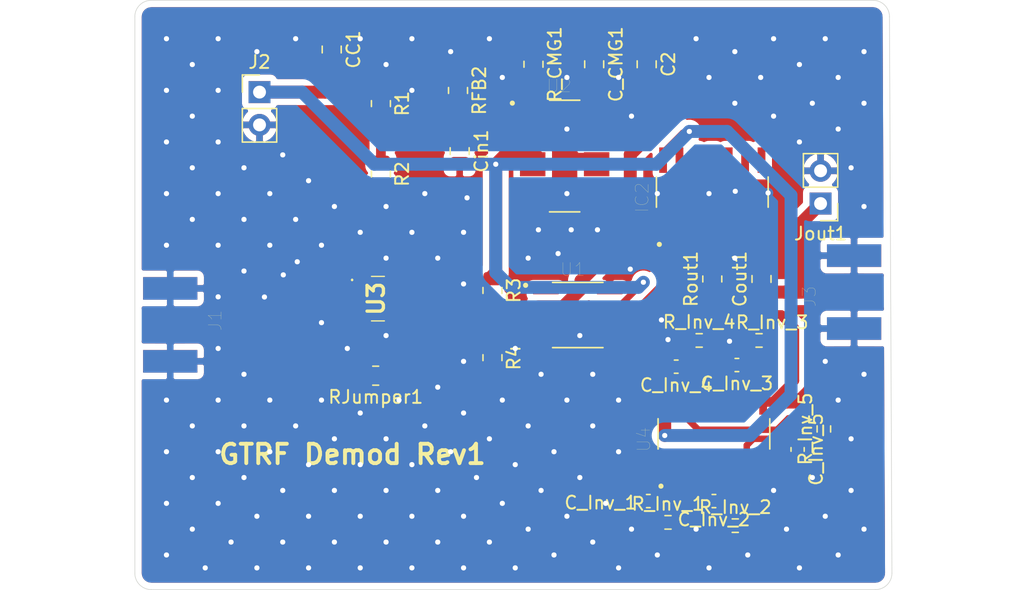
<source format=kicad_pcb>
(kicad_pcb (version 20171130) (host pcbnew "(5.1.9)-1")

  (general
    (thickness 1.6)
    (drawings 9)
    (tracks 322)
    (zones 0)
    (modules 32)
    (nets 43)
  )

  (page A4)
  (layers
    (0 F.Cu signal)
    (31 B.Cu signal)
    (32 B.Adhes user)
    (33 F.Adhes user)
    (34 B.Paste user)
    (35 F.Paste user)
    (36 B.SilkS user)
    (37 F.SilkS user)
    (38 B.Mask user)
    (39 F.Mask user)
    (40 Dwgs.User user)
    (41 Cmts.User user)
    (42 Eco1.User user)
    (43 Eco2.User user)
    (44 Edge.Cuts user)
    (45 Margin user)
    (46 B.CrtYd user)
    (47 F.CrtYd user)
    (48 B.Fab user)
    (49 F.Fab user)
  )

  (setup
    (last_trace_width 0.5)
    (user_trace_width 0.5)
    (user_trace_width 1)
    (trace_clearance 0.2)
    (zone_clearance 0.508)
    (zone_45_only no)
    (trace_min 0.2)
    (via_size 0.8)
    (via_drill 0.4)
    (via_min_size 0.4)
    (via_min_drill 0.3)
    (uvia_size 0.3)
    (uvia_drill 0.1)
    (uvias_allowed no)
    (uvia_min_size 0.2)
    (uvia_min_drill 0.1)
    (edge_width 0.05)
    (segment_width 0.2)
    (pcb_text_width 0.3)
    (pcb_text_size 1.5 1.5)
    (mod_edge_width 0.12)
    (mod_text_size 1 1)
    (mod_text_width 0.15)
    (pad_size 1.524 1.524)
    (pad_drill 0.762)
    (pad_to_mask_clearance 0)
    (aux_axis_origin 0 0)
    (grid_origin 86.487 59.563)
    (visible_elements 7FFFFFFF)
    (pcbplotparams
      (layerselection 0x010fc_ffffffff)
      (usegerberextensions false)
      (usegerberattributes true)
      (usegerberadvancedattributes true)
      (creategerberjobfile true)
      (excludeedgelayer true)
      (linewidth 0.100000)
      (plotframeref false)
      (viasonmask false)
      (mode 1)
      (useauxorigin false)
      (hpglpennumber 1)
      (hpglpenspeed 20)
      (hpglpendiameter 15.000000)
      (psnegative false)
      (psa4output false)
      (plotreference true)
      (plotvalue true)
      (plotinvisibletext false)
      (padsonsilk false)
      (subtractmaskfromsilk false)
      (outputformat 1)
      (mirror false)
      (drillshape 0)
      (scaleselection 1)
      (outputdirectory "Gerbers/"))
  )

  (net 0 "")
  (net 1 GND)
  (net 2 /CMG)
  (net 3 +5V)
  (net 4 "Net-(Cin1-Pad1)")
  (net 5 /AudioSignalOut)
  (net 6 "Net-(IC2-Pad13)")
  (net 7 "Net-(IC2-Pad12)")
  (net 8 "Net-(IC2-Pad11)")
  (net 9 "Net-(IC2-Pad10)")
  (net 10 "Net-(IC2-Pad9)")
  (net 11 "Net-(IC2-Pad8)")
  (net 12 "Net-(IC2-Pad6)")
  (net 13 "Net-(IC2-Pad5)")
  (net 14 "Net-(IC2-Pad4)")
  (net 15 "Net-(IC2-Pad3)")
  (net 16 /IF_Lim)
  (net 17 "Net-(J1-Pad1)")
  (net 18 /FilteredIF)
  (net 19 "Net-(RFB2-Pad2)")
  (net 20 "Net-(U2-Pad14)")
  (net 21 "Net-(U2-Pad13)")
  (net 22 "Net-(U2-Pad12)")
  (net 23 "Net-(U2-Pad10)")
  (net 24 "Net-(U2-Pad9)")
  (net 25 "Net-(U2-Pad8)")
  (net 26 "Net-(U2-Pad7)")
  (net 27 "Net-(U2-Pad6)")
  (net 28 "Net-(U2-Pad5)")
  (net 29 "Net-(U3-Pad4)")
  (net 30 "Net-(U3-Pad3)")
  (net 31 /5Y)
  (net 32 /4Y)
  (net 33 /3Y)
  (net 34 /2Y)
  (net 35 /1Y)
  (net 36 /CMGOUT)
  (net 37 "Net-(R_Inv_1-Pad2)")
  (net 38 "Net-(R_Inv_2-Pad2)")
  (net 39 "Net-(R_Inv_3-Pad2)")
  (net 40 "Net-(R_Inv_4-Pad2)")
  (net 41 "Net-(R_Inv_5-Pad2)")
  (net 42 /6Y)

  (net_class Default "This is the default net class."
    (clearance 0.2)
    (trace_width 0.25)
    (via_dia 0.8)
    (via_drill 0.4)
    (uvia_dia 0.3)
    (uvia_drill 0.1)
    (add_net +5V)
    (add_net /1Y)
    (add_net /2Y)
    (add_net /3Y)
    (add_net /4Y)
    (add_net /5Y)
    (add_net /6Y)
    (add_net /AudioSignalOut)
    (add_net /CMG)
    (add_net /CMGOUT)
    (add_net /FilteredIF)
    (add_net /IF_Lim)
    (add_net GND)
    (add_net "Net-(Cin1-Pad1)")
    (add_net "Net-(IC2-Pad10)")
    (add_net "Net-(IC2-Pad11)")
    (add_net "Net-(IC2-Pad12)")
    (add_net "Net-(IC2-Pad13)")
    (add_net "Net-(IC2-Pad3)")
    (add_net "Net-(IC2-Pad4)")
    (add_net "Net-(IC2-Pad5)")
    (add_net "Net-(IC2-Pad6)")
    (add_net "Net-(IC2-Pad8)")
    (add_net "Net-(IC2-Pad9)")
    (add_net "Net-(J1-Pad1)")
    (add_net "Net-(RFB2-Pad2)")
    (add_net "Net-(R_Inv_1-Pad2)")
    (add_net "Net-(R_Inv_2-Pad2)")
    (add_net "Net-(R_Inv_3-Pad2)")
    (add_net "Net-(R_Inv_4-Pad2)")
    (add_net "Net-(R_Inv_5-Pad2)")
    (add_net "Net-(U2-Pad10)")
    (add_net "Net-(U2-Pad12)")
    (add_net "Net-(U2-Pad13)")
    (add_net "Net-(U2-Pad14)")
    (add_net "Net-(U2-Pad5)")
    (add_net "Net-(U2-Pad6)")
    (add_net "Net-(U2-Pad7)")
    (add_net "Net-(U2-Pad8)")
    (add_net "Net-(U2-Pad9)")
    (add_net "Net-(U3-Pad3)")
    (add_net "Net-(U3-Pad4)")
  )

  (module AdditionalLibs:SOIC127P600X175-14N (layer F.Cu) (tedit 601F0E73) (tstamp 601F70F1)
    (at 77.851 58.9915 90)
    (path /602C3E51)
    (fp_text reference U4 (at -0.425 -5.435 90) (layer F.SilkS)
      (effects (font (size 1 1) (thickness 0.015)))
    )
    (fp_text value SN74ACT04IDREP (at 8.465 5.435 90) (layer F.Fab)
      (effects (font (size 1 1) (thickness 0.015)))
    )
    (fp_line (start -1.17 4.325) (end 1.17 4.325) (layer F.SilkS) (width 0.127))
    (fp_line (start -1.17 -4.325) (end 1.17 -4.325) (layer F.SilkS) (width 0.127))
    (fp_line (start -1.95 -4.325) (end 1.95 -4.325) (layer F.Fab) (width 0.127))
    (fp_line (start 1.95 -4.325) (end 1.95 4.325) (layer F.Fab) (width 0.127))
    (fp_line (start 1.95 4.325) (end -1.95 4.325) (layer F.Fab) (width 0.127))
    (fp_line (start -1.95 4.325) (end -1.95 -4.325) (layer F.Fab) (width 0.127))
    (fp_line (start -3.71 -4.575) (end 3.71 -4.575) (layer F.CrtYd) (width 0.05))
    (fp_line (start 3.71 -4.575) (end 3.71 4.575) (layer F.CrtYd) (width 0.05))
    (fp_line (start 3.71 4.575) (end -3.71 4.575) (layer F.CrtYd) (width 0.05))
    (fp_line (start -3.71 4.575) (end -3.71 -4.575) (layer F.CrtYd) (width 0.05))
    (fp_circle (center -4.05 -4.1) (end -3.95 -4.1) (layer F.SilkS) (width 0.2))
    (fp_circle (center -4.05 -4.1) (end -3.95 -4.1) (layer F.Fab) (width 0.2))
    (pad 14 smd rect (at 2.475 -3.81 90) (size 1.97 0.6) (layers F.Cu F.Paste F.Mask)
      (net 3 +5V))
    (pad 13 smd rect (at 2.475 -2.54 90) (size 1.97 0.6) (layers F.Cu F.Paste F.Mask)
      (net 41 "Net-(R_Inv_5-Pad2)"))
    (pad 12 smd rect (at 2.475 -1.27 90) (size 1.97 0.6) (layers F.Cu F.Paste F.Mask)
      (net 42 /6Y))
    (pad 11 smd rect (at 2.475 0 90) (size 1.97 0.6) (layers F.Cu F.Paste F.Mask)
      (net 40 "Net-(R_Inv_4-Pad2)"))
    (pad 10 smd rect (at 2.475 1.27 90) (size 1.97 0.6) (layers F.Cu F.Paste F.Mask)
      (net 31 /5Y))
    (pad 9 smd rect (at 2.475 2.54 90) (size 1.97 0.6) (layers F.Cu F.Paste F.Mask)
      (net 39 "Net-(R_Inv_3-Pad2)"))
    (pad 8 smd rect (at 2.475 3.81 90) (size 1.97 0.6) (layers F.Cu F.Paste F.Mask)
      (net 32 /4Y))
    (pad 7 smd rect (at -2.475 3.81 90) (size 1.97 0.6) (layers F.Cu F.Paste F.Mask)
      (net 1 GND))
    (pad 6 smd rect (at -2.475 2.54 90) (size 1.97 0.6) (layers F.Cu F.Paste F.Mask)
      (net 33 /3Y))
    (pad 5 smd rect (at -2.475 1.27 90) (size 1.97 0.6) (layers F.Cu F.Paste F.Mask)
      (net 38 "Net-(R_Inv_2-Pad2)"))
    (pad 4 smd rect (at -2.475 0 90) (size 1.97 0.6) (layers F.Cu F.Paste F.Mask)
      (net 34 /2Y))
    (pad 3 smd rect (at -2.475 -1.27 90) (size 1.97 0.6) (layers F.Cu F.Paste F.Mask)
      (net 37 "Net-(R_Inv_1-Pad2)"))
    (pad 2 smd rect (at -2.475 -2.54 90) (size 1.97 0.6) (layers F.Cu F.Paste F.Mask)
      (net 35 /1Y))
    (pad 1 smd rect (at -2.475 -3.81 90) (size 1.97 0.6) (layers F.Cu F.Paste F.Mask)
      (net 16 /IF_Lim))
  )

  (module AdditionalLibs:SFECF10M7DF00R0 (layer F.Cu) (tedit 0) (tstamp 601F70D3)
    (at 51.689 48.514 270)
    (descr SFECF10M7DF00-R0)
    (tags "Undefined or Miscellaneous")
    (path /60247883)
    (attr smd)
    (fp_text reference U3 (at 0 0 90) (layer F.SilkS)
      (effects (font (size 1.27 1.27) (thickness 0.254)))
    )
    (fp_text value SFECF10M7EA00-R0 (at 0 0 90) (layer F.SilkS) hide
      (effects (font (size 1.27 1.27) (thickness 0.254)))
    )
    (fp_arc (start -1.45 1.85) (end -1.4 1.85) (angle 180) (layer F.SilkS) (width 0.1))
    (fp_arc (start -1.45 1.85) (end -1.5 1.85) (angle 180) (layer F.SilkS) (width 0.1))
    (fp_text user %R (at 0 0 90) (layer F.Fab)
      (effects (font (size 1.27 1.27) (thickness 0.254)))
    )
    (fp_line (start -1.725 -1.7) (end 1.725 -1.7) (layer F.Fab) (width 0.2))
    (fp_line (start 1.725 -1.7) (end 1.725 1.4) (layer F.Fab) (width 0.2))
    (fp_line (start 1.725 1.4) (end -1.725 1.4) (layer F.Fab) (width 0.2))
    (fp_line (start -1.725 1.4) (end -1.725 -1.7) (layer F.Fab) (width 0.2))
    (fp_line (start -2.8 -2.9) (end 2.8 -2.9) (layer F.CrtYd) (width 0.1))
    (fp_line (start 2.8 -2.9) (end 2.8 2.9) (layer F.CrtYd) (width 0.1))
    (fp_line (start 2.8 2.9) (end -2.8 2.9) (layer F.CrtYd) (width 0.1))
    (fp_line (start -2.8 2.9) (end -2.8 -2.9) (layer F.CrtYd) (width 0.1))
    (fp_line (start -1.725 -0.65) (end -1.725 0.35) (layer F.SilkS) (width 0.1))
    (fp_line (start 1.725 -0.65) (end 1.725 0.35) (layer F.SilkS) (width 0.1))
    (fp_line (start -1.5 1.85) (end -1.5 1.85) (layer F.SilkS) (width 0.1))
    (fp_line (start -1.4 1.85) (end -1.4 1.85) (layer F.SilkS) (width 0.1))
    (pad 6 smd rect (at -1.4 -1.375 270) (size 0.8 1.05) (layers F.Cu F.Paste F.Mask)
      (net 18 /FilteredIF))
    (pad 5 smd rect (at 0 -1.375 270) (size 0.8 1.05) (layers F.Cu F.Paste F.Mask)
      (net 1 GND))
    (pad 4 smd rect (at 1.4 -1.375 270) (size 0.8 1.05) (layers F.Cu F.Paste F.Mask)
      (net 29 "Net-(U3-Pad4)"))
    (pad 3 smd rect (at 1.4 1.075 270) (size 0.8 1.05) (layers F.Cu F.Paste F.Mask)
      (net 30 "Net-(U3-Pad3)"))
    (pad 2 smd rect (at 0 1.075 270) (size 0.8 1.05) (layers F.Cu F.Paste F.Mask)
      (net 1 GND))
    (pad 1 smd rect (at -1.4 1.075 270) (size 0.8 1.05) (layers F.Cu F.Paste F.Mask)
      (net 17 "Net-(J1-Pad1)"))
    (model SFECF10M7EA00-R0.stp
      (at (xyz 0 0 0))
      (scale (xyz 1 1 1))
      (rotate (xyz 0 0 0))
    )
  )

  (module AdditionalLibs:SOIC127P600X175-14N (layer F.Cu) (tedit 601F0E73) (tstamp 601F70BA)
    (at 66.294 37.465)
    (path /601F2118)
    (fp_text reference U2 (at -0.425 -5.435) (layer F.SilkS)
      (effects (font (size 1 1) (thickness 0.015)))
    )
    (fp_text value TLV2374ID (at 8.465 5.435) (layer F.Fab)
      (effects (font (size 1 1) (thickness 0.015)))
    )
    (fp_line (start -1.17 4.325) (end 1.17 4.325) (layer F.SilkS) (width 0.127))
    (fp_line (start -1.17 -4.325) (end 1.17 -4.325) (layer F.SilkS) (width 0.127))
    (fp_line (start -1.95 -4.325) (end 1.95 -4.325) (layer F.Fab) (width 0.127))
    (fp_line (start 1.95 -4.325) (end 1.95 4.325) (layer F.Fab) (width 0.127))
    (fp_line (start 1.95 4.325) (end -1.95 4.325) (layer F.Fab) (width 0.127))
    (fp_line (start -1.95 4.325) (end -1.95 -4.325) (layer F.Fab) (width 0.127))
    (fp_line (start -3.71 -4.575) (end 3.71 -4.575) (layer F.CrtYd) (width 0.05))
    (fp_line (start 3.71 -4.575) (end 3.71 4.575) (layer F.CrtYd) (width 0.05))
    (fp_line (start 3.71 4.575) (end -3.71 4.575) (layer F.CrtYd) (width 0.05))
    (fp_line (start -3.71 4.575) (end -3.71 -4.575) (layer F.CrtYd) (width 0.05))
    (fp_circle (center -4.05 -4.1) (end -3.95 -4.1) (layer F.SilkS) (width 0.2))
    (fp_circle (center -4.05 -4.1) (end -3.95 -4.1) (layer F.Fab) (width 0.2))
    (pad 14 smd rect (at 2.475 -3.81) (size 1.97 0.6) (layers F.Cu F.Paste F.Mask)
      (net 20 "Net-(U2-Pad14)"))
    (pad 13 smd rect (at 2.475 -2.54) (size 1.97 0.6) (layers F.Cu F.Paste F.Mask)
      (net 21 "Net-(U2-Pad13)"))
    (pad 12 smd rect (at 2.475 -1.27) (size 1.97 0.6) (layers F.Cu F.Paste F.Mask)
      (net 22 "Net-(U2-Pad12)"))
    (pad 11 smd rect (at 2.475 0) (size 1.97 0.6) (layers F.Cu F.Paste F.Mask)
      (net 1 GND))
    (pad 10 smd rect (at 2.475 1.27) (size 1.97 0.6) (layers F.Cu F.Paste F.Mask)
      (net 23 "Net-(U2-Pad10)"))
    (pad 9 smd rect (at 2.475 2.54) (size 1.97 0.6) (layers F.Cu F.Paste F.Mask)
      (net 24 "Net-(U2-Pad9)"))
    (pad 8 smd rect (at 2.475 3.81) (size 1.97 0.6) (layers F.Cu F.Paste F.Mask)
      (net 25 "Net-(U2-Pad8)"))
    (pad 7 smd rect (at -2.475 3.81) (size 1.97 0.6) (layers F.Cu F.Paste F.Mask)
      (net 26 "Net-(U2-Pad7)"))
    (pad 6 smd rect (at -2.475 2.54) (size 1.97 0.6) (layers F.Cu F.Paste F.Mask)
      (net 27 "Net-(U2-Pad6)"))
    (pad 5 smd rect (at -2.475 1.27) (size 1.97 0.6) (layers F.Cu F.Paste F.Mask)
      (net 28 "Net-(U2-Pad5)"))
    (pad 4 smd rect (at -2.475 0) (size 1.97 0.6) (layers F.Cu F.Paste F.Mask)
      (net 3 +5V))
    (pad 3 smd rect (at -2.475 -1.27) (size 1.97 0.6) (layers F.Cu F.Paste F.Mask)
      (net 4 "Net-(Cin1-Pad1)"))
    (pad 2 smd rect (at -2.475 -2.54) (size 1.97 0.6) (layers F.Cu F.Paste F.Mask)
      (net 19 "Net-(RFB2-Pad2)"))
    (pad 1 smd rect (at -2.475 -3.81) (size 1.97 0.6) (layers F.Cu F.Paste F.Mask)
      (net 36 /CMGOUT))
  )

  (module AdditionalLibs:SOIC127P599X175-8N (layer F.Cu) (tedit 601F0BE5) (tstamp 601F6C0C)
    (at 67.31 49.784)
    (path /601F11B7)
    (fp_text reference U1 (at -0.385 -3.537) (layer F.SilkS)
      (effects (font (size 1 1) (thickness 0.015)))
    )
    (fp_text value TLV3501AID (at 7.87 3.537) (layer F.Fab)
      (effects (font (size 1 1) (thickness 0.015)))
    )
    (fp_circle (center -4.04 -2.305) (end -3.94 -2.305) (layer F.SilkS) (width 0.2))
    (fp_circle (center -4.04 -2.305) (end -3.94 -2.305) (layer F.Fab) (width 0.2))
    (fp_line (start -1.95 -2.4525) (end 1.95 -2.4525) (layer F.Fab) (width 0.127))
    (fp_line (start -1.95 2.4525) (end 1.95 2.4525) (layer F.Fab) (width 0.127))
    (fp_line (start -1.95 -2.525) (end 1.95 -2.525) (layer F.SilkS) (width 0.127))
    (fp_line (start -1.95 2.525) (end 1.95 2.525) (layer F.SilkS) (width 0.127))
    (fp_line (start -1.95 -2.4525) (end -1.95 2.4525) (layer F.Fab) (width 0.127))
    (fp_line (start 1.95 -2.4525) (end 1.95 2.4525) (layer F.Fab) (width 0.127))
    (fp_line (start -3.705 -2.7025) (end 3.705 -2.7025) (layer F.CrtYd) (width 0.05))
    (fp_line (start -3.705 2.7025) (end 3.705 2.7025) (layer F.CrtYd) (width 0.05))
    (fp_line (start -3.705 -2.7025) (end -3.705 2.7025) (layer F.CrtYd) (width 0.05))
    (fp_line (start 3.705 -2.7025) (end 3.705 2.7025) (layer F.CrtYd) (width 0.05))
    (pad 8 smd rect (at 2.47 -1.905) (size 1.97 0.6) (layers F.Cu F.Paste F.Mask)
      (net 1 GND))
    (pad 7 smd rect (at 2.47 -0.635) (size 1.97 0.6) (layers F.Cu F.Paste F.Mask)
      (net 3 +5V))
    (pad 6 smd rect (at 2.47 0.635) (size 1.97 0.6) (layers F.Cu F.Paste F.Mask)
      (net 16 /IF_Lim))
    (pad 5 smd rect (at 2.47 1.905) (size 1.97 0.6) (layers F.Cu F.Paste F.Mask))
    (pad 4 smd rect (at -2.47 1.905) (size 1.97 0.6) (layers F.Cu F.Paste F.Mask)
      (net 1 GND))
    (pad 3 smd rect (at -2.47 0.635) (size 1.97 0.6) (layers F.Cu F.Paste F.Mask)
      (net 18 /FilteredIF))
    (pad 2 smd rect (at -2.47 -0.635) (size 1.97 0.6) (layers F.Cu F.Paste F.Mask)
      (net 2 /CMG))
    (pad 1 smd rect (at -2.47 -1.905) (size 1.97 0.6) (layers F.Cu F.Paste F.Mask))
  )

  (module AdditionalLibs:SAMTEC_SMA-J-P-H-ST-EM1 (layer F.Cu) (tedit 60249D12) (tstamp 601F6FFD)
    (at 88.9 48.006 90)
    (path /602EB6A8)
    (fp_text reference J3 (at -0.34105 -3.66967 90) (layer F.SilkS)
      (effects (font (size 1 1) (thickness 0.015)))
    )
    (fp_text value SMA-J-P-H-ST-EM1 (at 11.20429 12.3677 90) (layer F.Fab)
      (effects (font (size 1 1) (thickness 0.015)))
    )
    (fp_text user PCB~EDGE (at 4.30403 1.70159 90) (layer F.Fab)
      (effects (font (size 0.48 0.48) (thickness 0.015)))
    )
    (fp_line (start 3.165 1.9) (end 3.165 11.42) (layer F.Fab) (width 0.1))
    (fp_line (start 3.165 11.42) (end -3.165 11.42) (layer F.Fab) (width 0.1))
    (fp_line (start -3.165 11.42) (end -3.165 1.9) (layer F.Fab) (width 0.1))
    (fp_line (start -5 1.9) (end -3.165 1.9) (layer F.Fab) (width 0.1))
    (fp_line (start -3.165 1.9) (end 3.165 1.9) (layer F.Fab) (width 0.1))
    (fp_line (start 3.165 1.9) (end 5 1.9) (layer F.Fab) (width 0.1))
    (fp_line (start -3.165 1.9) (end -3.175 -1.91) (layer F.Fab) (width 0.1))
    (fp_line (start -3.175 -1.91) (end 3.175 -1.91) (layer F.Fab) (width 0.1))
    (fp_line (start 3.175 -1.91) (end 3.165 1.9) (layer F.Fab) (width 0.1))
    (fp_line (start -3.75 -2.55) (end 3.75 -2.55) (layer F.CrtYd) (width 0.05))
    (fp_line (start 3.75 -2.55) (end 3.75 2.15) (layer F.CrtYd) (width 0.05))
    (fp_line (start 3.75 2.15) (end 3.415 2.15) (layer F.CrtYd) (width 0.05))
    (fp_line (start 3.415 2.15) (end 3.415 11.67) (layer F.CrtYd) (width 0.05))
    (fp_line (start 3.415 11.67) (end -3.415 11.67) (layer F.CrtYd) (width 0.05))
    (fp_line (start -3.415 11.67) (end -3.415 2.15) (layer F.CrtYd) (width 0.05))
    (fp_line (start -3.415 2.15) (end -3.75 2.15) (layer F.CrtYd) (width 0.05))
    (fp_line (start -3.75 2.15) (end -3.75 -2.55) (layer F.CrtYd) (width 0.05))
    (pad 3_2 smd rect (at 2.825 -0.2 90) (size 1.75 4.2) (layers B.Cu B.Paste B.Mask)
      (net 1 GND))
    (pad 2_2 smd rect (at -2.825 -0.2 90) (size 1.75 4.2) (layers B.Cu B.Paste B.Mask)
      (net 1 GND))
    (pad 3_1 smd rect (at 2.825 -0.2 90) (size 1.75 4.2) (layers F.Cu F.Paste F.Mask)
      (net 1 GND))
    (pad 2_1 smd rect (at -2.825 -0.2 90) (size 1.75 4.2) (layers F.Cu F.Paste F.Mask)
      (net 1 GND))
    (pad 1 smd rect (at 0 0 90) (size 1.27 3.6) (layers F.Cu F.Paste F.Mask)
      (net 5 /AudioSignalOut))
  )

  (module AdditionalLibs:SAMTEC_SMA-J-P-H-ST-EM1 (layer F.Cu) (tedit 60249D12) (tstamp 601F6FE2)
    (at 35.56 50.546 270)
    (path /60269732)
    (fp_text reference J1 (at -0.34105 -3.66967 90) (layer F.SilkS)
      (effects (font (size 1 1) (thickness 0.015)))
    )
    (fp_text value SMA-J-P-H-ST-EM1 (at 11.20429 12.3677 90) (layer F.Fab)
      (effects (font (size 1 1) (thickness 0.015)))
    )
    (fp_text user PCB~EDGE (at 4.30403 1.70159 90) (layer F.Fab)
      (effects (font (size 0.48 0.48) (thickness 0.015)))
    )
    (fp_line (start 3.165 1.9) (end 3.165 11.42) (layer F.Fab) (width 0.1))
    (fp_line (start 3.165 11.42) (end -3.165 11.42) (layer F.Fab) (width 0.1))
    (fp_line (start -3.165 11.42) (end -3.165 1.9) (layer F.Fab) (width 0.1))
    (fp_line (start -5 1.9) (end -3.165 1.9) (layer F.Fab) (width 0.1))
    (fp_line (start -3.165 1.9) (end 3.165 1.9) (layer F.Fab) (width 0.1))
    (fp_line (start 3.165 1.9) (end 5 1.9) (layer F.Fab) (width 0.1))
    (fp_line (start -3.165 1.9) (end -3.175 -1.91) (layer F.Fab) (width 0.1))
    (fp_line (start -3.175 -1.91) (end 3.175 -1.91) (layer F.Fab) (width 0.1))
    (fp_line (start 3.175 -1.91) (end 3.165 1.9) (layer F.Fab) (width 0.1))
    (fp_line (start -3.75 -2.55) (end 3.75 -2.55) (layer F.CrtYd) (width 0.05))
    (fp_line (start 3.75 -2.55) (end 3.75 2.15) (layer F.CrtYd) (width 0.05))
    (fp_line (start 3.75 2.15) (end 3.415 2.15) (layer F.CrtYd) (width 0.05))
    (fp_line (start 3.415 2.15) (end 3.415 11.67) (layer F.CrtYd) (width 0.05))
    (fp_line (start 3.415 11.67) (end -3.415 11.67) (layer F.CrtYd) (width 0.05))
    (fp_line (start -3.415 11.67) (end -3.415 2.15) (layer F.CrtYd) (width 0.05))
    (fp_line (start -3.415 2.15) (end -3.75 2.15) (layer F.CrtYd) (width 0.05))
    (fp_line (start -3.75 2.15) (end -3.75 -2.55) (layer F.CrtYd) (width 0.05))
    (pad 3_2 smd rect (at 2.825 -0.2 270) (size 1.75 4.2) (layers B.Cu B.Paste B.Mask)
      (net 1 GND))
    (pad 2_2 smd rect (at -2.825 -0.2 270) (size 1.75 4.2) (layers B.Cu B.Paste B.Mask)
      (net 1 GND))
    (pad 3_1 smd rect (at 2.825 -0.2 270) (size 1.75 4.2) (layers F.Cu F.Paste F.Mask)
      (net 1 GND))
    (pad 2_1 smd rect (at -2.825 -0.2 270) (size 1.75 4.2) (layers F.Cu F.Paste F.Mask)
      (net 1 GND))
    (pad 1 smd rect (at 0 0 270) (size 1.27 3.6) (layers F.Cu F.Paste F.Mask)
      (net 17 "Net-(J1-Pad1)"))
  )

  (module AdditionalLibs:SOIC127P600X175-14N (layer F.Cu) (tedit 601F0E73) (tstamp 601F6FC7)
    (at 77.724 40.259 90)
    (path /602CACFA)
    (fp_text reference IC2 (at -0.425 -5.435 90) (layer F.SilkS)
      (effects (font (size 1 1) (thickness 0.015)))
    )
    (fp_text value MC74ACT86DG (at 8.465 5.435 90) (layer F.Fab)
      (effects (font (size 1 1) (thickness 0.015)))
    )
    (fp_line (start -1.17 4.325) (end 1.17 4.325) (layer F.SilkS) (width 0.127))
    (fp_line (start -1.17 -4.325) (end 1.17 -4.325) (layer F.SilkS) (width 0.127))
    (fp_line (start -1.95 -4.325) (end 1.95 -4.325) (layer F.Fab) (width 0.127))
    (fp_line (start 1.95 -4.325) (end 1.95 4.325) (layer F.Fab) (width 0.127))
    (fp_line (start 1.95 4.325) (end -1.95 4.325) (layer F.Fab) (width 0.127))
    (fp_line (start -1.95 4.325) (end -1.95 -4.325) (layer F.Fab) (width 0.127))
    (fp_line (start -3.71 -4.575) (end 3.71 -4.575) (layer F.CrtYd) (width 0.05))
    (fp_line (start 3.71 -4.575) (end 3.71 4.575) (layer F.CrtYd) (width 0.05))
    (fp_line (start 3.71 4.575) (end -3.71 4.575) (layer F.CrtYd) (width 0.05))
    (fp_line (start -3.71 4.575) (end -3.71 -4.575) (layer F.CrtYd) (width 0.05))
    (fp_circle (center -4.05 -4.1) (end -3.95 -4.1) (layer F.SilkS) (width 0.2))
    (fp_circle (center -4.05 -4.1) (end -3.95 -4.1) (layer F.Fab) (width 0.2))
    (pad 14 smd rect (at 2.475 -3.81 90) (size 1.97 0.6) (layers F.Cu F.Paste F.Mask)
      (net 3 +5V))
    (pad 13 smd rect (at 2.475 -2.54 90) (size 1.97 0.6) (layers F.Cu F.Paste F.Mask)
      (net 6 "Net-(IC2-Pad13)"))
    (pad 12 smd rect (at 2.475 -1.27 90) (size 1.97 0.6) (layers F.Cu F.Paste F.Mask)
      (net 7 "Net-(IC2-Pad12)"))
    (pad 11 smd rect (at 2.475 0 90) (size 1.97 0.6) (layers F.Cu F.Paste F.Mask)
      (net 8 "Net-(IC2-Pad11)"))
    (pad 10 smd rect (at 2.475 1.27 90) (size 1.97 0.6) (layers F.Cu F.Paste F.Mask)
      (net 9 "Net-(IC2-Pad10)"))
    (pad 9 smd rect (at 2.475 2.54 90) (size 1.97 0.6) (layers F.Cu F.Paste F.Mask)
      (net 10 "Net-(IC2-Pad9)"))
    (pad 8 smd rect (at 2.475 3.81 90) (size 1.97 0.6) (layers F.Cu F.Paste F.Mask)
      (net 11 "Net-(IC2-Pad8)"))
    (pad 7 smd rect (at -2.475 3.81 90) (size 1.97 0.6) (layers F.Cu F.Paste F.Mask)
      (net 1 GND))
    (pad 6 smd rect (at -2.475 2.54 90) (size 1.97 0.6) (layers F.Cu F.Paste F.Mask)
      (net 12 "Net-(IC2-Pad6)"))
    (pad 5 smd rect (at -2.475 1.27 90) (size 1.97 0.6) (layers F.Cu F.Paste F.Mask)
      (net 13 "Net-(IC2-Pad5)"))
    (pad 4 smd rect (at -2.475 0 90) (size 1.97 0.6) (layers F.Cu F.Paste F.Mask)
      (net 14 "Net-(IC2-Pad4)"))
    (pad 3 smd rect (at -2.475 -1.27 90) (size 1.97 0.6) (layers F.Cu F.Paste F.Mask)
      (net 15 "Net-(IC2-Pad3)"))
    (pad 2 smd rect (at -2.475 -2.54 90) (size 1.97 0.6) (layers F.Cu F.Paste F.Mask)
      (net 32 /4Y))
    (pad 1 smd rect (at -2.475 -3.81 90) (size 1.97 0.6) (layers F.Cu F.Paste F.Mask)
      (net 16 /IF_Lim))
  )

  (module Resistor_SMD:R_0603_1608Metric (layer F.Cu) (tedit 5F68FEEE) (tstamp 60240379)
    (at 74.295 65.8495)
    (descr "Resistor SMD 0603 (1608 Metric), square (rectangular) end terminal, IPC_7351 nominal, (Body size source: IPC-SM-782 page 72, https://www.pcb-3d.com/wordpress/wp-content/uploads/ipc-sm-782a_amendment_1_and_2.pdf), generated with kicad-footprint-generator")
    (tags resistor)
    (path /602414CF)
    (attr smd)
    (fp_text reference R_Inv_1 (at 0 -1.43) (layer F.SilkS)
      (effects (font (size 1 1) (thickness 0.15)))
    )
    (fp_text value 1k (at 0 1.43) (layer F.Fab)
      (effects (font (size 1 1) (thickness 0.15)))
    )
    (fp_line (start -0.8 0.4125) (end -0.8 -0.4125) (layer F.Fab) (width 0.1))
    (fp_line (start -0.8 -0.4125) (end 0.8 -0.4125) (layer F.Fab) (width 0.1))
    (fp_line (start 0.8 -0.4125) (end 0.8 0.4125) (layer F.Fab) (width 0.1))
    (fp_line (start 0.8 0.4125) (end -0.8 0.4125) (layer F.Fab) (width 0.1))
    (fp_line (start -0.237258 -0.5225) (end 0.237258 -0.5225) (layer F.SilkS) (width 0.12))
    (fp_line (start -0.237258 0.5225) (end 0.237258 0.5225) (layer F.SilkS) (width 0.12))
    (fp_line (start -1.48 0.73) (end -1.48 -0.73) (layer F.CrtYd) (width 0.05))
    (fp_line (start -1.48 -0.73) (end 1.48 -0.73) (layer F.CrtYd) (width 0.05))
    (fp_line (start 1.48 -0.73) (end 1.48 0.73) (layer F.CrtYd) (width 0.05))
    (fp_line (start 1.48 0.73) (end -1.48 0.73) (layer F.CrtYd) (width 0.05))
    (fp_text user %R (at 0 0) (layer F.Fab)
      (effects (font (size 0.4 0.4) (thickness 0.06)))
    )
    (pad 2 smd roundrect (at 0.825 0) (size 0.8 0.95) (layers F.Cu F.Paste F.Mask) (roundrect_rratio 0.25)
      (net 37 "Net-(R_Inv_1-Pad2)"))
    (pad 1 smd roundrect (at -0.825 0) (size 0.8 0.95) (layers F.Cu F.Paste F.Mask) (roundrect_rratio 0.25)
      (net 35 /1Y))
    (model ${KISYS3DMOD}/Resistor_SMD.3dshapes/R_0603_1608Metric.wrl
      (at (xyz 0 0 0))
      (scale (xyz 1 1 1))
      (rotate (xyz 0 0 0))
    )
  )

  (module Capacitor_SMD:C_0603_1608Metric (layer F.Cu) (tedit 5F68FEEE) (tstamp 602401C3)
    (at 84.328 60.198 270)
    (descr "Capacitor SMD 0603 (1608 Metric), square (rectangular) end terminal, IPC_7351 nominal, (Body size source: IPC-SM-782 page 76, https://www.pcb-3d.com/wordpress/wp-content/uploads/ipc-sm-782a_amendment_1_and_2.pdf), generated with kicad-footprint-generator")
    (tags capacitor)
    (path /60270853)
    (attr smd)
    (fp_text reference C_Inv_5 (at 0 -1.43 270) (layer F.SilkS)
      (effects (font (size 1 1) (thickness 0.15)))
    )
    (fp_text value 8.2pF (at 0 1.43 270) (layer F.Fab)
      (effects (font (size 1 1) (thickness 0.15)))
    )
    (fp_line (start 1.48 0.73) (end -1.48 0.73) (layer F.CrtYd) (width 0.05))
    (fp_line (start 1.48 -0.73) (end 1.48 0.73) (layer F.CrtYd) (width 0.05))
    (fp_line (start -1.48 -0.73) (end 1.48 -0.73) (layer F.CrtYd) (width 0.05))
    (fp_line (start -1.48 0.73) (end -1.48 -0.73) (layer F.CrtYd) (width 0.05))
    (fp_line (start -0.14058 0.51) (end 0.14058 0.51) (layer F.SilkS) (width 0.12))
    (fp_line (start -0.14058 -0.51) (end 0.14058 -0.51) (layer F.SilkS) (width 0.12))
    (fp_line (start 0.8 0.4) (end -0.8 0.4) (layer F.Fab) (width 0.1))
    (fp_line (start 0.8 -0.4) (end 0.8 0.4) (layer F.Fab) (width 0.1))
    (fp_line (start -0.8 -0.4) (end 0.8 -0.4) (layer F.Fab) (width 0.1))
    (fp_line (start -0.8 0.4) (end -0.8 -0.4) (layer F.Fab) (width 0.1))
    (fp_text user %R (at 0 0 270) (layer F.Fab)
      (effects (font (size 0.4 0.4) (thickness 0.06)))
    )
    (pad 2 smd roundrect (at 0.775 0 270) (size 0.9 0.95) (layers F.Cu F.Paste F.Mask) (roundrect_rratio 0.25)
      (net 1 GND))
    (pad 1 smd roundrect (at -0.775 0 270) (size 0.9 0.95) (layers F.Cu F.Paste F.Mask) (roundrect_rratio 0.25)
      (net 33 /3Y))
    (model ${KISYS3DMOD}/Capacitor_SMD.3dshapes/C_0603_1608Metric.wrl
      (at (xyz 0 0 0))
      (scale (xyz 1 1 1))
      (rotate (xyz 0 0 0))
    )
  )

  (module Capacitor_SMD:C_0603_1608Metric (layer F.Cu) (tedit 5F68FEEE) (tstamp 602401B2)
    (at 74.93 53.7845 180)
    (descr "Capacitor SMD 0603 (1608 Metric), square (rectangular) end terminal, IPC_7351 nominal, (Body size source: IPC-SM-782 page 76, https://www.pcb-3d.com/wordpress/wp-content/uploads/ipc-sm-782a_amendment_1_and_2.pdf), generated with kicad-footprint-generator")
    (tags capacitor)
    (path /6026E5FB)
    (attr smd)
    (fp_text reference C_Inv_4 (at 0 -1.43) (layer F.SilkS)
      (effects (font (size 1 1) (thickness 0.15)))
    )
    (fp_text value 8.2pF (at 0 1.43) (layer F.Fab)
      (effects (font (size 1 1) (thickness 0.15)))
    )
    (fp_line (start 1.48 0.73) (end -1.48 0.73) (layer F.CrtYd) (width 0.05))
    (fp_line (start 1.48 -0.73) (end 1.48 0.73) (layer F.CrtYd) (width 0.05))
    (fp_line (start -1.48 -0.73) (end 1.48 -0.73) (layer F.CrtYd) (width 0.05))
    (fp_line (start -1.48 0.73) (end -1.48 -0.73) (layer F.CrtYd) (width 0.05))
    (fp_line (start -0.14058 0.51) (end 0.14058 0.51) (layer F.SilkS) (width 0.12))
    (fp_line (start -0.14058 -0.51) (end 0.14058 -0.51) (layer F.SilkS) (width 0.12))
    (fp_line (start 0.8 0.4) (end -0.8 0.4) (layer F.Fab) (width 0.1))
    (fp_line (start 0.8 -0.4) (end 0.8 0.4) (layer F.Fab) (width 0.1))
    (fp_line (start -0.8 -0.4) (end 0.8 -0.4) (layer F.Fab) (width 0.1))
    (fp_line (start -0.8 0.4) (end -0.8 -0.4) (layer F.Fab) (width 0.1))
    (fp_text user %R (at 0 0) (layer F.Fab)
      (effects (font (size 0.4 0.4) (thickness 0.06)))
    )
    (pad 2 smd roundrect (at 0.775 0 180) (size 0.9 0.95) (layers F.Cu F.Paste F.Mask) (roundrect_rratio 0.25)
      (net 1 GND))
    (pad 1 smd roundrect (at -0.775 0 180) (size 0.9 0.95) (layers F.Cu F.Paste F.Mask) (roundrect_rratio 0.25)
      (net 42 /6Y))
    (model ${KISYS3DMOD}/Capacitor_SMD.3dshapes/C_0603_1608Metric.wrl
      (at (xyz 0 0 0))
      (scale (xyz 1 1 1))
      (rotate (xyz 0 0 0))
    )
  )

  (module Capacitor_SMD:C_0603_1608Metric (layer F.Cu) (tedit 5F68FEEE) (tstamp 602401A1)
    (at 79.629 53.6575 180)
    (descr "Capacitor SMD 0603 (1608 Metric), square (rectangular) end terminal, IPC_7351 nominal, (Body size source: IPC-SM-782 page 76, https://www.pcb-3d.com/wordpress/wp-content/uploads/ipc-sm-782a_amendment_1_and_2.pdf), generated with kicad-footprint-generator")
    (tags capacitor)
    (path /6026CA21)
    (attr smd)
    (fp_text reference C_Inv_3 (at 0 -1.43) (layer F.SilkS)
      (effects (font (size 1 1) (thickness 0.15)))
    )
    (fp_text value 8.2pF (at 0 1.43) (layer F.Fab)
      (effects (font (size 1 1) (thickness 0.15)))
    )
    (fp_line (start 1.48 0.73) (end -1.48 0.73) (layer F.CrtYd) (width 0.05))
    (fp_line (start 1.48 -0.73) (end 1.48 0.73) (layer F.CrtYd) (width 0.05))
    (fp_line (start -1.48 -0.73) (end 1.48 -0.73) (layer F.CrtYd) (width 0.05))
    (fp_line (start -1.48 0.73) (end -1.48 -0.73) (layer F.CrtYd) (width 0.05))
    (fp_line (start -0.14058 0.51) (end 0.14058 0.51) (layer F.SilkS) (width 0.12))
    (fp_line (start -0.14058 -0.51) (end 0.14058 -0.51) (layer F.SilkS) (width 0.12))
    (fp_line (start 0.8 0.4) (end -0.8 0.4) (layer F.Fab) (width 0.1))
    (fp_line (start 0.8 -0.4) (end 0.8 0.4) (layer F.Fab) (width 0.1))
    (fp_line (start -0.8 -0.4) (end 0.8 -0.4) (layer F.Fab) (width 0.1))
    (fp_line (start -0.8 0.4) (end -0.8 -0.4) (layer F.Fab) (width 0.1))
    (fp_text user %R (at 0 0) (layer F.Fab)
      (effects (font (size 0.4 0.4) (thickness 0.06)))
    )
    (pad 2 smd roundrect (at 0.775 0 180) (size 0.9 0.95) (layers F.Cu F.Paste F.Mask) (roundrect_rratio 0.25)
      (net 1 GND))
    (pad 1 smd roundrect (at -0.775 0 180) (size 0.9 0.95) (layers F.Cu F.Paste F.Mask) (roundrect_rratio 0.25)
      (net 31 /5Y))
    (model ${KISYS3DMOD}/Capacitor_SMD.3dshapes/C_0603_1608Metric.wrl
      (at (xyz 0 0 0))
      (scale (xyz 1 1 1))
      (rotate (xyz 0 0 0))
    )
  )

  (module Capacitor_SMD:C_0603_1608Metric (layer F.Cu) (tedit 5F68FEEE) (tstamp 60240190)
    (at 77.851 64.1985 180)
    (descr "Capacitor SMD 0603 (1608 Metric), square (rectangular) end terminal, IPC_7351 nominal, (Body size source: IPC-SM-782 page 76, https://www.pcb-3d.com/wordpress/wp-content/uploads/ipc-sm-782a_amendment_1_and_2.pdf), generated with kicad-footprint-generator")
    (tags capacitor)
    (path /6026ADCF)
    (attr smd)
    (fp_text reference C_Inv_2 (at 0 -1.43) (layer F.SilkS)
      (effects (font (size 1 1) (thickness 0.15)))
    )
    (fp_text value 8.2pF (at 0 1.43) (layer F.Fab)
      (effects (font (size 1 1) (thickness 0.15)))
    )
    (fp_line (start 1.48 0.73) (end -1.48 0.73) (layer F.CrtYd) (width 0.05))
    (fp_line (start 1.48 -0.73) (end 1.48 0.73) (layer F.CrtYd) (width 0.05))
    (fp_line (start -1.48 -0.73) (end 1.48 -0.73) (layer F.CrtYd) (width 0.05))
    (fp_line (start -1.48 0.73) (end -1.48 -0.73) (layer F.CrtYd) (width 0.05))
    (fp_line (start -0.14058 0.51) (end 0.14058 0.51) (layer F.SilkS) (width 0.12))
    (fp_line (start -0.14058 -0.51) (end 0.14058 -0.51) (layer F.SilkS) (width 0.12))
    (fp_line (start 0.8 0.4) (end -0.8 0.4) (layer F.Fab) (width 0.1))
    (fp_line (start 0.8 -0.4) (end 0.8 0.4) (layer F.Fab) (width 0.1))
    (fp_line (start -0.8 -0.4) (end 0.8 -0.4) (layer F.Fab) (width 0.1))
    (fp_line (start -0.8 0.4) (end -0.8 -0.4) (layer F.Fab) (width 0.1))
    (fp_text user %R (at 0 0) (layer F.Fab)
      (effects (font (size 0.4 0.4) (thickness 0.06)))
    )
    (pad 2 smd roundrect (at 0.775 0 180) (size 0.9 0.95) (layers F.Cu F.Paste F.Mask) (roundrect_rratio 0.25)
      (net 1 GND))
    (pad 1 smd roundrect (at -0.775 0 180) (size 0.9 0.95) (layers F.Cu F.Paste F.Mask) (roundrect_rratio 0.25)
      (net 34 /2Y))
    (model ${KISYS3DMOD}/Capacitor_SMD.3dshapes/C_0603_1608Metric.wrl
      (at (xyz 0 0 0))
      (scale (xyz 1 1 1))
      (rotate (xyz 0 0 0))
    )
  )

  (module Capacitor_SMD:C_0603_1608Metric (layer F.Cu) (tedit 5F68FEEE) (tstamp 6024017F)
    (at 72.771 64.1985 180)
    (descr "Capacitor SMD 0603 (1608 Metric), square (rectangular) end terminal, IPC_7351 nominal, (Body size source: IPC-SM-782 page 76, https://www.pcb-3d.com/wordpress/wp-content/uploads/ipc-sm-782a_amendment_1_and_2.pdf), generated with kicad-footprint-generator")
    (tags capacitor)
    (path /60241DA1)
    (attr smd)
    (fp_text reference C_Inv_1 (at 3.683 -0.127) (layer F.SilkS)
      (effects (font (size 1 1) (thickness 0.15)))
    )
    (fp_text value 8.2pF (at 0 1.43) (layer F.Fab)
      (effects (font (size 1 1) (thickness 0.15)))
    )
    (fp_line (start 1.48 0.73) (end -1.48 0.73) (layer F.CrtYd) (width 0.05))
    (fp_line (start 1.48 -0.73) (end 1.48 0.73) (layer F.CrtYd) (width 0.05))
    (fp_line (start -1.48 -0.73) (end 1.48 -0.73) (layer F.CrtYd) (width 0.05))
    (fp_line (start -1.48 0.73) (end -1.48 -0.73) (layer F.CrtYd) (width 0.05))
    (fp_line (start -0.14058 0.51) (end 0.14058 0.51) (layer F.SilkS) (width 0.12))
    (fp_line (start -0.14058 -0.51) (end 0.14058 -0.51) (layer F.SilkS) (width 0.12))
    (fp_line (start 0.8 0.4) (end -0.8 0.4) (layer F.Fab) (width 0.1))
    (fp_line (start 0.8 -0.4) (end 0.8 0.4) (layer F.Fab) (width 0.1))
    (fp_line (start -0.8 -0.4) (end 0.8 -0.4) (layer F.Fab) (width 0.1))
    (fp_line (start -0.8 0.4) (end -0.8 -0.4) (layer F.Fab) (width 0.1))
    (fp_text user %R (at 0 0) (layer F.Fab)
      (effects (font (size 0.4 0.4) (thickness 0.06)))
    )
    (pad 2 smd roundrect (at 0.775 0 180) (size 0.9 0.95) (layers F.Cu F.Paste F.Mask) (roundrect_rratio 0.25)
      (net 1 GND))
    (pad 1 smd roundrect (at -0.775 0 180) (size 0.9 0.95) (layers F.Cu F.Paste F.Mask) (roundrect_rratio 0.25)
      (net 35 /1Y))
    (model ${KISYS3DMOD}/Capacitor_SMD.3dshapes/C_0603_1608Metric.wrl
      (at (xyz 0 0 0))
      (scale (xyz 1 1 1))
      (rotate (xyz 0 0 0))
    )
  )

  (module Resistor_SMD:R_0603_1608Metric (layer F.Cu) (tedit 5F68FEEE) (tstamp 602403BD)
    (at 86.36 58.6105 90)
    (descr "Resistor SMD 0603 (1608 Metric), square (rectangular) end terminal, IPC_7351 nominal, (Body size source: IPC-SM-782 page 72, https://www.pcb-3d.com/wordpress/wp-content/uploads/ipc-sm-782a_amendment_1_and_2.pdf), generated with kicad-footprint-generator")
    (tags resistor)
    (path /6027084D)
    (attr smd)
    (fp_text reference R_Inv_5 (at 0 -1.43 90) (layer F.SilkS)
      (effects (font (size 1 1) (thickness 0.15)))
    )
    (fp_text value 1k (at 0 1.43 90) (layer F.Fab)
      (effects (font (size 1 1) (thickness 0.15)))
    )
    (fp_line (start -0.8 0.4125) (end -0.8 -0.4125) (layer F.Fab) (width 0.1))
    (fp_line (start -0.8 -0.4125) (end 0.8 -0.4125) (layer F.Fab) (width 0.1))
    (fp_line (start 0.8 -0.4125) (end 0.8 0.4125) (layer F.Fab) (width 0.1))
    (fp_line (start 0.8 0.4125) (end -0.8 0.4125) (layer F.Fab) (width 0.1))
    (fp_line (start -0.237258 -0.5225) (end 0.237258 -0.5225) (layer F.SilkS) (width 0.12))
    (fp_line (start -0.237258 0.5225) (end 0.237258 0.5225) (layer F.SilkS) (width 0.12))
    (fp_line (start -1.48 0.73) (end -1.48 -0.73) (layer F.CrtYd) (width 0.05))
    (fp_line (start -1.48 -0.73) (end 1.48 -0.73) (layer F.CrtYd) (width 0.05))
    (fp_line (start 1.48 -0.73) (end 1.48 0.73) (layer F.CrtYd) (width 0.05))
    (fp_line (start 1.48 0.73) (end -1.48 0.73) (layer F.CrtYd) (width 0.05))
    (fp_text user %R (at 0 0 90) (layer F.Fab)
      (effects (font (size 0.4 0.4) (thickness 0.06)))
    )
    (pad 2 smd roundrect (at 0.825 0 90) (size 0.8 0.95) (layers F.Cu F.Paste F.Mask) (roundrect_rratio 0.25)
      (net 41 "Net-(R_Inv_5-Pad2)"))
    (pad 1 smd roundrect (at -0.825 0 90) (size 0.8 0.95) (layers F.Cu F.Paste F.Mask) (roundrect_rratio 0.25)
      (net 33 /3Y))
    (model ${KISYS3DMOD}/Resistor_SMD.3dshapes/R_0603_1608Metric.wrl
      (at (xyz 0 0 0))
      (scale (xyz 1 1 1))
      (rotate (xyz 0 0 0))
    )
  )

  (module Resistor_SMD:R_0603_1608Metric (layer F.Cu) (tedit 5F68FEEE) (tstamp 602403AC)
    (at 76.708 51.7525)
    (descr "Resistor SMD 0603 (1608 Metric), square (rectangular) end terminal, IPC_7351 nominal, (Body size source: IPC-SM-782 page 72, https://www.pcb-3d.com/wordpress/wp-content/uploads/ipc-sm-782a_amendment_1_and_2.pdf), generated with kicad-footprint-generator")
    (tags resistor)
    (path /6026E5F5)
    (attr smd)
    (fp_text reference R_Inv_4 (at 0 -1.43) (layer F.SilkS)
      (effects (font (size 1 1) (thickness 0.15)))
    )
    (fp_text value 1k (at 0 1.43) (layer F.Fab)
      (effects (font (size 1 1) (thickness 0.15)))
    )
    (fp_line (start -0.8 0.4125) (end -0.8 -0.4125) (layer F.Fab) (width 0.1))
    (fp_line (start -0.8 -0.4125) (end 0.8 -0.4125) (layer F.Fab) (width 0.1))
    (fp_line (start 0.8 -0.4125) (end 0.8 0.4125) (layer F.Fab) (width 0.1))
    (fp_line (start 0.8 0.4125) (end -0.8 0.4125) (layer F.Fab) (width 0.1))
    (fp_line (start -0.237258 -0.5225) (end 0.237258 -0.5225) (layer F.SilkS) (width 0.12))
    (fp_line (start -0.237258 0.5225) (end 0.237258 0.5225) (layer F.SilkS) (width 0.12))
    (fp_line (start -1.48 0.73) (end -1.48 -0.73) (layer F.CrtYd) (width 0.05))
    (fp_line (start -1.48 -0.73) (end 1.48 -0.73) (layer F.CrtYd) (width 0.05))
    (fp_line (start 1.48 -0.73) (end 1.48 0.73) (layer F.CrtYd) (width 0.05))
    (fp_line (start 1.48 0.73) (end -1.48 0.73) (layer F.CrtYd) (width 0.05))
    (fp_text user %R (at 0 0) (layer F.Fab)
      (effects (font (size 0.4 0.4) (thickness 0.06)))
    )
    (pad 2 smd roundrect (at 0.825 0) (size 0.8 0.95) (layers F.Cu F.Paste F.Mask) (roundrect_rratio 0.25)
      (net 40 "Net-(R_Inv_4-Pad2)"))
    (pad 1 smd roundrect (at -0.825 0) (size 0.8 0.95) (layers F.Cu F.Paste F.Mask) (roundrect_rratio 0.25)
      (net 42 /6Y))
    (model ${KISYS3DMOD}/Resistor_SMD.3dshapes/R_0603_1608Metric.wrl
      (at (xyz 0 0 0))
      (scale (xyz 1 1 1))
      (rotate (xyz 0 0 0))
    )
  )

  (module Resistor_SMD:R_0603_1608Metric (layer F.Cu) (tedit 5F68FEEE) (tstamp 6024039B)
    (at 81.3435 51.7525)
    (descr "Resistor SMD 0603 (1608 Metric), square (rectangular) end terminal, IPC_7351 nominal, (Body size source: IPC-SM-782 page 72, https://www.pcb-3d.com/wordpress/wp-content/uploads/ipc-sm-782a_amendment_1_and_2.pdf), generated with kicad-footprint-generator")
    (tags resistor)
    (path /6026CA1B)
    (attr smd)
    (fp_text reference R_Inv_3 (at 1.016 -1.397) (layer F.SilkS)
      (effects (font (size 1 1) (thickness 0.15)))
    )
    (fp_text value 1k (at 0 1.43) (layer F.Fab)
      (effects (font (size 1 1) (thickness 0.15)))
    )
    (fp_line (start -0.8 0.4125) (end -0.8 -0.4125) (layer F.Fab) (width 0.1))
    (fp_line (start -0.8 -0.4125) (end 0.8 -0.4125) (layer F.Fab) (width 0.1))
    (fp_line (start 0.8 -0.4125) (end 0.8 0.4125) (layer F.Fab) (width 0.1))
    (fp_line (start 0.8 0.4125) (end -0.8 0.4125) (layer F.Fab) (width 0.1))
    (fp_line (start -0.237258 -0.5225) (end 0.237258 -0.5225) (layer F.SilkS) (width 0.12))
    (fp_line (start -0.237258 0.5225) (end 0.237258 0.5225) (layer F.SilkS) (width 0.12))
    (fp_line (start -1.48 0.73) (end -1.48 -0.73) (layer F.CrtYd) (width 0.05))
    (fp_line (start -1.48 -0.73) (end 1.48 -0.73) (layer F.CrtYd) (width 0.05))
    (fp_line (start 1.48 -0.73) (end 1.48 0.73) (layer F.CrtYd) (width 0.05))
    (fp_line (start 1.48 0.73) (end -1.48 0.73) (layer F.CrtYd) (width 0.05))
    (fp_text user %R (at 0 0) (layer F.Fab)
      (effects (font (size 0.4 0.4) (thickness 0.06)))
    )
    (pad 2 smd roundrect (at 0.825 0) (size 0.8 0.95) (layers F.Cu F.Paste F.Mask) (roundrect_rratio 0.25)
      (net 39 "Net-(R_Inv_3-Pad2)"))
    (pad 1 smd roundrect (at -0.825 0) (size 0.8 0.95) (layers F.Cu F.Paste F.Mask) (roundrect_rratio 0.25)
      (net 31 /5Y))
    (model ${KISYS3DMOD}/Resistor_SMD.3dshapes/R_0603_1608Metric.wrl
      (at (xyz 0 0 0))
      (scale (xyz 1 1 1))
      (rotate (xyz 0 0 0))
    )
  )

  (module Resistor_SMD:R_0603_1608Metric (layer F.Cu) (tedit 5F68FEEE) (tstamp 6024038A)
    (at 79.502 66.1035)
    (descr "Resistor SMD 0603 (1608 Metric), square (rectangular) end terminal, IPC_7351 nominal, (Body size source: IPC-SM-782 page 72, https://www.pcb-3d.com/wordpress/wp-content/uploads/ipc-sm-782a_amendment_1_and_2.pdf), generated with kicad-footprint-generator")
    (tags resistor)
    (path /6026ADC9)
    (attr smd)
    (fp_text reference R_Inv_2 (at 0 -1.43) (layer F.SilkS)
      (effects (font (size 1 1) (thickness 0.15)))
    )
    (fp_text value 1k (at 0 1.43) (layer F.Fab)
      (effects (font (size 1 1) (thickness 0.15)))
    )
    (fp_line (start -0.8 0.4125) (end -0.8 -0.4125) (layer F.Fab) (width 0.1))
    (fp_line (start -0.8 -0.4125) (end 0.8 -0.4125) (layer F.Fab) (width 0.1))
    (fp_line (start 0.8 -0.4125) (end 0.8 0.4125) (layer F.Fab) (width 0.1))
    (fp_line (start 0.8 0.4125) (end -0.8 0.4125) (layer F.Fab) (width 0.1))
    (fp_line (start -0.237258 -0.5225) (end 0.237258 -0.5225) (layer F.SilkS) (width 0.12))
    (fp_line (start -0.237258 0.5225) (end 0.237258 0.5225) (layer F.SilkS) (width 0.12))
    (fp_line (start -1.48 0.73) (end -1.48 -0.73) (layer F.CrtYd) (width 0.05))
    (fp_line (start -1.48 -0.73) (end 1.48 -0.73) (layer F.CrtYd) (width 0.05))
    (fp_line (start 1.48 -0.73) (end 1.48 0.73) (layer F.CrtYd) (width 0.05))
    (fp_line (start 1.48 0.73) (end -1.48 0.73) (layer F.CrtYd) (width 0.05))
    (fp_text user %R (at 0 0) (layer F.Fab)
      (effects (font (size 0.4 0.4) (thickness 0.06)))
    )
    (pad 2 smd roundrect (at 0.825 0) (size 0.8 0.95) (layers F.Cu F.Paste F.Mask) (roundrect_rratio 0.25)
      (net 38 "Net-(R_Inv_2-Pad2)"))
    (pad 1 smd roundrect (at -0.825 0) (size 0.8 0.95) (layers F.Cu F.Paste F.Mask) (roundrect_rratio 0.25)
      (net 34 /2Y))
    (model ${KISYS3DMOD}/Resistor_SMD.3dshapes/R_0603_1608Metric.wrl
      (at (xyz 0 0 0))
      (scale (xyz 1 1 1))
      (rotate (xyz 0 0 0))
    )
  )

  (module Connector_PinHeader_2.54mm:PinHeader_1x02_P2.54mm_Vertical (layer F.Cu) (tedit 59FED5CC) (tstamp 601F78F2)
    (at 86.106 41.148 180)
    (descr "Through hole straight pin header, 1x02, 2.54mm pitch, single row")
    (tags "Through hole pin header THT 1x02 2.54mm single row")
    (path /602F2D52)
    (fp_text reference Jout1 (at 0 -2.33) (layer F.SilkS)
      (effects (font (size 1 1) (thickness 0.15)))
    )
    (fp_text value Conn_01x02 (at 0 4.87) (layer F.Fab)
      (effects (font (size 1 1) (thickness 0.15)))
    )
    (fp_line (start 1.8 -1.8) (end -1.8 -1.8) (layer F.CrtYd) (width 0.05))
    (fp_line (start 1.8 4.35) (end 1.8 -1.8) (layer F.CrtYd) (width 0.05))
    (fp_line (start -1.8 4.35) (end 1.8 4.35) (layer F.CrtYd) (width 0.05))
    (fp_line (start -1.8 -1.8) (end -1.8 4.35) (layer F.CrtYd) (width 0.05))
    (fp_line (start -1.33 -1.33) (end 0 -1.33) (layer F.SilkS) (width 0.12))
    (fp_line (start -1.33 0) (end -1.33 -1.33) (layer F.SilkS) (width 0.12))
    (fp_line (start -1.33 1.27) (end 1.33 1.27) (layer F.SilkS) (width 0.12))
    (fp_line (start 1.33 1.27) (end 1.33 3.87) (layer F.SilkS) (width 0.12))
    (fp_line (start -1.33 1.27) (end -1.33 3.87) (layer F.SilkS) (width 0.12))
    (fp_line (start -1.33 3.87) (end 1.33 3.87) (layer F.SilkS) (width 0.12))
    (fp_line (start -1.27 -0.635) (end -0.635 -1.27) (layer F.Fab) (width 0.1))
    (fp_line (start -1.27 3.81) (end -1.27 -0.635) (layer F.Fab) (width 0.1))
    (fp_line (start 1.27 3.81) (end -1.27 3.81) (layer F.Fab) (width 0.1))
    (fp_line (start 1.27 -1.27) (end 1.27 3.81) (layer F.Fab) (width 0.1))
    (fp_line (start -0.635 -1.27) (end 1.27 -1.27) (layer F.Fab) (width 0.1))
    (fp_text user %R (at 0 1.27 90) (layer F.Fab)
      (effects (font (size 1 1) (thickness 0.15)))
    )
    (pad 2 thru_hole oval (at 0 2.54 180) (size 1.7 1.7) (drill 1) (layers *.Cu *.Mask)
      (net 1 GND))
    (pad 1 thru_hole rect (at 0 0 180) (size 1.7 1.7) (drill 1) (layers *.Cu *.Mask)
      (net 5 /AudioSignalOut))
    (model ${KISYS3DMOD}/Connector_PinHeader_2.54mm.3dshapes/PinHeader_1x02_P2.54mm_Vertical.wrl
      (at (xyz 0 0 0))
      (scale (xyz 1 1 1))
      (rotate (xyz 0 0 0))
    )
  )

  (module Connector_PinHeader_2.54mm:PinHeader_1x02_P2.54mm_Vertical (layer F.Cu) (tedit 59FED5CC) (tstamp 601F78C2)
    (at 42.672 32.512)
    (descr "Through hole straight pin header, 1x02, 2.54mm pitch, single row")
    (tags "Through hole pin header THT 1x02 2.54mm single row")
    (path /601F6133)
    (fp_text reference J2 (at 0 -2.33) (layer F.SilkS)
      (effects (font (size 1 1) (thickness 0.15)))
    )
    (fp_text value Conn_01x02 (at 0 4.87) (layer F.Fab)
      (effects (font (size 1 1) (thickness 0.15)))
    )
    (fp_line (start 1.8 -1.8) (end -1.8 -1.8) (layer F.CrtYd) (width 0.05))
    (fp_line (start 1.8 4.35) (end 1.8 -1.8) (layer F.CrtYd) (width 0.05))
    (fp_line (start -1.8 4.35) (end 1.8 4.35) (layer F.CrtYd) (width 0.05))
    (fp_line (start -1.8 -1.8) (end -1.8 4.35) (layer F.CrtYd) (width 0.05))
    (fp_line (start -1.33 -1.33) (end 0 -1.33) (layer F.SilkS) (width 0.12))
    (fp_line (start -1.33 0) (end -1.33 -1.33) (layer F.SilkS) (width 0.12))
    (fp_line (start -1.33 1.27) (end 1.33 1.27) (layer F.SilkS) (width 0.12))
    (fp_line (start 1.33 1.27) (end 1.33 3.87) (layer F.SilkS) (width 0.12))
    (fp_line (start -1.33 1.27) (end -1.33 3.87) (layer F.SilkS) (width 0.12))
    (fp_line (start -1.33 3.87) (end 1.33 3.87) (layer F.SilkS) (width 0.12))
    (fp_line (start -1.27 -0.635) (end -0.635 -1.27) (layer F.Fab) (width 0.1))
    (fp_line (start -1.27 3.81) (end -1.27 -0.635) (layer F.Fab) (width 0.1))
    (fp_line (start 1.27 3.81) (end -1.27 3.81) (layer F.Fab) (width 0.1))
    (fp_line (start 1.27 -1.27) (end 1.27 3.81) (layer F.Fab) (width 0.1))
    (fp_line (start -0.635 -1.27) (end 1.27 -1.27) (layer F.Fab) (width 0.1))
    (fp_text user %R (at 0 1.27 90) (layer F.Fab)
      (effects (font (size 1 1) (thickness 0.15)))
    )
    (pad 2 thru_hole oval (at 0 2.54) (size 1.7 1.7) (drill 1) (layers *.Cu *.Mask)
      (net 1 GND))
    (pad 1 thru_hole rect (at 0 0) (size 1.7 1.7) (drill 1) (layers *.Cu *.Mask)
      (net 3 +5V))
    (model ${KISYS3DMOD}/Connector_PinHeader_2.54mm.3dshapes/PinHeader_1x02_P2.54mm_Vertical.wrl
      (at (xyz 0 0 0))
      (scale (xyz 1 1 1))
      (rotate (xyz 0 0 0))
    )
  )

  (module Resistor_SMD:R_0805_2012Metric (layer F.Cu) (tedit 5F68FEEE) (tstamp 601F7085)
    (at 77.724 46.99 90)
    (descr "Resistor SMD 0805 (2012 Metric), square (rectangular) end terminal, IPC_7351 nominal, (Body size source: IPC-SM-782 page 72, https://www.pcb-3d.com/wordpress/wp-content/uploads/ipc-sm-782a_amendment_1_and_2.pdf), generated with kicad-footprint-generator")
    (tags resistor)
    (path /602EF56E)
    (attr smd)
    (fp_text reference Rout1 (at 0 -1.65 90) (layer F.SilkS)
      (effects (font (size 1 1) (thickness 0.15)))
    )
    (fp_text value 33k (at 0 1.65 90) (layer F.Fab)
      (effects (font (size 1 1) (thickness 0.15)))
    )
    (fp_line (start -1 0.625) (end -1 -0.625) (layer F.Fab) (width 0.1))
    (fp_line (start -1 -0.625) (end 1 -0.625) (layer F.Fab) (width 0.1))
    (fp_line (start 1 -0.625) (end 1 0.625) (layer F.Fab) (width 0.1))
    (fp_line (start 1 0.625) (end -1 0.625) (layer F.Fab) (width 0.1))
    (fp_line (start -0.227064 -0.735) (end 0.227064 -0.735) (layer F.SilkS) (width 0.12))
    (fp_line (start -0.227064 0.735) (end 0.227064 0.735) (layer F.SilkS) (width 0.12))
    (fp_line (start -1.68 0.95) (end -1.68 -0.95) (layer F.CrtYd) (width 0.05))
    (fp_line (start -1.68 -0.95) (end 1.68 -0.95) (layer F.CrtYd) (width 0.05))
    (fp_line (start 1.68 -0.95) (end 1.68 0.95) (layer F.CrtYd) (width 0.05))
    (fp_line (start 1.68 0.95) (end -1.68 0.95) (layer F.CrtYd) (width 0.05))
    (fp_text user %R (at 0 0 90) (layer F.Fab)
      (effects (font (size 0.5 0.5) (thickness 0.08)))
    )
    (pad 2 smd roundrect (at 0.9125 0 90) (size 1.025 1.4) (layers F.Cu F.Paste F.Mask) (roundrect_rratio 0.2439004878048781)
      (net 15 "Net-(IC2-Pad3)"))
    (pad 1 smd roundrect (at -0.9125 0 90) (size 1.025 1.4) (layers F.Cu F.Paste F.Mask) (roundrect_rratio 0.2439004878048781)
      (net 5 /AudioSignalOut))
    (model ${KISYS3DMOD}/Resistor_SMD.3dshapes/R_0805_2012Metric.wrl
      (at (xyz 0 0 0))
      (scale (xyz 1 1 1))
      (rotate (xyz 0 0 0))
    )
  )

  (module Resistor_SMD:R_0805_2012Metric (layer F.Cu) (tedit 5F68FEEE) (tstamp 601F7074)
    (at 51.6655 54.483 180)
    (descr "Resistor SMD 0805 (2012 Metric), square (rectangular) end terminal, IPC_7351 nominal, (Body size source: IPC-SM-782 page 72, https://www.pcb-3d.com/wordpress/wp-content/uploads/ipc-sm-782a_amendment_1_and_2.pdf), generated with kicad-footprint-generator")
    (tags resistor)
    (path /6026D15A)
    (attr smd)
    (fp_text reference RJumper1 (at 0 -1.65) (layer F.SilkS)
      (effects (font (size 1 1) (thickness 0.15)))
    )
    (fp_text value 0 (at 0 1.65) (layer F.Fab)
      (effects (font (size 1 1) (thickness 0.15)))
    )
    (fp_line (start -1 0.625) (end -1 -0.625) (layer F.Fab) (width 0.1))
    (fp_line (start -1 -0.625) (end 1 -0.625) (layer F.Fab) (width 0.1))
    (fp_line (start 1 -0.625) (end 1 0.625) (layer F.Fab) (width 0.1))
    (fp_line (start 1 0.625) (end -1 0.625) (layer F.Fab) (width 0.1))
    (fp_line (start -0.227064 -0.735) (end 0.227064 -0.735) (layer F.SilkS) (width 0.12))
    (fp_line (start -0.227064 0.735) (end 0.227064 0.735) (layer F.SilkS) (width 0.12))
    (fp_line (start -1.68 0.95) (end -1.68 -0.95) (layer F.CrtYd) (width 0.05))
    (fp_line (start -1.68 -0.95) (end 1.68 -0.95) (layer F.CrtYd) (width 0.05))
    (fp_line (start 1.68 -0.95) (end 1.68 0.95) (layer F.CrtYd) (width 0.05))
    (fp_line (start 1.68 0.95) (end -1.68 0.95) (layer F.CrtYd) (width 0.05))
    (fp_text user %R (at 0 0) (layer F.Fab)
      (effects (font (size 0.5 0.5) (thickness 0.08)))
    )
    (pad 2 smd roundrect (at 0.9125 0 180) (size 1.025 1.4) (layers F.Cu F.Paste F.Mask) (roundrect_rratio 0.2439004878048781)
      (net 17 "Net-(J1-Pad1)"))
    (pad 1 smd roundrect (at -0.9125 0 180) (size 1.025 1.4) (layers F.Cu F.Paste F.Mask) (roundrect_rratio 0.2439004878048781)
      (net 18 /FilteredIF))
    (model ${KISYS3DMOD}/Resistor_SMD.3dshapes/R_0805_2012Metric.wrl
      (at (xyz 0 0 0))
      (scale (xyz 1 1 1))
      (rotate (xyz 0 0 0))
    )
  )

  (module Resistor_SMD:R_0805_2012Metric (layer F.Cu) (tedit 5F68FEEE) (tstamp 601F7063)
    (at 58.039 32.385 270)
    (descr "Resistor SMD 0805 (2012 Metric), square (rectangular) end terminal, IPC_7351 nominal, (Body size source: IPC-SM-782 page 72, https://www.pcb-3d.com/wordpress/wp-content/uploads/ipc-sm-782a_amendment_1_and_2.pdf), generated with kicad-footprint-generator")
    (tags resistor)
    (path /601FDA91)
    (attr smd)
    (fp_text reference RFB2 (at 0 -1.65 90) (layer F.SilkS)
      (effects (font (size 1 1) (thickness 0.15)))
    )
    (fp_text value 1k (at 0 1.65 90) (layer F.Fab)
      (effects (font (size 1 1) (thickness 0.15)))
    )
    (fp_line (start -1 0.625) (end -1 -0.625) (layer F.Fab) (width 0.1))
    (fp_line (start -1 -0.625) (end 1 -0.625) (layer F.Fab) (width 0.1))
    (fp_line (start 1 -0.625) (end 1 0.625) (layer F.Fab) (width 0.1))
    (fp_line (start 1 0.625) (end -1 0.625) (layer F.Fab) (width 0.1))
    (fp_line (start -0.227064 -0.735) (end 0.227064 -0.735) (layer F.SilkS) (width 0.12))
    (fp_line (start -0.227064 0.735) (end 0.227064 0.735) (layer F.SilkS) (width 0.12))
    (fp_line (start -1.68 0.95) (end -1.68 -0.95) (layer F.CrtYd) (width 0.05))
    (fp_line (start -1.68 -0.95) (end 1.68 -0.95) (layer F.CrtYd) (width 0.05))
    (fp_line (start 1.68 -0.95) (end 1.68 0.95) (layer F.CrtYd) (width 0.05))
    (fp_line (start 1.68 0.95) (end -1.68 0.95) (layer F.CrtYd) (width 0.05))
    (fp_text user %R (at 0 0 90) (layer F.Fab)
      (effects (font (size 0.5 0.5) (thickness 0.08)))
    )
    (pad 2 smd roundrect (at 0.9125 0 270) (size 1.025 1.4) (layers F.Cu F.Paste F.Mask) (roundrect_rratio 0.2439004878048781)
      (net 19 "Net-(RFB2-Pad2)"))
    (pad 1 smd roundrect (at -0.9125 0 270) (size 1.025 1.4) (layers F.Cu F.Paste F.Mask) (roundrect_rratio 0.2439004878048781)
      (net 36 /CMGOUT))
    (model ${KISYS3DMOD}/Resistor_SMD.3dshapes/R_0805_2012Metric.wrl
      (at (xyz 0 0 0))
      (scale (xyz 1 1 1))
      (rotate (xyz 0 0 0))
    )
  )

  (module Resistor_SMD:R_0805_2012Metric (layer F.Cu) (tedit 5F68FEEE) (tstamp 601F7052)
    (at 63.881 30.353 270)
    (descr "Resistor SMD 0805 (2012 Metric), square (rectangular) end terminal, IPC_7351 nominal, (Body size source: IPC-SM-782 page 72, https://www.pcb-3d.com/wordpress/wp-content/uploads/ipc-sm-782a_amendment_1_and_2.pdf), generated with kicad-footprint-generator")
    (tags resistor)
    (path /6020369B)
    (attr smd)
    (fp_text reference R_CMG1 (at 0 -1.65 90) (layer F.SilkS)
      (effects (font (size 1 1) (thickness 0.15)))
    )
    (fp_text value 10 (at 0 1.65 90) (layer F.Fab)
      (effects (font (size 1 1) (thickness 0.15)))
    )
    (fp_line (start -1 0.625) (end -1 -0.625) (layer F.Fab) (width 0.1))
    (fp_line (start -1 -0.625) (end 1 -0.625) (layer F.Fab) (width 0.1))
    (fp_line (start 1 -0.625) (end 1 0.625) (layer F.Fab) (width 0.1))
    (fp_line (start 1 0.625) (end -1 0.625) (layer F.Fab) (width 0.1))
    (fp_line (start -0.227064 -0.735) (end 0.227064 -0.735) (layer F.SilkS) (width 0.12))
    (fp_line (start -0.227064 0.735) (end 0.227064 0.735) (layer F.SilkS) (width 0.12))
    (fp_line (start -1.68 0.95) (end -1.68 -0.95) (layer F.CrtYd) (width 0.05))
    (fp_line (start -1.68 -0.95) (end 1.68 -0.95) (layer F.CrtYd) (width 0.05))
    (fp_line (start 1.68 -0.95) (end 1.68 0.95) (layer F.CrtYd) (width 0.05))
    (fp_line (start 1.68 0.95) (end -1.68 0.95) (layer F.CrtYd) (width 0.05))
    (fp_text user %R (at 0 0.127 90) (layer F.Fab)
      (effects (font (size 0.5 0.5) (thickness 0.08)))
    )
    (pad 2 smd roundrect (at 0.9125 0 270) (size 1.025 1.4) (layers F.Cu F.Paste F.Mask) (roundrect_rratio 0.2439004878048781)
      (net 36 /CMGOUT))
    (pad 1 smd roundrect (at -0.9125 0 270) (size 1.025 1.4) (layers F.Cu F.Paste F.Mask) (roundrect_rratio 0.2439004878048781)
      (net 2 /CMG))
    (model ${KISYS3DMOD}/Resistor_SMD.3dshapes/R_0805_2012Metric.wrl
      (at (xyz 0 0 0))
      (scale (xyz 1 1 1))
      (rotate (xyz 0 0 0))
    )
  )

  (module Resistor_SMD:R_0805_2012Metric (layer F.Cu) (tedit 5F68FEEE) (tstamp 601F7041)
    (at 60.706 53.086 270)
    (descr "Resistor SMD 0805 (2012 Metric), square (rectangular) end terminal, IPC_7351 nominal, (Body size source: IPC-SM-782 page 72, https://www.pcb-3d.com/wordpress/wp-content/uploads/ipc-sm-782a_amendment_1_and_2.pdf), generated with kicad-footprint-generator")
    (tags resistor)
    (path /6022F852)
    (attr smd)
    (fp_text reference R4 (at 0 -1.65 90) (layer F.SilkS)
      (effects (font (size 1 1) (thickness 0.15)))
    )
    (fp_text value 1.2k (at 0 1.65 90) (layer F.Fab)
      (effects (font (size 1 1) (thickness 0.15)))
    )
    (fp_line (start -1 0.625) (end -1 -0.625) (layer F.Fab) (width 0.1))
    (fp_line (start -1 -0.625) (end 1 -0.625) (layer F.Fab) (width 0.1))
    (fp_line (start 1 -0.625) (end 1 0.625) (layer F.Fab) (width 0.1))
    (fp_line (start 1 0.625) (end -1 0.625) (layer F.Fab) (width 0.1))
    (fp_line (start -0.227064 -0.735) (end 0.227064 -0.735) (layer F.SilkS) (width 0.12))
    (fp_line (start -0.227064 0.735) (end 0.227064 0.735) (layer F.SilkS) (width 0.12))
    (fp_line (start -1.68 0.95) (end -1.68 -0.95) (layer F.CrtYd) (width 0.05))
    (fp_line (start -1.68 -0.95) (end 1.68 -0.95) (layer F.CrtYd) (width 0.05))
    (fp_line (start 1.68 -0.95) (end 1.68 0.95) (layer F.CrtYd) (width 0.05))
    (fp_line (start 1.68 0.95) (end -1.68 0.95) (layer F.CrtYd) (width 0.05))
    (fp_text user %R (at 0 0 90) (layer F.Fab)
      (effects (font (size 0.5 0.5) (thickness 0.08)))
    )
    (pad 2 smd roundrect (at 0.9125 0 270) (size 1.025 1.4) (layers F.Cu F.Paste F.Mask) (roundrect_rratio 0.2439004878048781)
      (net 1 GND))
    (pad 1 smd roundrect (at -0.9125 0 270) (size 1.025 1.4) (layers F.Cu F.Paste F.Mask) (roundrect_rratio 0.2439004878048781)
      (net 18 /FilteredIF))
    (model ${KISYS3DMOD}/Resistor_SMD.3dshapes/R_0805_2012Metric.wrl
      (at (xyz 0 0 0))
      (scale (xyz 1 1 1))
      (rotate (xyz 0 0 0))
    )
  )

  (module Resistor_SMD:R_0805_2012Metric (layer F.Cu) (tedit 5F68FEEE) (tstamp 601F7030)
    (at 60.706 47.879 270)
    (descr "Resistor SMD 0805 (2012 Metric), square (rectangular) end terminal, IPC_7351 nominal, (Body size source: IPC-SM-782 page 72, https://www.pcb-3d.com/wordpress/wp-content/uploads/ipc-sm-782a_amendment_1_and_2.pdf), generated with kicad-footprint-generator")
    (tags resistor)
    (path /6022EE9F)
    (attr smd)
    (fp_text reference R3 (at 0 -1.65 90) (layer F.SilkS)
      (effects (font (size 1 1) (thickness 0.15)))
    )
    (fp_text value 1.2k (at 0 1.65 90) (layer F.Fab)
      (effects (font (size 1 1) (thickness 0.15)))
    )
    (fp_line (start -1 0.625) (end -1 -0.625) (layer F.Fab) (width 0.1))
    (fp_line (start -1 -0.625) (end 1 -0.625) (layer F.Fab) (width 0.1))
    (fp_line (start 1 -0.625) (end 1 0.625) (layer F.Fab) (width 0.1))
    (fp_line (start 1 0.625) (end -1 0.625) (layer F.Fab) (width 0.1))
    (fp_line (start -0.227064 -0.735) (end 0.227064 -0.735) (layer F.SilkS) (width 0.12))
    (fp_line (start -0.227064 0.735) (end 0.227064 0.735) (layer F.SilkS) (width 0.12))
    (fp_line (start -1.68 0.95) (end -1.68 -0.95) (layer F.CrtYd) (width 0.05))
    (fp_line (start -1.68 -0.95) (end 1.68 -0.95) (layer F.CrtYd) (width 0.05))
    (fp_line (start 1.68 -0.95) (end 1.68 0.95) (layer F.CrtYd) (width 0.05))
    (fp_line (start 1.68 0.95) (end -1.68 0.95) (layer F.CrtYd) (width 0.05))
    (fp_text user %R (at 0 0 90) (layer F.Fab)
      (effects (font (size 0.5 0.5) (thickness 0.08)))
    )
    (pad 2 smd roundrect (at 0.9125 0 270) (size 1.025 1.4) (layers F.Cu F.Paste F.Mask) (roundrect_rratio 0.2439004878048781)
      (net 18 /FilteredIF))
    (pad 1 smd roundrect (at -0.9125 0 270) (size 1.025 1.4) (layers F.Cu F.Paste F.Mask) (roundrect_rratio 0.2439004878048781)
      (net 3 +5V))
    (model ${KISYS3DMOD}/Resistor_SMD.3dshapes/R_0805_2012Metric.wrl
      (at (xyz 0 0 0))
      (scale (xyz 1 1 1))
      (rotate (xyz 0 0 0))
    )
  )

  (module Resistor_SMD:R_0805_2012Metric (layer F.Cu) (tedit 5F68FEEE) (tstamp 601F701F)
    (at 52.07 38.862 270)
    (descr "Resistor SMD 0805 (2012 Metric), square (rectangular) end terminal, IPC_7351 nominal, (Body size source: IPC-SM-782 page 72, https://www.pcb-3d.com/wordpress/wp-content/uploads/ipc-sm-782a_amendment_1_and_2.pdf), generated with kicad-footprint-generator")
    (tags resistor)
    (path /601FBC8D)
    (attr smd)
    (fp_text reference R2 (at 0 -1.65 90) (layer F.SilkS)
      (effects (font (size 1 1) (thickness 0.15)))
    )
    (fp_text value 3.3k (at 0 1.65 90) (layer F.Fab)
      (effects (font (size 1 1) (thickness 0.15)))
    )
    (fp_line (start -1 0.625) (end -1 -0.625) (layer F.Fab) (width 0.1))
    (fp_line (start -1 -0.625) (end 1 -0.625) (layer F.Fab) (width 0.1))
    (fp_line (start 1 -0.625) (end 1 0.625) (layer F.Fab) (width 0.1))
    (fp_line (start 1 0.625) (end -1 0.625) (layer F.Fab) (width 0.1))
    (fp_line (start -0.227064 -0.735) (end 0.227064 -0.735) (layer F.SilkS) (width 0.12))
    (fp_line (start -0.227064 0.735) (end 0.227064 0.735) (layer F.SilkS) (width 0.12))
    (fp_line (start -1.68 0.95) (end -1.68 -0.95) (layer F.CrtYd) (width 0.05))
    (fp_line (start -1.68 -0.95) (end 1.68 -0.95) (layer F.CrtYd) (width 0.05))
    (fp_line (start 1.68 -0.95) (end 1.68 0.95) (layer F.CrtYd) (width 0.05))
    (fp_line (start 1.68 0.95) (end -1.68 0.95) (layer F.CrtYd) (width 0.05))
    (fp_text user %R (at 0 0 90) (layer F.Fab)
      (effects (font (size 0.5 0.5) (thickness 0.08)))
    )
    (pad 2 smd roundrect (at 0.9125 0 270) (size 1.025 1.4) (layers F.Cu F.Paste F.Mask) (roundrect_rratio 0.2439004878048781)
      (net 1 GND))
    (pad 1 smd roundrect (at -0.9125 0 270) (size 1.025 1.4) (layers F.Cu F.Paste F.Mask) (roundrect_rratio 0.2439004878048781)
      (net 4 "Net-(Cin1-Pad1)"))
    (model ${KISYS3DMOD}/Resistor_SMD.3dshapes/R_0805_2012Metric.wrl
      (at (xyz 0 0 0))
      (scale (xyz 1 1 1))
      (rotate (xyz 0 0 0))
    )
  )

  (module Resistor_SMD:R_0805_2012Metric (layer F.Cu) (tedit 5F68FEEE) (tstamp 601F700E)
    (at 52.07 33.401 270)
    (descr "Resistor SMD 0805 (2012 Metric), square (rectangular) end terminal, IPC_7351 nominal, (Body size source: IPC-SM-782 page 72, https://www.pcb-3d.com/wordpress/wp-content/uploads/ipc-sm-782a_amendment_1_and_2.pdf), generated with kicad-footprint-generator")
    (tags resistor)
    (path /601FB38F)
    (attr smd)
    (fp_text reference R1 (at 0 -1.65 90) (layer F.SilkS)
      (effects (font (size 1 1) (thickness 0.15)))
    )
    (fp_text value 3.3k (at 0 1.65 90) (layer F.Fab)
      (effects (font (size 1 1) (thickness 0.15)))
    )
    (fp_line (start -1 0.625) (end -1 -0.625) (layer F.Fab) (width 0.1))
    (fp_line (start -1 -0.625) (end 1 -0.625) (layer F.Fab) (width 0.1))
    (fp_line (start 1 -0.625) (end 1 0.625) (layer F.Fab) (width 0.1))
    (fp_line (start 1 0.625) (end -1 0.625) (layer F.Fab) (width 0.1))
    (fp_line (start -0.227064 -0.735) (end 0.227064 -0.735) (layer F.SilkS) (width 0.12))
    (fp_line (start -0.227064 0.735) (end 0.227064 0.735) (layer F.SilkS) (width 0.12))
    (fp_line (start -1.68 0.95) (end -1.68 -0.95) (layer F.CrtYd) (width 0.05))
    (fp_line (start -1.68 -0.95) (end 1.68 -0.95) (layer F.CrtYd) (width 0.05))
    (fp_line (start 1.68 -0.95) (end 1.68 0.95) (layer F.CrtYd) (width 0.05))
    (fp_line (start 1.68 0.95) (end -1.68 0.95) (layer F.CrtYd) (width 0.05))
    (fp_text user %R (at 0 0 90) (layer F.Fab)
      (effects (font (size 0.5 0.5) (thickness 0.08)))
    )
    (pad 2 smd roundrect (at 0.9125 0 270) (size 1.025 1.4) (layers F.Cu F.Paste F.Mask) (roundrect_rratio 0.2439004878048781)
      (net 4 "Net-(Cin1-Pad1)"))
    (pad 1 smd roundrect (at -0.9125 0 270) (size 1.025 1.4) (layers F.Cu F.Paste F.Mask) (roundrect_rratio 0.2439004878048781)
      (net 3 +5V))
    (model ${KISYS3DMOD}/Resistor_SMD.3dshapes/R_0805_2012Metric.wrl
      (at (xyz 0 0 0))
      (scale (xyz 1 1 1))
      (rotate (xyz 0 0 0))
    )
  )

  (module Capacitor_SMD:C_0805_2012Metric (layer F.Cu) (tedit 5F68FEEE) (tstamp 601F6FA9)
    (at 81.534 46.99 90)
    (descr "Capacitor SMD 0805 (2012 Metric), square (rectangular) end terminal, IPC_7351 nominal, (Body size source: IPC-SM-782 page 76, https://www.pcb-3d.com/wordpress/wp-content/uploads/ipc-sm-782a_amendment_1_and_2.pdf, https://docs.google.com/spreadsheets/d/1BsfQQcO9C6DZCsRaXUlFlo91Tg2WpOkGARC1WS5S8t0/edit?usp=sharing), generated with kicad-footprint-generator")
    (tags capacitor)
    (path /602EFFC3)
    (attr smd)
    (fp_text reference Cout1 (at 0 -1.68 90) (layer F.SilkS)
      (effects (font (size 1 1) (thickness 0.15)))
    )
    (fp_text value 100p (at 0 1.68 90) (layer F.Fab)
      (effects (font (size 1 1) (thickness 0.15)))
    )
    (fp_line (start -1 0.625) (end -1 -0.625) (layer F.Fab) (width 0.1))
    (fp_line (start -1 -0.625) (end 1 -0.625) (layer F.Fab) (width 0.1))
    (fp_line (start 1 -0.625) (end 1 0.625) (layer F.Fab) (width 0.1))
    (fp_line (start 1 0.625) (end -1 0.625) (layer F.Fab) (width 0.1))
    (fp_line (start -0.261252 -0.735) (end 0.261252 -0.735) (layer F.SilkS) (width 0.12))
    (fp_line (start -0.261252 0.735) (end 0.261252 0.735) (layer F.SilkS) (width 0.12))
    (fp_line (start -1.7 0.98) (end -1.7 -0.98) (layer F.CrtYd) (width 0.05))
    (fp_line (start -1.7 -0.98) (end 1.7 -0.98) (layer F.CrtYd) (width 0.05))
    (fp_line (start 1.7 -0.98) (end 1.7 0.98) (layer F.CrtYd) (width 0.05))
    (fp_line (start 1.7 0.98) (end -1.7 0.98) (layer F.CrtYd) (width 0.05))
    (fp_text user %R (at 0 0 90) (layer F.Fab)
      (effects (font (size 0.5 0.5) (thickness 0.08)))
    )
    (pad 2 smd roundrect (at 0.95 0 90) (size 1 1.45) (layers F.Cu F.Paste F.Mask) (roundrect_rratio 0.25)
      (net 1 GND))
    (pad 1 smd roundrect (at -0.95 0 90) (size 1 1.45) (layers F.Cu F.Paste F.Mask) (roundrect_rratio 0.25)
      (net 5 /AudioSignalOut))
    (model ${KISYS3DMOD}/Capacitor_SMD.3dshapes/C_0805_2012Metric.wrl
      (at (xyz 0 0 0))
      (scale (xyz 1 1 1))
      (rotate (xyz 0 0 0))
    )
  )

  (module Capacitor_SMD:C_0805_2012Metric (layer F.Cu) (tedit 5F68FEEE) (tstamp 601F6F98)
    (at 58.166 37.084 270)
    (descr "Capacitor SMD 0805 (2012 Metric), square (rectangular) end terminal, IPC_7351 nominal, (Body size source: IPC-SM-782 page 76, https://www.pcb-3d.com/wordpress/wp-content/uploads/ipc-sm-782a_amendment_1_and_2.pdf, https://docs.google.com/spreadsheets/d/1BsfQQcO9C6DZCsRaXUlFlo91Tg2WpOkGARC1WS5S8t0/edit?usp=sharing), generated with kicad-footprint-generator")
    (tags capacitor)
    (path /601FD125)
    (attr smd)
    (fp_text reference Cin1 (at 0 -1.68 90) (layer F.SilkS)
      (effects (font (size 1 1) (thickness 0.15)))
    )
    (fp_text value 100p (at 0 1.68 90) (layer F.Fab)
      (effects (font (size 1 1) (thickness 0.15)))
    )
    (fp_line (start -1 0.625) (end -1 -0.625) (layer F.Fab) (width 0.1))
    (fp_line (start -1 -0.625) (end 1 -0.625) (layer F.Fab) (width 0.1))
    (fp_line (start 1 -0.625) (end 1 0.625) (layer F.Fab) (width 0.1))
    (fp_line (start 1 0.625) (end -1 0.625) (layer F.Fab) (width 0.1))
    (fp_line (start -0.261252 -0.735) (end 0.261252 -0.735) (layer F.SilkS) (width 0.12))
    (fp_line (start -0.261252 0.735) (end 0.261252 0.735) (layer F.SilkS) (width 0.12))
    (fp_line (start -1.7 0.98) (end -1.7 -0.98) (layer F.CrtYd) (width 0.05))
    (fp_line (start -1.7 -0.98) (end 1.7 -0.98) (layer F.CrtYd) (width 0.05))
    (fp_line (start 1.7 -0.98) (end 1.7 0.98) (layer F.CrtYd) (width 0.05))
    (fp_line (start 1.7 0.98) (end -1.7 0.98) (layer F.CrtYd) (width 0.05))
    (fp_text user %R (at 0 0 90) (layer F.Fab)
      (effects (font (size 0.5 0.5) (thickness 0.08)))
    )
    (pad 2 smd roundrect (at 0.95 0 270) (size 1 1.45) (layers F.Cu F.Paste F.Mask) (roundrect_rratio 0.25)
      (net 1 GND))
    (pad 1 smd roundrect (at -0.95 0 270) (size 1 1.45) (layers F.Cu F.Paste F.Mask) (roundrect_rratio 0.25)
      (net 4 "Net-(Cin1-Pad1)"))
    (model ${KISYS3DMOD}/Capacitor_SMD.3dshapes/C_0805_2012Metric.wrl
      (at (xyz 0 0 0))
      (scale (xyz 1 1 1))
      (rotate (xyz 0 0 0))
    )
  )

  (module Capacitor_SMD:C_0805_2012Metric (layer F.Cu) (tedit 5F68FEEE) (tstamp 601F6F87)
    (at 48.26 29.21 270)
    (descr "Capacitor SMD 0805 (2012 Metric), square (rectangular) end terminal, IPC_7351 nominal, (Body size source: IPC-SM-782 page 76, https://www.pcb-3d.com/wordpress/wp-content/uploads/ipc-sm-782a_amendment_1_and_2.pdf, https://docs.google.com/spreadsheets/d/1BsfQQcO9C6DZCsRaXUlFlo91Tg2WpOkGARC1WS5S8t0/edit?usp=sharing), generated with kicad-footprint-generator")
    (tags capacitor)
    (path /60235264)
    (attr smd)
    (fp_text reference CC1 (at 0 -1.68 90) (layer F.SilkS)
      (effects (font (size 1 1) (thickness 0.15)))
    )
    (fp_text value .1u (at 0 1.68 90) (layer F.Fab)
      (effects (font (size 1 1) (thickness 0.15)))
    )
    (fp_line (start -1 0.625) (end -1 -0.625) (layer F.Fab) (width 0.1))
    (fp_line (start -1 -0.625) (end 1 -0.625) (layer F.Fab) (width 0.1))
    (fp_line (start 1 -0.625) (end 1 0.625) (layer F.Fab) (width 0.1))
    (fp_line (start 1 0.625) (end -1 0.625) (layer F.Fab) (width 0.1))
    (fp_line (start -0.261252 -0.735) (end 0.261252 -0.735) (layer F.SilkS) (width 0.12))
    (fp_line (start -0.261252 0.735) (end 0.261252 0.735) (layer F.SilkS) (width 0.12))
    (fp_line (start -1.7 0.98) (end -1.7 -0.98) (layer F.CrtYd) (width 0.05))
    (fp_line (start -1.7 -0.98) (end 1.7 -0.98) (layer F.CrtYd) (width 0.05))
    (fp_line (start 1.7 -0.98) (end 1.7 0.98) (layer F.CrtYd) (width 0.05))
    (fp_line (start 1.7 0.98) (end -1.7 0.98) (layer F.CrtYd) (width 0.05))
    (fp_text user %R (at 0 0 90) (layer F.Fab)
      (effects (font (size 0.5 0.5) (thickness 0.08)))
    )
    (pad 2 smd roundrect (at 0.95 0 270) (size 1 1.45) (layers F.Cu F.Paste F.Mask) (roundrect_rratio 0.25)
      (net 3 +5V))
    (pad 1 smd roundrect (at -0.95 0 270) (size 1 1.45) (layers F.Cu F.Paste F.Mask) (roundrect_rratio 0.25)
      (net 1 GND))
    (model ${KISYS3DMOD}/Capacitor_SMD.3dshapes/C_0805_2012Metric.wrl
      (at (xyz 0 0 0))
      (scale (xyz 1 1 1))
      (rotate (xyz 0 0 0))
    )
  )

  (module Capacitor_SMD:C_0805_2012Metric (layer F.Cu) (tedit 5F68FEEE) (tstamp 601F6F76)
    (at 68.58 30.353 270)
    (descr "Capacitor SMD 0805 (2012 Metric), square (rectangular) end terminal, IPC_7351 nominal, (Body size source: IPC-SM-782 page 76, https://www.pcb-3d.com/wordpress/wp-content/uploads/ipc-sm-782a_amendment_1_and_2.pdf, https://docs.google.com/spreadsheets/d/1BsfQQcO9C6DZCsRaXUlFlo91Tg2WpOkGARC1WS5S8t0/edit?usp=sharing), generated with kicad-footprint-generator")
    (tags capacitor)
    (path /60205B85)
    (attr smd)
    (fp_text reference C_CMG1 (at 0 -1.68 90) (layer F.SilkS)
      (effects (font (size 1 1) (thickness 0.15)))
    )
    (fp_text value .22u (at 0 1.68 90) (layer F.Fab)
      (effects (font (size 1 1) (thickness 0.15)))
    )
    (fp_line (start -1 0.625) (end -1 -0.625) (layer F.Fab) (width 0.1))
    (fp_line (start -1 -0.625) (end 1 -0.625) (layer F.Fab) (width 0.1))
    (fp_line (start 1 -0.625) (end 1 0.625) (layer F.Fab) (width 0.1))
    (fp_line (start 1 0.625) (end -1 0.625) (layer F.Fab) (width 0.1))
    (fp_line (start -0.261252 -0.735) (end 0.261252 -0.735) (layer F.SilkS) (width 0.12))
    (fp_line (start -0.261252 0.735) (end 0.261252 0.735) (layer F.SilkS) (width 0.12))
    (fp_line (start -1.7 0.98) (end -1.7 -0.98) (layer F.CrtYd) (width 0.05))
    (fp_line (start -1.7 -0.98) (end 1.7 -0.98) (layer F.CrtYd) (width 0.05))
    (fp_line (start 1.7 -0.98) (end 1.7 0.98) (layer F.CrtYd) (width 0.05))
    (fp_line (start 1.7 0.98) (end -1.7 0.98) (layer F.CrtYd) (width 0.05))
    (fp_text user %R (at 0 0 90) (layer F.Fab)
      (effects (font (size 0.5 0.5) (thickness 0.08)))
    )
    (pad 2 smd roundrect (at 0.95 0 270) (size 1 1.45) (layers F.Cu F.Paste F.Mask) (roundrect_rratio 0.25)
      (net 1 GND))
    (pad 1 smd roundrect (at -0.95 0 270) (size 1 1.45) (layers F.Cu F.Paste F.Mask) (roundrect_rratio 0.25)
      (net 2 /CMG))
    (model ${KISYS3DMOD}/Capacitor_SMD.3dshapes/C_0805_2012Metric.wrl
      (at (xyz 0 0 0))
      (scale (xyz 1 1 1))
      (rotate (xyz 0 0 0))
    )
  )

  (module Capacitor_SMD:C_0805_2012Metric (layer F.Cu) (tedit 5F68FEEE) (tstamp 601F6F65)
    (at 72.644 30.353 270)
    (descr "Capacitor SMD 0805 (2012 Metric), square (rectangular) end terminal, IPC_7351 nominal, (Body size source: IPC-SM-782 page 76, https://www.pcb-3d.com/wordpress/wp-content/uploads/ipc-sm-782a_amendment_1_and_2.pdf, https://docs.google.com/spreadsheets/d/1BsfQQcO9C6DZCsRaXUlFlo91Tg2WpOkGARC1WS5S8t0/edit?usp=sharing), generated with kicad-footprint-generator")
    (tags capacitor)
    (path /6021D1EB)
    (attr smd)
    (fp_text reference C2 (at 0 -1.68 90) (layer F.SilkS)
      (effects (font (size 1 1) (thickness 0.15)))
    )
    (fp_text value 10n (at 0 1.68 90) (layer F.Fab)
      (effects (font (size 1 1) (thickness 0.15)))
    )
    (fp_line (start -1 0.625) (end -1 -0.625) (layer F.Fab) (width 0.1))
    (fp_line (start -1 -0.625) (end 1 -0.625) (layer F.Fab) (width 0.1))
    (fp_line (start 1 -0.625) (end 1 0.625) (layer F.Fab) (width 0.1))
    (fp_line (start 1 0.625) (end -1 0.625) (layer F.Fab) (width 0.1))
    (fp_line (start -0.261252 -0.735) (end 0.261252 -0.735) (layer F.SilkS) (width 0.12))
    (fp_line (start -0.261252 0.735) (end 0.261252 0.735) (layer F.SilkS) (width 0.12))
    (fp_line (start -1.7 0.98) (end -1.7 -0.98) (layer F.CrtYd) (width 0.05))
    (fp_line (start -1.7 -0.98) (end 1.7 -0.98) (layer F.CrtYd) (width 0.05))
    (fp_line (start 1.7 -0.98) (end 1.7 0.98) (layer F.CrtYd) (width 0.05))
    (fp_line (start 1.7 0.98) (end -1.7 0.98) (layer F.CrtYd) (width 0.05))
    (fp_text user %R (at 0 0 90) (layer F.Fab)
      (effects (font (size 0.5 0.5) (thickness 0.08)))
    )
    (pad 2 smd roundrect (at 0.95 0 270) (size 1 1.45) (layers F.Cu F.Paste F.Mask) (roundrect_rratio 0.25)
      (net 1 GND))
    (pad 1 smd roundrect (at -0.95 0 270) (size 1 1.45) (layers F.Cu F.Paste F.Mask) (roundrect_rratio 0.25)
      (net 2 /CMG))
    (model ${KISYS3DMOD}/Capacitor_SMD.3dshapes/C_0805_2012Metric.wrl
      (at (xyz 0 0 0))
      (scale (xyz 1 1 1))
      (rotate (xyz 0 0 0))
    )
  )

  (gr_line (start 34.29 71.0565) (end 90.3605 71.0565) (layer Edge.Cuts) (width 0.05) (tstamp 601FCB0E))
  (gr_line (start 33.02 26.67) (end 33.02 69.7865) (layer Edge.Cuts) (width 0.05) (tstamp 601FCB0D))
  (gr_line (start 90.17 25.4) (end 34.29 25.4) (layer Edge.Cuts) (width 0.05) (tstamp 601FCB0C))
  (gr_line (start 91.6305 69.7865) (end 91.44 26.67) (layer Edge.Cuts) (width 0.05) (tstamp 601FCB0B))
  (gr_arc (start 90.17 26.67) (end 91.44 26.67) (angle -90) (layer Edge.Cuts) (width 0.05))
  (gr_arc (start 90.3605 69.7865) (end 90.3605 71.0565) (angle -90) (layer Edge.Cuts) (width 0.05))
  (gr_arc (start 34.29 69.7865) (end 33.02 69.7865) (angle -90) (layer Edge.Cuts) (width 0.05))
  (gr_arc (start 34.29 26.67) (end 34.29 25.4) (angle -90) (layer Edge.Cuts) (width 0.05))
  (gr_text "GTRF Demod Rev1" (at 49.8602 60.579) (layer F.SilkS)
    (effects (font (size 1.5 1.5) (thickness 0.3)))
  )

  (via (at 71.374 46.228) (size 0.8) (drill 0.4) (layers F.Cu B.Cu) (net 1))
  (via (at 68.834 43.18) (size 0.8) (drill 0.4) (layers F.Cu B.Cu) (net 1))
  (via (at 66.802 43.18) (size 0.8) (drill 0.4) (layers F.Cu B.Cu) (net 1))
  (via (at 64.262 43.18) (size 0.8) (drill 0.4) (layers F.Cu B.Cu) (net 1))
  (via (at 45.593 45.6565) (size 0.8) (drill 0.4) (layers F.Cu B.Cu) (net 1))
  (via (at 44.5135 46.6725) (size 0.8) (drill 0.4) (layers F.Cu B.Cu) (net 1))
  (via (at 43.053 48.387) (size 0.8) (drill 0.4) (layers F.Cu B.Cu) (net 1))
  (via (at 65.786 45.0215) (size 0.8) (drill 0.4) (layers F.Cu B.Cu) (net 1))
  (via (at 79.502 40.1955) (size 0.8) (drill 0.4) (layers F.Cu B.Cu) (net 1))
  (via (at 82.042 40.3225) (size 0.8) (drill 0.4) (layers F.Cu B.Cu) (net 1))
  (via (at 58.7375 40.7035) (size 0.8) (drill 0.4) (layers F.Cu B.Cu) (net 1))
  (via (at 79.0575 51.816) (size 0.8) (drill 0.4) (layers F.Cu B.Cu) (net 1))
  (via (at 74.295 51.689) (size 0.8) (drill 0.4) (layers F.Cu B.Cu) (net 1))
  (via (at 73.787 50.165) (size 0.8) (drill 0.4) (layers F.Cu B.Cu) (net 1))
  (via (at 35.46855 28.374999) (size 0.8) (drill 0.4) (layers F.Cu B.Cu) (net 1) (tstamp 21))
  (via (at 35.46855 32.374999) (size 0.8) (drill 0.4) (layers F.Cu B.Cu) (net 1) (tstamp 21))
  (via (at 35.46855 36.374999) (size 0.8) (drill 0.4) (layers F.Cu B.Cu) (net 1) (tstamp 21))
  (via (at 35.46855 40.374999) (size 0.8) (drill 0.4) (layers F.Cu B.Cu) (net 1) (tstamp 21))
  (via (at 35.46855 44.374999) (size 0.8) (drill 0.4) (layers F.Cu B.Cu) (net 1) (tstamp 21))
  (via (at 35.46855 56.374999) (size 0.8) (drill 0.4) (layers F.Cu B.Cu) (net 1) (tstamp 21))
  (via (at 35.46855 60.374999) (size 0.8) (drill 0.4) (layers F.Cu B.Cu) (net 1) (tstamp 21))
  (via (at 35.46855 64.374999) (size 0.8) (drill 0.4) (layers F.Cu B.Cu) (net 1) (tstamp 21))
  (via (at 35.46855 68.374999) (size 0.8) (drill 0.4) (layers F.Cu B.Cu) (net 1) (tstamp 21))
  (via (at 37.46855 30.374999) (size 0.8) (drill 0.4) (layers F.Cu B.Cu) (net 1) (tstamp 21))
  (via (at 37.46855 34.374999) (size 0.8) (drill 0.4) (layers F.Cu B.Cu) (net 1) (tstamp 21))
  (via (at 37.46855 38.374999) (size 0.8) (drill 0.4) (layers F.Cu B.Cu) (net 1) (tstamp 21))
  (via (at 37.46855 42.374999) (size 0.8) (drill 0.4) (layers F.Cu B.Cu) (net 1) (tstamp 21))
  (via (at 37.46855 58.374999) (size 0.8) (drill 0.4) (layers F.Cu B.Cu) (net 1) (tstamp 21))
  (via (at 37.46855 62.374999) (size 0.8) (drill 0.4) (layers F.Cu B.Cu) (net 1) (tstamp 21))
  (via (at 37.46855 66.374999) (size 0.8) (drill 0.4) (layers F.Cu B.Cu) (net 1) (tstamp 21))
  (via (at 38.46855 69.374999) (size 0.8) (drill 0.4) (layers F.Cu B.Cu) (net 1) (tstamp 21))
  (via (at 39.46855 28.374999) (size 0.8) (drill 0.4) (layers F.Cu B.Cu) (net 1) (tstamp 21))
  (via (at 39.46855 32.374999) (size 0.8) (drill 0.4) (layers F.Cu B.Cu) (net 1) (tstamp 21))
  (via (at 39.46855 36.374999) (size 0.8) (drill 0.4) (layers F.Cu B.Cu) (net 1) (tstamp 21))
  (via (at 39.46855 40.374999) (size 0.8) (drill 0.4) (layers F.Cu B.Cu) (net 1) (tstamp 21))
  (via (at 39.46855 44.374999) (size 0.8) (drill 0.4) (layers F.Cu B.Cu) (net 1) (tstamp 21))
  (via (at 39.46855 48.374999) (size 0.8) (drill 0.4) (layers F.Cu B.Cu) (net 1) (tstamp 21))
  (via (at 39.46855 52.374999) (size 0.8) (drill 0.4) (layers F.Cu B.Cu) (net 1) (tstamp 21))
  (via (at 39.46855 56.374999) (size 0.8) (drill 0.4) (layers F.Cu B.Cu) (net 1) (tstamp 21))
  (via (at 39.46855 60.374999) (size 0.8) (drill 0.4) (layers F.Cu B.Cu) (net 1) (tstamp 21))
  (via (at 39.46855 64.374999) (size 0.8) (drill 0.4) (layers F.Cu B.Cu) (net 1) (tstamp 21))
  (via (at 40.46855 67.374999) (size 0.8) (drill 0.4) (layers F.Cu B.Cu) (net 1) (tstamp 21))
  (via (at 41.46855 38.374999) (size 0.8) (drill 0.4) (layers F.Cu B.Cu) (net 1) (tstamp 21))
  (via (at 41.46855 42.374999) (size 0.8) (drill 0.4) (layers F.Cu B.Cu) (net 1) (tstamp 21))
  (via (at 41.46855 46.374999) (size 0.8) (drill 0.4) (layers F.Cu B.Cu) (net 1) (tstamp 21))
  (via (at 41.46855 54.374999) (size 0.8) (drill 0.4) (layers F.Cu B.Cu) (net 1) (tstamp 21))
  (via (at 41.46855 58.374999) (size 0.8) (drill 0.4) (layers F.Cu B.Cu) (net 1) (tstamp 21))
  (via (at 41.46855 62.374999) (size 0.8) (drill 0.4) (layers F.Cu B.Cu) (net 1) (tstamp 21))
  (via (at 42.46855 29.374999) (size 0.8) (drill 0.4) (layers F.Cu B.Cu) (net 1) (tstamp 21))
  (via (at 42.46855 65.374999) (size 0.8) (drill 0.4) (layers F.Cu B.Cu) (net 1) (tstamp 21))
  (via (at 42.46855 69.374999) (size 0.8) (drill 0.4) (layers F.Cu B.Cu) (net 1) (tstamp 21))
  (via (at 43.46855 40.374999) (size 0.8) (drill 0.4) (layers F.Cu B.Cu) (net 1) (tstamp 21))
  (via (at 43.46855 44.374999) (size 0.8) (drill 0.4) (layers F.Cu B.Cu) (net 1) (tstamp 21))
  (via (at 43.46855 56.374999) (size 0.8) (drill 0.4) (layers F.Cu B.Cu) (net 1) (tstamp 21))
  (via (at 43.46855 60.374999) (size 0.8) (drill 0.4) (layers F.Cu B.Cu) (net 1) (tstamp 21))
  (via (at 44.46855 37.374999) (size 0.8) (drill 0.4) (layers F.Cu B.Cu) (net 1) (tstamp 21))
  (via (at 44.46855 63.374999) (size 0.8) (drill 0.4) (layers F.Cu B.Cu) (net 1) (tstamp 21))
  (via (at 44.46855 67.374999) (size 0.8) (drill 0.4) (layers F.Cu B.Cu) (net 1) (tstamp 21))
  (via (at 45.46855 28.374999) (size 0.8) (drill 0.4) (layers F.Cu B.Cu) (net 1) (tstamp 21))
  (via (at 45.46855 42.374999) (size 0.8) (drill 0.4) (layers F.Cu B.Cu) (net 1) (tstamp 21))
  (via (at 45.46855 58.374999) (size 0.8) (drill 0.4) (layers F.Cu B.Cu) (net 1) (tstamp 21))
  (via (at 46.46855 39.374999) (size 0.8) (drill 0.4) (layers F.Cu B.Cu) (net 1) (tstamp 21))
  (via (at 46.46855 61.374999) (size 0.8) (drill 0.4) (layers F.Cu B.Cu) (net 1) (tstamp 21))
  (via (at 46.46855 65.374999) (size 0.8) (drill 0.4) (layers F.Cu B.Cu) (net 1) (tstamp 21))
  (via (at 46.46855 69.374999) (size 0.8) (drill 0.4) (layers F.Cu B.Cu) (net 1) (tstamp 21))
  (via (at 47.46855 44.374999) (size 0.8) (drill 0.4) (layers F.Cu B.Cu) (net 1) (tstamp 21))
  (via (at 47.46855 50.374999) (size 0.8) (drill 0.4) (layers F.Cu B.Cu) (net 1) (tstamp 21))
  (via (at 47.46855 56.374999) (size 0.8) (drill 0.4) (layers F.Cu B.Cu) (net 1) (tstamp 21))
  (via (at 48.46855 41.374999) (size 0.8) (drill 0.4) (layers F.Cu B.Cu) (net 1) (tstamp 21))
  (via (at 48.46855 59.374999) (size 0.8) (drill 0.4) (layers F.Cu B.Cu) (net 1) (tstamp 21))
  (via (at 48.46855 63.374999) (size 0.8) (drill 0.4) (layers F.Cu B.Cu) (net 1) (tstamp 21))
  (via (at 48.46855 67.374999) (size 0.8) (drill 0.4) (layers F.Cu B.Cu) (net 1) (tstamp 21))
  (via (at 49.46855 52.374999) (size 0.8) (drill 0.4) (layers F.Cu B.Cu) (net 1) (tstamp 21))
  (via (at 50.46855 28.374999) (size 0.8) (drill 0.4) (layers F.Cu B.Cu) (net 1) (tstamp 21))
  (via (at 50.46855 43.374999) (size 0.8) (drill 0.4) (layers F.Cu B.Cu) (net 1) (tstamp 21))
  (via (at 50.46855 57.374999) (size 0.8) (drill 0.4) (layers F.Cu B.Cu) (net 1) (tstamp 21))
  (via (at 50.46855 61.374999) (size 0.8) (drill 0.4) (layers F.Cu B.Cu) (net 1) (tstamp 21))
  (via (at 50.46855 65.374999) (size 0.8) (drill 0.4) (layers F.Cu B.Cu) (net 1) (tstamp 21))
  (via (at 50.46855 69.374999) (size 0.8) (drill 0.4) (layers F.Cu B.Cu) (net 1) (tstamp 21))
  (via (at 52.46855 30.374999) (size 0.8) (drill 0.4) (layers F.Cu B.Cu) (net 1) (tstamp 21))
  (via (at 52.46855 41.374999) (size 0.8) (drill 0.4) (layers F.Cu B.Cu) (net 1) (tstamp 21))
  (via (at 52.46855 45.374999) (size 0.8) (drill 0.4) (layers F.Cu B.Cu) (net 1) (tstamp 21))
  (via (at 52.46855 51.374999) (size 0.8) (drill 0.4) (layers F.Cu B.Cu) (net 1) (tstamp 21))
  (via (at 52.46855 59.374999) (size 0.8) (drill 0.4) (layers F.Cu B.Cu) (net 1) (tstamp 21))
  (via (at 52.46855 63.374999) (size 0.8) (drill 0.4) (layers F.Cu B.Cu) (net 1) (tstamp 21))
  (via (at 52.46855 67.374999) (size 0.8) (drill 0.4) (layers F.Cu B.Cu) (net 1) (tstamp 21))
  (via (at 53.46855 56.374999) (size 0.8) (drill 0.4) (layers F.Cu B.Cu) (net 1) (tstamp 21))
  (via (at 54.46855 28.374999) (size 0.8) (drill 0.4) (layers F.Cu B.Cu) (net 1) (tstamp 21))
  (via (at 54.46855 32.374999) (size 0.8) (drill 0.4) (layers F.Cu B.Cu) (net 1) (tstamp 21))
  (via (at 54.46855 43.374999) (size 0.8) (drill 0.4) (layers F.Cu B.Cu) (net 1) (tstamp 21))
  (via (at 54.46855 61.374999) (size 0.8) (drill 0.4) (layers F.Cu B.Cu) (net 1) (tstamp 21))
  (via (at 54.46855 65.374999) (size 0.8) (drill 0.4) (layers F.Cu B.Cu) (net 1) (tstamp 21))
  (via (at 54.46855 69.374999) (size 0.8) (drill 0.4) (layers F.Cu B.Cu) (net 1) (tstamp 21))
  (via (at 55.46855 40.374999) (size 0.8) (drill 0.4) (layers F.Cu B.Cu) (net 1) (tstamp 21))
  (via (at 55.46855 58.374999) (size 0.8) (drill 0.4) (layers F.Cu B.Cu) (net 1) (tstamp 21))
  (via (at 56.46855 45.374999) (size 0.8) (drill 0.4) (layers F.Cu B.Cu) (net 1) (tstamp 21))
  (via (at 56.46855 55.374999) (size 0.8) (drill 0.4) (layers F.Cu B.Cu) (net 1) (tstamp 21))
  (via (at 56.46855 63.374999) (size 0.8) (drill 0.4) (layers F.Cu B.Cu) (net 1) (tstamp 21))
  (via (at 56.46855 67.374999) (size 0.8) (drill 0.4) (layers F.Cu B.Cu) (net 1) (tstamp 21))
  (via (at 57.46855 29.374999) (size 0.8) (drill 0.4) (layers F.Cu B.Cu) (net 1) (tstamp 21))
  (via (at 57.46855 60.374999) (size 0.8) (drill 0.4) (layers F.Cu B.Cu) (net 1) (tstamp 21))
  (via (at 58.46855 43.374999) (size 0.8) (drill 0.4) (layers F.Cu B.Cu) (net 1) (tstamp 21))
  (via (at 58.46855 47.374999) (size 0.8) (drill 0.4) (layers F.Cu B.Cu) (net 1) (tstamp 21))
  (via (at 58.46855 53.374999) (size 0.8) (drill 0.4) (layers F.Cu B.Cu) (net 1) (tstamp 21))
  (via (at 58.46855 57.374999) (size 0.8) (drill 0.4) (layers F.Cu B.Cu) (net 1) (tstamp 21))
  (via (at 58.46855 65.374999) (size 0.8) (drill 0.4) (layers F.Cu B.Cu) (net 1) (tstamp 21))
  (via (at 58.46855 69.374999) (size 0.8) (drill 0.4) (layers F.Cu B.Cu) (net 1) (tstamp 21))
  (via (at 59.46855 62.374999) (size 0.8) (drill 0.4) (layers F.Cu B.Cu) (net 1) (tstamp 21))
  (via (at 60.46855 28.374999) (size 0.8) (drill 0.4) (layers F.Cu B.Cu) (net 1) (tstamp 21))
  (via (at 60.46855 59.374999) (size 0.8) (drill 0.4) (layers F.Cu B.Cu) (net 1) (tstamp 21))
  (via (at 60.46855 67.374999) (size 0.8) (drill 0.4) (layers F.Cu B.Cu) (net 1) (tstamp 21))
  (via (at 61.46855 31.374999) (size 0.8) (drill 0.4) (layers F.Cu B.Cu) (net 1) (tstamp 21))
  (via (at 61.46855 56.374999) (size 0.8) (drill 0.4) (layers F.Cu B.Cu) (net 1) (tstamp 21))
  (via (at 61.46855 64.374999) (size 0.8) (drill 0.4) (layers F.Cu B.Cu) (net 1) (tstamp 21))
  (via (at 62.46855 52.374999) (size 0.8) (drill 0.4) (layers F.Cu B.Cu) (net 1) (tstamp 21))
  (via (at 62.46855 61.374999) (size 0.8) (drill 0.4) (layers F.Cu B.Cu) (net 1) (tstamp 21))
  (via (at 62.46855 69.374999) (size 0.8) (drill 0.4) (layers F.Cu B.Cu) (net 1) (tstamp 21))
  (via (at 63.46855 45.374999) (size 0.8) (drill 0.4) (layers F.Cu B.Cu) (net 1) (tstamp 21))
  (via (at 63.46855 58.374999) (size 0.8) (drill 0.4) (layers F.Cu B.Cu) (net 1) (tstamp 21))
  (via (at 63.46855 66.374999) (size 0.8) (drill 0.4) (layers F.Cu B.Cu) (net 1) (tstamp 21))
  (via (at 64.46855 54.374999) (size 0.8) (drill 0.4) (layers F.Cu B.Cu) (net 1) (tstamp 21))
  (via (at 64.46855 63.374999) (size 0.8) (drill 0.4) (layers F.Cu B.Cu) (net 1) (tstamp 21))
  (via (at 65.46855 60.374999) (size 0.8) (drill 0.4) (layers F.Cu B.Cu) (net 1) (tstamp 21))
  (via (at 65.46855 68.374999) (size 0.8) (drill 0.4) (layers F.Cu B.Cu) (net 1) (tstamp 21))
  (via (at 66.46855 31.374999) (size 0.8) (drill 0.4) (layers F.Cu B.Cu) (net 1) (tstamp 21))
  (via (at 66.46855 35.374999) (size 0.8) (drill 0.4) (layers F.Cu B.Cu) (net 1) (tstamp 21))
  (via (at 66.46855 40.374999) (size 0.8) (drill 0.4) (layers F.Cu B.Cu) (net 1) (tstamp 21))
  (via (at 66.46855 56.374999) (size 0.8) (drill 0.4) (layers F.Cu B.Cu) (net 1) (tstamp 21))
  (via (at 66.46855 65.374999) (size 0.8) (drill 0.4) (layers F.Cu B.Cu) (net 1) (tstamp 21))
  (via (at 67.46855 51.374999) (size 0.8) (drill 0.4) (layers F.Cu B.Cu) (net 1) (tstamp 21))
  (via (at 67.46855 62.374999) (size 0.8) (drill 0.4) (layers F.Cu B.Cu) (net 1) (tstamp 21))
  (via (at 68.46855 54.374999) (size 0.8) (drill 0.4) (layers F.Cu B.Cu) (net 1) (tstamp 21))
  (via (at 68.46855 58.374999) (size 0.8) (drill 0.4) (layers F.Cu B.Cu) (net 1) (tstamp 21))
  (via (at 68.46855 67.374999) (size 0.8) (drill 0.4) (layers F.Cu B.Cu) (net 1) (tstamp 21))
  (via (at 69.46855 64.374999) (size 0.8) (drill 0.4) (layers F.Cu B.Cu) (net 1) (tstamp 21))
  (via (at 70.46855 31.374999) (size 0.8) (drill 0.4) (layers F.Cu B.Cu) (net 1) (tstamp 21))
  (via (at 70.46855 56.374999) (size 0.8) (drill 0.4) (layers F.Cu B.Cu) (net 1) (tstamp 21))
  (via (at 70.46855 60.374999) (size 0.8) (drill 0.4) (layers F.Cu B.Cu) (net 1) (tstamp 21))
  (via (at 70.46855 69.374999) (size 0.8) (drill 0.4) (layers F.Cu B.Cu) (net 1) (tstamp 21))
  (via (at 71.46855 34.374999) (size 0.8) (drill 0.4) (layers F.Cu B.Cu) (net 1) (tstamp 21))
  (via (at 71.46855 66.374999) (size 0.8) (drill 0.4) (layers F.Cu B.Cu) (net 1) (tstamp 21))
  (via (at 73.46855 40.374999) (size 0.8) (drill 0.4) (layers F.Cu B.Cu) (net 1) (tstamp 21))
  (via (at 73.46855 68.374999) (size 0.8) (drill 0.4) (layers F.Cu B.Cu) (net 1) (tstamp 21))
  (via (at 76.46855 28.374999) (size 0.8) (drill 0.4) (layers F.Cu B.Cu) (net 1) (tstamp 21))
  (via (at 76.46855 66.374999) (size 0.8) (drill 0.4) (layers F.Cu B.Cu) (net 1) (tstamp 21))
  (via (at 77.46855 31.374999) (size 0.8) (drill 0.4) (layers F.Cu B.Cu) (net 1) (tstamp 21))
  (via (at 77.46855 40.374999) (size 0.8) (drill 0.4) (layers F.Cu B.Cu) (net 1) (tstamp 21))
  (via (at 77.46855 69.374999) (size 0.8) (drill 0.4) (layers F.Cu B.Cu) (net 1) (tstamp 21))
  (via (at 79.46855 29.374999) (size 0.8) (drill 0.4) (layers F.Cu B.Cu) (net 1) (tstamp 21))
  (via (at 79.46855 33.374999) (size 0.8) (drill 0.4) (layers F.Cu B.Cu) (net 1) (tstamp 21))
  (via (at 79.46855 45.374999) (size 0.8) (drill 0.4) (layers F.Cu B.Cu) (net 1) (tstamp 21))
  (via (at 80.46855 68.374999) (size 0.8) (drill 0.4) (layers F.Cu B.Cu) (net 1) (tstamp 21))
  (via (at 81.46855 31.374999) (size 0.8) (drill 0.4) (layers F.Cu B.Cu) (net 1) (tstamp 21))
  (via (at 82.46855 28.374999) (size 0.8) (drill 0.4) (layers F.Cu B.Cu) (net 1) (tstamp 21))
  (via (at 82.46855 34.374999) (size 0.8) (drill 0.4) (layers F.Cu B.Cu) (net 1) (tstamp 21))
  (via (at 82.46855 63.374999) (size 0.8) (drill 0.4) (layers F.Cu B.Cu) (net 1) (tstamp 21))
  (via (at 83.46855 66.374999) (size 0.8) (drill 0.4) (layers F.Cu B.Cu) (net 1) (tstamp 21))
  (via (at 84.46855 30.374999) (size 0.8) (drill 0.4) (layers F.Cu B.Cu) (net 1) (tstamp 21))
  (via (at 84.46855 36.374999) (size 0.8) (drill 0.4) (layers F.Cu B.Cu) (net 1) (tstamp 21))
  (via (at 84.46855 69.374999) (size 0.8) (drill 0.4) (layers F.Cu B.Cu) (net 1) (tstamp 21))
  (via (at 85.46855 33.374999) (size 0.8) (drill 0.4) (layers F.Cu B.Cu) (net 1) (tstamp 21))
  (via (at 85.46855 62.374999) (size 0.8) (drill 0.4) (layers F.Cu B.Cu) (net 1) (tstamp 21))
  (via (at 86.46855 28.374999) (size 0.8) (drill 0.4) (layers F.Cu B.Cu) (net 1) (tstamp 21))
  (via (at 86.46855 53.374999) (size 0.8) (drill 0.4) (layers F.Cu B.Cu) (net 1) (tstamp 21))
  (via (at 86.46855 65.374999) (size 0.8) (drill 0.4) (layers F.Cu B.Cu) (net 1) (tstamp 21))
  (via (at 87.46855 31.374999) (size 0.8) (drill 0.4) (layers F.Cu B.Cu) (net 1) (tstamp 21))
  (via (at 87.46855 35.374999) (size 0.8) (drill 0.4) (layers F.Cu B.Cu) (net 1) (tstamp 21))
  (via (at 87.46855 56.374999) (size 0.8) (drill 0.4) (layers F.Cu B.Cu) (net 1) (tstamp 21))
  (via (at 87.46855 68.374999) (size 0.8) (drill 0.4) (layers F.Cu B.Cu) (net 1) (tstamp 21))
  (via (at 88.46855 38.374999) (size 0.8) (drill 0.4) (layers F.Cu B.Cu) (net 1) (tstamp 21))
  (via (at 88.46855 59.374999) (size 0.8) (drill 0.4) (layers F.Cu B.Cu) (net 1) (tstamp 21))
  (via (at 88.46855 63.374999) (size 0.8) (drill 0.4) (layers F.Cu B.Cu) (net 1) (tstamp 21))
  (via (at 89.46855 29.374999) (size 0.8) (drill 0.4) (layers F.Cu B.Cu) (net 1) (tstamp 21))
  (via (at 89.46855 33.374999) (size 0.8) (drill 0.4) (layers F.Cu B.Cu) (net 1) (tstamp 21))
  (via (at 89.46855 41.374999) (size 0.8) (drill 0.4) (layers F.Cu B.Cu) (net 1) (tstamp 21))
  (via (at 89.46855 54.374999) (size 0.8) (drill 0.4) (layers F.Cu B.Cu) (net 1) (tstamp 21))
  (via (at 89.46855 66.374999) (size 0.8) (drill 0.4) (layers F.Cu B.Cu) (net 1) (tstamp 21))
  (segment (start 63.881 29.4405) (end 72.7945 29.4405) (width 1) (layer F.Cu) (net 2))
  (segment (start 72.644 29.403) (end 74.361 29.403) (width 1) (layer F.Cu) (net 2))
  (segment (start 74.361 29.403) (end 75.184 30.226) (width 1) (layer F.Cu) (net 2))
  (segment (start 75.184 30.226) (end 75.184 33.528) (width 1) (layer F.Cu) (net 2))
  (segment (start 75.184 33.528) (end 71.374 37.338) (width 1) (layer F.Cu) (net 2))
  (segment (start 71.374 37.338) (end 71.374 43.307) (width 1) (layer F.Cu) (net 2))
  (segment (start 71.374 43.307) (end 67.564 47.117) (width 1) (layer F.Cu) (net 2))
  (segment (start 67.564 47.117) (end 67.564 47.752) (width 1) (layer F.Cu) (net 2))
  (segment (start 67.564 47.752) (end 66.167 49.149) (width 1) (layer F.Cu) (net 2))
  (segment (start 66.167 49.149) (end 64.262 49.149) (width 1) (layer F.Cu) (net 2))
  (via (at 75.946 35.56) (size 0.8) (drill 0.4) (layers F.Cu B.Cu) (net 3))
  (via (at 60.96 38.1) (size 0.8) (drill 0.4) (layers F.Cu B.Cu) (net 3))
  (segment (start 52.07 32.512) (end 52.197 32.385) (width 1) (layer F.Cu) (net 3))
  (segment (start 48.26 30.16) (end 48.26 32.004) (width 1) (layer F.Cu) (net 3))
  (segment (start 47.752 32.512) (end 52.07 32.512) (width 1) (layer F.Cu) (net 3))
  (segment (start 48.26 32.004) (end 47.752 32.512) (width 1) (layer F.Cu) (net 3))
  (segment (start 42.672 32.512) (end 47.752 32.512) (width 1) (layer F.Cu) (net 3))
  (segment (start 60.96 38.1) (end 61.595 37.465) (width 1) (layer F.Cu) (net 3))
  (segment (start 61.595 37.465) (end 64.135 37.465) (width 1) (layer F.Cu) (net 3))
  (segment (start 42.672 32.512) (end 45.974 32.512) (width 1) (layer B.Cu) (net 3))
  (segment (start 51.562 38.1) (end 54.8005 38.1) (width 1) (layer B.Cu) (net 3))
  (segment (start 45.974 32.512) (end 51.562 38.1) (width 1) (layer B.Cu) (net 3))
  (segment (start 60.96 38.1) (end 60.96 46.482) (width 1) (layer F.Cu) (net 3))
  (segment (start 60.96 46.482) (end 60.706 46.736) (width 1) (layer F.Cu) (net 3))
  (segment (start 75.380315 35.56) (end 73.914 37.026315) (width 0.25) (layer F.Cu) (net 3))
  (segment (start 75.946 35.56) (end 75.380315 35.56) (width 0.25) (layer F.Cu) (net 3))
  (segment (start 73.914 37.026315) (end 73.914 38.1) (width 0.25) (layer F.Cu) (net 3))
  (segment (start 73.406 38.1) (end 75.946 35.56) (width 1) (layer B.Cu) (net 3))
  (segment (start 60.96 38.1) (end 73.406 38.1) (width 1) (layer B.Cu) (net 3))
  (via (at 74.041 59.1185) (size 0.8) (drill 0.4) (layers F.Cu B.Cu) (net 3))
  (via (at 72.39 47.244) (size 0.8) (drill 0.4) (layers F.Cu B.Cu) (net 3))
  (segment (start 69.78 49.149) (end 70.485 49.149) (width 0.5) (layer F.Cu) (net 3))
  (segment (start 70.485 49.149) (end 72.39 47.244) (width 0.5) (layer F.Cu) (net 3))
  (segment (start 62.121999 47.643999) (end 71.990001 47.643999) (width 1) (layer B.Cu) (net 3))
  (segment (start 71.990001 47.643999) (end 72.39 47.244) (width 1) (layer B.Cu) (net 3))
  (segment (start 60.96 46.482) (end 62.121999 47.643999) (width 1) (layer B.Cu) (net 3))
  (segment (start 60.96 46.482) (end 60.96 38.1) (width 1) (layer B.Cu) (net 3))
  (segment (start 74.041 59.1185) (end 74.041 56.4515) (width 1) (layer F.Cu) (net 3))
  (segment (start 54.8005 38.1) (end 60.96 38.1) (width 1) (layer B.Cu) (net 3) (tstamp 60249D9F))
  (segment (start 80.645 59.1185) (end 74.041 59.1185) (width 1) (layer B.Cu) (net 3))
  (segment (start 83.82 55.9435) (end 80.645 59.1185) (width 1) (layer B.Cu) (net 3))
  (segment (start 83.82 40.513) (end 83.82 55.9435) (width 1) (layer B.Cu) (net 3))
  (segment (start 78.867 35.56) (end 83.82 40.513) (width 1) (layer B.Cu) (net 3))
  (segment (start 75.946 35.56) (end 78.867 35.56) (width 1) (layer B.Cu) (net 3))
  (segment (start 52.07 36.195) (end 58.293 36.195) (width 0.75) (layer F.Cu) (net 4))
  (segment (start 52.07 34.3135) (end 52.07 36.195) (width 0.75) (layer F.Cu) (net 4))
  (segment (start 52.07 36.195) (end 52.07 37.973) (width 0.75) (layer F.Cu) (net 4))
  (segment (start 58.293 36.195) (end 64.135 36.195) (width 0.75) (layer F.Cu) (net 4))
  (segment (start 77.724 47.9025) (end 81.4305 47.9025) (width 1) (layer F.Cu) (net 5))
  (segment (start 81.4305 47.9025) (end 81.534 48.006) (width 1) (layer F.Cu) (net 5))
  (segment (start 84.328 48.006) (end 84.582 48.006) (width 1) (layer F.Cu) (net 5))
  (segment (start 84.328 48.006) (end 89.154 48.006) (width 1) (layer F.Cu) (net 5))
  (segment (start 83.312 48.006) (end 83.82 48.006) (width 1) (layer F.Cu) (net 5))
  (segment (start 81.534 48.006) (end 83.312 48.006) (width 1) (layer F.Cu) (net 5))
  (segment (start 83.312 48.006) (end 84.328 48.006) (width 1) (layer F.Cu) (net 5))
  (segment (start 83.82 48.006) (end 84.582 47.244) (width 1) (layer F.Cu) (net 5))
  (segment (start 84.582 47.244) (end 84.582 42.672) (width 1) (layer F.Cu) (net 5))
  (segment (start 84.582 42.672) (end 86.106 41.148) (width 1) (layer F.Cu) (net 5))
  (segment (start 76.454 42.734) (end 76.454 44.704) (width 1) (layer F.Cu) (net 15))
  (segment (start 76.454 44.704) (end 77.724 45.974) (width 1) (layer F.Cu) (net 15))
  (segment (start 70.993 50.419) (end 73.892 47.52) (width 0.75) (layer F.Cu) (net 16))
  (segment (start 73.914 43.307) (end 73.914 43.18) (width 0.75) (layer F.Cu) (net 16))
  (segment (start 73.892 47.52) (end 73.892 42.567) (width 0.75) (layer F.Cu) (net 16))
  (segment (start 73.892 42.567) (end 73.914 42.545) (width 0.75) (layer F.Cu) (net 16))
  (segment (start 72.644 59.944) (end 73.914 61.468) (width 0.75) (layer F.Cu) (net 16))
  (segment (start 71.447001 50.619001) (end 72.644 51.816) (width 0.75) (layer F.Cu) (net 16))
  (segment (start 71.215001 50.619001) (end 71.447001 50.619001) (width 0.75) (layer F.Cu) (net 16))
  (segment (start 71.015 50.419) (end 71.215001 50.619001) (width 0.75) (layer F.Cu) (net 16))
  (segment (start 72.644 51.816) (end 72.644 59.944) (width 0.75) (layer F.Cu) (net 16))
  (segment (start 69.78 50.419) (end 71.015 50.419) (width 0.75) (layer F.Cu) (net 16))
  (segment (start 37.592 50.546) (end 43.815 50.546) (width 1) (layer F.Cu) (net 17))
  (segment (start 43.815 50.546) (end 47.244 47.117) (width 1) (layer F.Cu) (net 17))
  (segment (start 47.244 47.117) (end 50.673 47.117) (width 1) (layer F.Cu) (net 17))
  (segment (start 43.815 50.546) (end 43.942 50.546) (width 1) (layer F.Cu) (net 17))
  (segment (start 43.942 50.546) (end 47.879 54.483) (width 1) (layer F.Cu) (net 17))
  (segment (start 47.879 54.483) (end 50.8 54.483) (width 1) (layer F.Cu) (net 17))
  (segment (start 37.592 50.546) (end 35.814 50.546) (width 1) (layer F.Cu) (net 17))
  (segment (start 60.706 52.197) (end 60.706 52.324) (width 1) (layer F.Cu) (net 18))
  (segment (start 60.706 50.419) (end 65.405 50.419) (width 1) (layer F.Cu) (net 18))
  (segment (start 60.706 48.7915) (end 60.706 50.419) (width 1) (layer F.Cu) (net 18))
  (segment (start 60.706 50.419) (end 60.706 52.197) (width 1) (layer F.Cu) (net 18))
  (segment (start 53.064 47.114) (end 54.734 47.114) (width 1) (layer F.Cu) (net 18))
  (segment (start 58.039 50.419) (end 60.706 50.419) (width 1) (layer F.Cu) (net 18))
  (segment (start 54.734 47.114) (end 58.039 50.419) (width 1) (layer F.Cu) (net 18))
  (segment (start 53.975 54.483) (end 58.039 50.419) (width 1) (layer F.Cu) (net 18))
  (segment (start 52.578 54.483) (end 53.975 54.483) (width 1) (layer F.Cu) (net 18))
  (segment (start 63.819 34.925) (end 59.563 34.925) (width 0.5) (layer F.Cu) (net 19))
  (segment (start 59.563 34.925) (end 58.039 33.401) (width 0.5) (layer F.Cu) (net 19))
  (segment (start 79.121 56.5165) (end 79.121 55.753) (width 0.5) (layer F.Cu) (net 31))
  (segment (start 79.121 55.753) (end 80.391 54.483) (width 0.5) (layer F.Cu) (net 31))
  (segment (start 80.391 54.483) (end 80.391 53.6575) (width 0.5) (layer F.Cu) (net 31))
  (segment (start 80.391 53.6575) (end 80.518 53.5305) (width 0.5) (layer F.Cu) (net 31))
  (segment (start 80.518 53.5305) (end 80.518 51.689) (width 0.5) (layer F.Cu) (net 31))
  (segment (start 81.661 56.5165) (end 82.4215 56.5165) (width 0.75) (layer F.Cu) (net 32))
  (segment (start 82.4215 56.5165) (end 84.074 54.864) (width 0.75) (layer F.Cu) (net 32))
  (segment (start 84.074 54.864) (end 84.074 50.8) (width 0.75) (layer F.Cu) (net 32))
  (segment (start 84.074 50.8) (end 83.058 49.784) (width 0.75) (layer F.Cu) (net 32))
  (segment (start 83.058 49.784) (end 76.2 49.784) (width 0.75) (layer F.Cu) (net 32))
  (segment (start 76.2 49.784) (end 75.819 49.784) (width 0.75) (layer F.Cu) (net 32))
  (segment (start 75.819 49.784) (end 75.184 49.149) (width 0.75) (layer F.Cu) (net 32))
  (segment (start 75.184 49.149) (end 75.184 42.418) (width 0.75) (layer F.Cu) (net 32))
  (segment (start 80.391 61.4665) (end 80.391 59.8805) (width 0.5) (layer F.Cu) (net 33))
  (segment (start 80.391 59.8805) (end 80.899 59.3725) (width 0.5) (layer F.Cu) (net 33))
  (segment (start 85.8515 59.4355) (end 85.7885 59.3725) (width 0.5) (layer F.Cu) (net 33))
  (segment (start 86.36 59.4355) (end 85.8515 59.4355) (width 0.5) (layer F.Cu) (net 33))
  (segment (start 85.7885 59.3725) (end 86.106 59.3725) (width 0.5) (layer F.Cu) (net 33))
  (segment (start 80.899 59.3725) (end 85.7885 59.3725) (width 0.5) (layer F.Cu) (net 33))
  (segment (start 77.851 61.4665) (end 77.851 62.2935) (width 0.5) (layer F.Cu) (net 34))
  (segment (start 77.851 62.2935) (end 78.613 63.0555) (width 0.5) (layer F.Cu) (net 34))
  (segment (start 78.613 63.0555) (end 78.613 66.1035) (width 0.5) (layer F.Cu) (net 34))
  (segment (start 78.613 66.1035) (end 78.6765 66.167) (width 0.5) (layer F.Cu) (net 34))
  (segment (start 75.311 61.4665) (end 75.311 61.7855) (width 0.5) (layer F.Cu) (net 35))
  (segment (start 75.311 61.7855) (end 75.311 62.4205) (width 0.5) (layer F.Cu) (net 35))
  (segment (start 75.311 62.4205) (end 73.533 64.1985) (width 0.5) (layer F.Cu) (net 35))
  (segment (start 73.533 64.1985) (end 73.533 65.9765) (width 0.5) (layer F.Cu) (net 35))
  (segment (start 58.039 31.4725) (end 59.4125 31.4725) (width 0.5) (layer F.Cu) (net 36))
  (segment (start 59.4125 31.4725) (end 61.595 33.655) (width 0.5) (layer F.Cu) (net 36))
  (segment (start 61.595 33.655) (end 64.262 33.655) (width 0.5) (layer F.Cu) (net 36))
  (segment (start 63.819 33.655) (end 63.819 31.304) (width 0.5) (layer F.Cu) (net 36))
  (segment (start 63.819 31.304) (end 63.881 31.242) (width 0.5) (layer F.Cu) (net 36))
  (segment (start 76.581 62.066502) (end 76.581 61.4045) (width 0.5) (layer F.Cu) (net 37))
  (segment (start 75.12 65.8495) (end 75.12 63.7545) (width 0.5) (layer F.Cu) (net 37))
  (segment (start 75.12 63.7545) (end 76.581 62.2935) (width 0.5) (layer F.Cu) (net 37))
  (segment (start 76.581 62.2935) (end 76.581 61.4045) (width 0.5) (layer F.Cu) (net 37))
  (segment (start 80.327 66.1035) (end 80.327 63.563) (width 0.5) (layer F.Cu) (net 38))
  (segment (start 80.327 63.563) (end 79.1845 62.4205) (width 0.5) (layer F.Cu) (net 38))
  (segment (start 79.1845 62.4205) (end 79.1845 61.0235) (width 0.5) (layer F.Cu) (net 38))
  (segment (start 82.1685 53.913998) (end 80.391 55.691498) (width 0.5) (layer F.Cu) (net 39))
  (segment (start 82.1685 51.7525) (end 82.1685 53.913998) (width 0.5) (layer F.Cu) (net 39))
  (segment (start 80.391 55.691498) (end 80.391 56.7055) (width 0.5) (layer F.Cu) (net 39))
  (segment (start 77.851 54.9275) (end 77.851 56.8325) (width 0.5) (layer F.Cu) (net 40))
  (segment (start 77.533 54.6095) (end 77.851 54.9275) (width 0.5) (layer F.Cu) (net 40))
  (segment (start 77.533 51.7525) (end 77.533 54.6095) (width 0.5) (layer F.Cu) (net 40))
  (segment (start 75.2475 57.278002) (end 75.2475 56.388) (width 0.5) (layer F.Cu) (net 41))
  (segment (start 76.641988 58.67249) (end 75.2475 57.278002) (width 0.5) (layer F.Cu) (net 41))
  (segment (start 83.6295 57.785) (end 82.74201 58.67249) (width 0.5) (layer F.Cu) (net 41))
  (segment (start 82.74201 58.67249) (end 76.641988 58.67249) (width 0.5) (layer F.Cu) (net 41))
  (segment (start 86.36 57.7855) (end 85.5985 57.7855) (width 0.5) (layer F.Cu) (net 41))
  (segment (start 85.5985 57.7855) (end 85.598 57.785) (width 0.5) (layer F.Cu) (net 41))
  (segment (start 85.598 57.785) (end 83.6295 57.785) (width 0.5) (layer F.Cu) (net 41))
  (segment (start 86.1695 57.785) (end 85.598 57.785) (width 0.5) (layer F.Cu) (net 41))
  (segment (start 76.581 56.5165) (end 76.581 55.1815) (width 0.5) (layer F.Cu) (net 42))
  (segment (start 76.581 55.1815) (end 75.692 54.2925) (width 0.5) (layer F.Cu) (net 42))
  (segment (start 75.692 54.2925) (end 75.692 52.1335) (width 0.5) (layer F.Cu) (net 42))
  (segment (start 75.692 52.1335) (end 75.946 51.8795) (width 0.5) (layer F.Cu) (net 42))

  (zone (net 1) (net_name GND) (layer F.Cu) (tstamp 602490A3) (hatch edge 0.508)
    (connect_pads (clearance 0.508))
    (min_thickness 0.254)
    (fill yes (arc_segments 32) (thermal_gap 0.508) (thermal_bridge_width 0.508))
    (polygon
      (pts
        (xy 91.44 71.12) (xy 33.02 71.12) (xy 32.893 25.4) (xy 91.313 25.4)
      )
    )
    (filled_polygon
      (pts
        (xy 68.156928 48.849) (xy 68.156928 49.449) (xy 68.169188 49.573482) (xy 68.205498 49.69318) (xy 68.254043 49.784)
        (xy 68.205498 49.87482) (xy 68.169188 49.994518) (xy 68.156928 50.119) (xy 68.156928 50.719) (xy 68.169188 50.843482)
        (xy 68.205498 50.96318) (xy 68.254043 51.054) (xy 68.205498 51.14482) (xy 68.169188 51.264518) (xy 68.156928 51.389)
        (xy 68.156928 51.989) (xy 68.169188 52.113482) (xy 68.205498 52.23318) (xy 68.264463 52.343494) (xy 68.343815 52.440185)
        (xy 68.440506 52.519537) (xy 68.55082 52.578502) (xy 68.670518 52.614812) (xy 68.795 52.627072) (xy 70.765 52.627072)
        (xy 70.889482 52.614812) (xy 71.00918 52.578502) (xy 71.119494 52.519537) (xy 71.216185 52.440185) (xy 71.295537 52.343494)
        (xy 71.354502 52.23318) (xy 71.390812 52.113482) (xy 71.401779 52.002134) (xy 71.634 52.234355) (xy 71.634001 59.848355)
        (xy 71.633282 59.852117) (xy 71.634001 59.947733) (xy 71.634001 59.993608) (xy 71.634374 59.9974) (xy 71.634778 60.051063)
        (xy 71.644102 60.096164) (xy 71.648616 60.141994) (xy 71.664193 60.193343) (xy 71.675057 60.245895) (xy 71.693001 60.28831)
        (xy 71.706369 60.33238) (xy 71.731665 60.379705) (xy 71.752572 60.429126) (xy 71.778444 60.467224) (xy 71.800154 60.50784)
        (xy 71.834197 60.549321) (xy 71.836339 60.552476) (xy 71.865742 60.58776) (xy 71.926368 60.661633) (xy 71.929326 60.664061)
        (xy 73.102928 62.072384) (xy 73.102928 62.4515) (xy 73.115188 62.575982) (xy 73.151498 62.69568) (xy 73.210463 62.805994)
        (xy 73.289815 62.902685) (xy 73.386506 62.982037) (xy 73.459088 63.020834) (xy 73.394494 63.085428) (xy 73.321 63.085428)
        (xy 73.152623 63.102012) (xy 72.990717 63.151125) (xy 72.844649 63.2292) (xy 72.800494 63.192963) (xy 72.69018 63.133998)
        (xy 72.570482 63.097688) (xy 72.446 63.085428) (xy 72.28175 63.0885) (xy 72.123 63.24725) (xy 72.123 64.0715)
        (xy 72.143 64.0715) (xy 72.143 64.3255) (xy 72.123 64.3255) (xy 72.123 65.14975) (xy 72.28175 65.3085)
        (xy 72.446 65.311572) (xy 72.479184 65.308304) (xy 72.448031 65.411) (xy 72.431928 65.5745) (xy 72.431928 66.1245)
        (xy 72.448031 66.288) (xy 72.495722 66.445216) (xy 72.573169 66.590108) (xy 72.677394 66.717106) (xy 72.804392 66.821331)
        (xy 72.949284 66.898778) (xy 73.1065 66.946469) (xy 73.27 66.962572) (xy 73.67 66.962572) (xy 73.8335 66.946469)
        (xy 73.990716 66.898778) (xy 74.135608 66.821331) (xy 74.262606 66.717106) (xy 74.295 66.677634) (xy 74.327394 66.717106)
        (xy 74.454392 66.821331) (xy 74.599284 66.898778) (xy 74.7565 66.946469) (xy 74.92 66.962572) (xy 75.32 66.962572)
        (xy 75.4835 66.946469) (xy 75.640716 66.898778) (xy 75.785608 66.821331) (xy 75.912606 66.717106) (xy 76.016831 66.590108)
        (xy 76.094278 66.445216) (xy 76.141969 66.288) (xy 76.158072 66.1245) (xy 76.158072 65.5745) (xy 76.141969 65.411)
        (xy 76.094278 65.253784) (xy 76.016831 65.108892) (xy 76.005 65.094476) (xy 76.005 64.813845) (xy 76.036498 64.91768)
        (xy 76.095463 65.027994) (xy 76.174815 65.124685) (xy 76.271506 65.204037) (xy 76.38182 65.263002) (xy 76.501518 65.299312)
        (xy 76.626 65.311572) (xy 76.79025 65.3085) (xy 76.949 65.14975) (xy 76.949 64.3255) (xy 76.929 64.3255)
        (xy 76.929 64.0715) (xy 76.949 64.0715) (xy 76.949 63.24725) (xy 76.913914 63.212164) (xy 77.067615 63.058464)
        (xy 77.12518 63.041002) (xy 77.216 62.992457) (xy 77.30682 63.041002) (xy 77.364386 63.058465) (xy 77.393822 63.0879)
        (xy 77.36175 63.0885) (xy 77.203 63.24725) (xy 77.203 64.0715) (xy 77.223 64.0715) (xy 77.223 64.3255)
        (xy 77.203 64.3255) (xy 77.203 65.14975) (xy 77.36175 65.3085) (xy 77.526 65.311572) (xy 77.650482 65.299312)
        (xy 77.728001 65.275797) (xy 77.728001 65.460491) (xy 77.702722 65.507784) (xy 77.655031 65.665) (xy 77.638928 65.8285)
        (xy 77.638928 66.3785) (xy 77.655031 66.542) (xy 77.702722 66.699216) (xy 77.780169 66.844108) (xy 77.884394 66.971106)
        (xy 78.011392 67.075331) (xy 78.156284 67.152778) (xy 78.3135 67.200469) (xy 78.477 67.216572) (xy 78.877 67.216572)
        (xy 79.0405 67.200469) (xy 79.197716 67.152778) (xy 79.342608 67.075331) (xy 79.469606 66.971106) (xy 79.502 66.931634)
        (xy 79.534394 66.971106) (xy 79.661392 67.075331) (xy 79.806284 67.152778) (xy 79.9635 67.200469) (xy 80.127 67.216572)
        (xy 80.527 67.216572) (xy 80.6905 67.200469) (xy 80.847716 67.152778) (xy 80.992608 67.075331) (xy 81.119606 66.971106)
        (xy 81.223831 66.844108) (xy 81.301278 66.699216) (xy 81.348969 66.542) (xy 81.365072 66.3785) (xy 81.365072 65.8285)
        (xy 81.348969 65.665) (xy 81.301278 65.507784) (xy 81.223831 65.362892) (xy 81.212 65.348476) (xy 81.212 63.606469)
        (xy 81.216281 63.563) (xy 81.212 63.519531) (xy 81.212 63.519523) (xy 81.199195 63.38951) (xy 81.148589 63.222687)
        (xy 81.066411 63.068941) (xy 81.022591 63.015547) (xy 81.010459 63.000764) (xy 81.026 62.992457) (xy 81.11682 63.041002)
        (xy 81.236518 63.077312) (xy 81.361 63.089572) (xy 81.37525 63.0865) (xy 81.534 62.92775) (xy 81.534 61.5935)
        (xy 81.788 61.5935) (xy 81.788 62.92775) (xy 81.94675 63.0865) (xy 81.961 63.089572) (xy 82.085482 63.077312)
        (xy 82.20518 63.041002) (xy 82.315494 62.982037) (xy 82.412185 62.902685) (xy 82.491537 62.805994) (xy 82.550502 62.69568)
        (xy 82.586812 62.575982) (xy 82.599072 62.4515) (xy 82.596 61.75225) (xy 82.43725 61.5935) (xy 81.788 61.5935)
        (xy 81.534 61.5935) (xy 81.514 61.5935) (xy 81.514 61.423) (xy 83.214928 61.423) (xy 83.227188 61.547482)
        (xy 83.263498 61.66718) (xy 83.322463 61.777494) (xy 83.401815 61.874185) (xy 83.498506 61.953537) (xy 83.60882 62.012502)
        (xy 83.728518 62.048812) (xy 83.853 62.061072) (xy 84.04225 62.058) (xy 84.201 61.89925) (xy 84.201 61.1)
        (xy 84.455 61.1) (xy 84.455 61.89925) (xy 84.61375 62.058) (xy 84.803 62.061072) (xy 84.927482 62.048812)
        (xy 85.04718 62.012502) (xy 85.157494 61.953537) (xy 85.254185 61.874185) (xy 85.333537 61.777494) (xy 85.392502 61.66718)
        (xy 85.428812 61.547482) (xy 85.441072 61.423) (xy 85.438 61.25875) (xy 85.27925 61.1) (xy 84.455 61.1)
        (xy 84.201 61.1) (xy 83.37675 61.1) (xy 83.218 61.25875) (xy 83.214928 61.423) (xy 81.514 61.423)
        (xy 81.514 61.3395) (xy 81.534 61.3395) (xy 81.534 61.3195) (xy 81.788 61.3195) (xy 81.788 61.3395)
        (xy 82.43725 61.3395) (xy 82.596 61.18075) (xy 82.599072 60.4815) (xy 82.586812 60.357018) (xy 82.556624 60.2575)
        (xy 83.274894 60.2575) (xy 83.263498 60.27882) (xy 83.227188 60.398518) (xy 83.214928 60.523) (xy 83.218 60.68725)
        (xy 83.37675 60.846) (xy 84.201 60.846) (xy 84.201 60.826) (xy 84.455 60.826) (xy 84.455 60.846)
        (xy 85.27925 60.846) (xy 85.438 60.68725) (xy 85.441072 60.523) (xy 85.428812 60.398518) (xy 85.392502 60.27882)
        (xy 85.381106 60.2575) (xy 85.512542 60.2575) (xy 85.537398 60.26504) (xy 85.619392 60.332331) (xy 85.764284 60.409778)
        (xy 85.9215 60.457469) (xy 86.085 60.473572) (xy 86.635 60.473572) (xy 86.7985 60.457469) (xy 86.955716 60.409778)
        (xy 87.100608 60.332331) (xy 87.227606 60.228106) (xy 87.331831 60.101108) (xy 87.409278 59.956216) (xy 87.456969 59.799)
        (xy 87.473072 59.6355) (xy 87.473072 59.2355) (xy 87.456969 59.072) (xy 87.409278 58.914784) (xy 87.331831 58.769892)
        (xy 87.227606 58.642894) (xy 87.188134 58.6105) (xy 87.227606 58.578106) (xy 87.331831 58.451108) (xy 87.409278 58.306216)
        (xy 87.456969 58.149) (xy 87.473072 57.9855) (xy 87.473072 57.5855) (xy 87.456969 57.422) (xy 87.409278 57.264784)
        (xy 87.331831 57.119892) (xy 87.227606 56.992894) (xy 87.100608 56.888669) (xy 86.955716 56.811222) (xy 86.7985 56.763531)
        (xy 86.635 56.747428) (xy 86.085 56.747428) (xy 85.9215 56.763531) (xy 85.764284 56.811222) (xy 85.619392 56.888669)
        (xy 85.60943 56.896845) (xy 85.598 56.895719) (xy 85.554531 56.9) (xy 83.672965 56.9) (xy 83.629499 56.895719)
        (xy 83.586033 56.9) (xy 83.586023 56.9) (xy 83.45601 56.912805) (xy 83.452479 56.913876) (xy 84.753099 55.613256)
        (xy 84.791633 55.581633) (xy 84.917847 55.42784) (xy 85.011632 55.25238) (xy 85.033133 55.1815) (xy 85.069385 55.061995)
        (xy 85.088886 54.864) (xy 85.084 54.814392) (xy 85.084 51.706) (xy 85.961928 51.706) (xy 85.974188 51.830482)
        (xy 86.010498 51.95018) (xy 86.069463 52.060494) (xy 86.148815 52.157185) (xy 86.245506 52.236537) (xy 86.35582 52.295502)
        (xy 86.475518 52.331812) (xy 86.6 52.344072) (xy 88.41425 52.341) (xy 88.573 52.18225) (xy 88.573 50.958)
        (xy 86.12375 50.958) (xy 85.965 51.11675) (xy 85.961928 51.706) (xy 85.084 51.706) (xy 85.084 50.849608)
        (xy 85.088886 50.8) (xy 85.069385 50.602005) (xy 85.011632 50.41162) (xy 84.964532 50.323502) (xy 84.917847 50.23616)
        (xy 84.791633 50.082367) (xy 84.753099 50.050743) (xy 84.658356 49.956) (xy 85.961928 49.956) (xy 85.965 50.54525)
        (xy 86.12375 50.704) (xy 88.573 50.704) (xy 88.573 49.47975) (xy 88.41425 49.321) (xy 86.6 49.317928)
        (xy 86.475518 49.330188) (xy 86.35582 49.366498) (xy 86.245506 49.425463) (xy 86.148815 49.504815) (xy 86.069463 49.601506)
        (xy 86.010498 49.71182) (xy 85.974188 49.831518) (xy 85.961928 49.956) (xy 84.658356 49.956) (xy 83.84626 49.143905)
        (xy 83.875751 49.141) (xy 86.708296 49.141) (xy 86.745506 49.171537) (xy 86.85582 49.230502) (xy 86.975518 49.266812)
        (xy 87.1 49.279072) (xy 90.7 49.279072) (xy 90.824482 49.266812) (xy 90.879759 49.250044) (xy 90.880093 49.325816)
        (xy 90.8 49.317928) (xy 88.98575 49.321) (xy 88.827 49.47975) (xy 88.827 50.704) (xy 88.847 50.704)
        (xy 88.847 50.958) (xy 88.827 50.958) (xy 88.827 52.18225) (xy 88.98575 52.341) (xy 90.8 52.344072)
        (xy 90.893388 52.334874) (xy 90.970358 69.755673) (xy 90.955778 69.904369) (xy 90.921547 70.017746) (xy 90.865946 70.122317)
        (xy 90.791094 70.214095) (xy 90.699835 70.289591) (xy 90.59566 70.345919) (xy 90.482524 70.38094) (xy 90.334479 70.3965)
        (xy 34.322279 70.3965) (xy 34.172131 70.381778) (xy 34.058754 70.347547) (xy 33.954183 70.291946) (xy 33.862405 70.217094)
        (xy 33.786909 70.125835) (xy 33.730581 70.02166) (xy 33.69556 69.908524) (xy 33.68 69.760479) (xy 33.68 64.6735)
        (xy 70.907928 64.6735) (xy 70.920188 64.797982) (xy 70.956498 64.91768) (xy 71.015463 65.027994) (xy 71.094815 65.124685)
        (xy 71.191506 65.204037) (xy 71.30182 65.263002) (xy 71.421518 65.299312) (xy 71.546 65.311572) (xy 71.71025 65.3085)
        (xy 71.869 65.14975) (xy 71.869 64.3255) (xy 71.06975 64.3255) (xy 70.911 64.48425) (xy 70.907928 64.6735)
        (xy 33.68 64.6735) (xy 33.68 63.7235) (xy 70.907928 63.7235) (xy 70.911 63.91275) (xy 71.06975 64.0715)
        (xy 71.869 64.0715) (xy 71.869 63.24725) (xy 71.71025 63.0885) (xy 71.546 63.085428) (xy 71.421518 63.097688)
        (xy 71.30182 63.133998) (xy 71.191506 63.192963) (xy 71.094815 63.272315) (xy 71.015463 63.369006) (xy 70.956498 63.47932)
        (xy 70.920188 63.599018) (xy 70.907928 63.7235) (xy 33.68 63.7235) (xy 33.68 54.884038) (xy 35.47425 54.881)
        (xy 35.633 54.72225) (xy 35.633 53.498) (xy 35.887 53.498) (xy 35.887 54.72225) (xy 36.04575 54.881)
        (xy 37.86 54.884072) (xy 37.984482 54.871812) (xy 38.10418 54.835502) (xy 38.214494 54.776537) (xy 38.311185 54.697185)
        (xy 38.390537 54.600494) (xy 38.449502 54.49018) (xy 38.485812 54.370482) (xy 38.498072 54.246) (xy 38.495 53.65675)
        (xy 38.33625 53.498) (xy 35.887 53.498) (xy 35.633 53.498) (xy 35.613 53.498) (xy 35.613 53.244)
        (xy 35.633 53.244) (xy 35.633 52.01975) (xy 35.887 52.01975) (xy 35.887 53.244) (xy 38.33625 53.244)
        (xy 38.495 53.08525) (xy 38.498072 52.496) (xy 38.485812 52.371518) (xy 38.449502 52.25182) (xy 38.390537 52.141506)
        (xy 38.311185 52.044815) (xy 38.214494 51.965463) (xy 38.10418 51.906498) (xy 37.984482 51.870188) (xy 37.86 51.857928)
        (xy 36.04575 51.861) (xy 35.887 52.01975) (xy 35.633 52.01975) (xy 35.47425 51.861) (xy 33.68 51.857962)
        (xy 33.68 51.811193) (xy 33.76 51.819072) (xy 37.36 51.819072) (xy 37.484482 51.806812) (xy 37.60418 51.770502)
        (xy 37.714494 51.711537) (xy 37.751704 51.681) (xy 43.471869 51.681) (xy 47.037009 55.246141) (xy 47.072551 55.289449)
        (xy 47.241182 55.427841) (xy 47.245377 55.431284) (xy 47.442553 55.536676) (xy 47.656501 55.601577) (xy 47.879 55.623491)
        (xy 47.934752 55.618) (xy 49.932039 55.618) (xy 49.997113 55.671405) (xy 50.150648 55.753472) (xy 50.317244 55.804008)
        (xy 50.490498 55.821072) (xy 51.015502 55.821072) (xy 51.188756 55.804008) (xy 51.355352 55.753472) (xy 51.508887 55.671405)
        (xy 51.643462 55.560962) (xy 51.6655 55.534109) (xy 51.687538 55.560962) (xy 51.822113 55.671405) (xy 51.975648 55.753472)
        (xy 52.142244 55.804008) (xy 52.315498 55.821072) (xy 52.840502 55.821072) (xy 53.013756 55.804008) (xy 53.180352 55.753472)
        (xy 53.333887 55.671405) (xy 53.398961 55.618) (xy 53.919249 55.618) (xy 53.975 55.623491) (xy 54.030751 55.618)
        (xy 54.030752 55.618) (xy 54.197499 55.601577) (xy 54.411447 55.536676) (xy 54.608623 55.431284) (xy 54.781449 55.289449)
        (xy 54.816996 55.246135) (xy 55.552131 54.511) (xy 59.367928 54.511) (xy 59.380188 54.635482) (xy 59.416498 54.75518)
        (xy 59.475463 54.865494) (xy 59.554815 54.962185) (xy 59.651506 55.041537) (xy 59.76182 55.100502) (xy 59.881518 55.136812)
        (xy 60.006 55.149072) (xy 60.42025 55.146) (xy 60.579 54.98725) (xy 60.579 54.1255) (xy 60.833 54.1255)
        (xy 60.833 54.98725) (xy 60.99175 55.146) (xy 61.406 55.149072) (xy 61.530482 55.136812) (xy 61.65018 55.100502)
        (xy 61.760494 55.041537) (xy 61.857185 54.962185) (xy 61.936537 54.865494) (xy 61.995502 54.75518) (xy 62.031812 54.635482)
        (xy 62.044072 54.511) (xy 62.041 54.28425) (xy 61.88225 54.1255) (xy 60.833 54.1255) (xy 60.579 54.1255)
        (xy 59.52975 54.1255) (xy 59.371 54.28425) (xy 59.367928 54.511) (xy 55.552131 54.511) (xy 58.509132 51.554)
        (xy 59.444694 51.554) (xy 59.435528 51.571148) (xy 59.384992 51.737744) (xy 59.367928 51.910998) (xy 59.367928 52.436002)
        (xy 59.384992 52.609256) (xy 59.435528 52.775852) (xy 59.517595 52.929387) (xy 59.584276 53.010637) (xy 59.554815 53.034815)
        (xy 59.475463 53.131506) (xy 59.416498 53.24182) (xy 59.380188 53.361518) (xy 59.367928 53.486) (xy 59.371 53.71275)
        (xy 59.52975 53.8715) (xy 60.579 53.8715) (xy 60.579 53.8515) (xy 60.833 53.8515) (xy 60.833 53.8715)
        (xy 61.88225 53.8715) (xy 62.041 53.71275) (xy 62.044072 53.486) (xy 62.031812 53.361518) (xy 61.995502 53.24182)
        (xy 61.936537 53.131506) (xy 61.857185 53.034815) (xy 61.827724 53.010637) (xy 61.894405 52.929387) (xy 61.976472 52.775852)
        (xy 62.027008 52.609256) (xy 62.044072 52.436002) (xy 62.044072 51.989) (xy 63.216928 51.989) (xy 63.229188 52.113482)
        (xy 63.265498 52.23318) (xy 63.324463 52.343494) (xy 63.403815 52.440185) (xy 63.500506 52.519537) (xy 63.61082 52.578502)
        (xy 63.730518 52.614812) (xy 63.855 52.627072) (xy 64.55425 52.624) (xy 64.713 52.46525) (xy 64.713 51.816)
        (xy 64.967 51.816) (xy 64.967 52.46525) (xy 65.12575 52.624) (xy 65.825 52.627072) (xy 65.949482 52.614812)
        (xy 66.06918 52.578502) (xy 66.179494 52.519537) (xy 66.276185 52.440185) (xy 66.355537 52.343494) (xy 66.414502 52.23318)
        (xy 66.450812 52.113482) (xy 66.463072 51.989) (xy 66.46 51.97475) (xy 66.30125 51.816) (xy 64.967 51.816)
        (xy 64.713 51.816) (xy 63.37875 51.816) (xy 63.22 51.97475) (xy 63.216928 51.989) (xy 62.044072 51.989)
        (xy 62.044072 51.910998) (xy 62.027008 51.737744) (xy 61.976472 51.571148) (xy 61.967306 51.554) (xy 63.37075 51.554)
        (xy 63.37875 51.562) (xy 64.713 51.562) (xy 64.713 51.554) (xy 64.967 51.554) (xy 64.967 51.562)
        (xy 66.30125 51.562) (xy 66.46 51.40325) (xy 66.463072 51.389) (xy 66.450812 51.264518) (xy 66.414502 51.14482)
        (xy 66.365957 51.054) (xy 66.414502 50.96318) (xy 66.4321 50.905168) (xy 66.458676 50.855447) (xy 66.523577 50.641499)
        (xy 66.545491 50.419) (xy 66.526485 50.226023) (xy 66.603447 50.202676) (xy 66.800623 50.097284) (xy 66.973449 49.955449)
        (xy 67.008996 49.912135) (xy 68.166192 48.75494)
      )
    )
    (filled_polygon
      (pts
        (xy 79.725894 50.884894) (xy 79.621669 51.011892) (xy 79.544222 51.156784) (xy 79.496531 51.314) (xy 79.480428 51.4775)
        (xy 79.480428 52.0275) (xy 79.496531 52.191) (xy 79.544222 52.348216) (xy 79.621669 52.493108) (xy 79.633001 52.506915)
        (xy 79.633 52.638336) (xy 79.54818 52.592998) (xy 79.428482 52.556688) (xy 79.304 52.544428) (xy 79.13975 52.5475)
        (xy 78.981 52.70625) (xy 78.981 53.5305) (xy 79.001 53.5305) (xy 79.001 53.7845) (xy 78.981 53.7845)
        (xy 78.981 54.60875) (xy 78.997336 54.625086) (xy 78.736214 54.886207) (xy 78.736 54.884031) (xy 78.736 54.884023)
        (xy 78.723195 54.75401) (xy 78.723189 54.753988) (xy 78.703001 54.687441) (xy 78.690272 54.645478) (xy 78.727 54.60875)
        (xy 78.727 53.7845) (xy 78.707 53.7845) (xy 78.707 53.5305) (xy 78.727 53.5305) (xy 78.727 52.70625)
        (xy 78.56825 52.5475) (xy 78.418 52.54469) (xy 78.418 52.507524) (xy 78.429831 52.493108) (xy 78.507278 52.348216)
        (xy 78.554969 52.191) (xy 78.571072 52.0275) (xy 78.571072 51.4775) (xy 78.554969 51.314) (xy 78.507278 51.156784)
        (xy 78.429831 51.011892) (xy 78.325606 50.884894) (xy 78.214852 50.794) (xy 79.836648 50.794)
      )
    )
    (filled_polygon
      (pts
        (xy 74.174 49.099392) (xy 74.169114 49.149) (xy 74.188615 49.346994) (xy 74.23649 49.504815) (xy 74.246368 49.537379)
        (xy 74.340153 49.71284) (xy 74.466367 49.866633) (xy 74.504906 49.898261) (xy 75.069739 50.463094) (xy 75.101367 50.501633)
        (xy 75.25516 50.627847) (xy 75.383906 50.696663) (xy 75.362284 50.703222) (xy 75.217392 50.780669) (xy 75.090394 50.884894)
        (xy 74.986169 51.011892) (xy 74.908722 51.156784) (xy 74.861031 51.314) (xy 74.844928 51.4775) (xy 74.844928 51.877194)
        (xy 74.819805 51.96001) (xy 74.802719 52.1335) (xy 74.807001 52.176979) (xy 74.807001 52.707203) (xy 74.729482 52.683688)
        (xy 74.605 52.671428) (xy 74.44075 52.6745) (xy 74.282 52.83325) (xy 74.282 53.6575) (xy 74.302 53.6575)
        (xy 74.302 53.9115) (xy 74.282 53.9115) (xy 74.282 53.9315) (xy 74.028 53.9315) (xy 74.028 53.9115)
        (xy 74.008 53.9115) (xy 74.008 53.6575) (xy 74.028 53.6575) (xy 74.028 52.83325) (xy 73.86925 52.6745)
        (xy 73.705 52.671428) (xy 73.654 52.676451) (xy 73.654 51.865604) (xy 73.658886 51.815999) (xy 73.648597 51.711537)
        (xy 73.639385 51.618006) (xy 73.581632 51.42762) (xy 73.487847 51.25216) (xy 73.361633 51.098367) (xy 73.323094 51.066739)
        (xy 72.548355 50.292) (xy 74.174 48.666355)
      )
    )
    (filled_polygon
      (pts
        (xy 90.287869 26.074722) (xy 90.401246 26.108953) (xy 90.505819 26.164555) (xy 90.597596 26.239407) (xy 90.673091 26.330664)
        (xy 90.729419 26.434844) (xy 90.76444 26.547976) (xy 90.780114 26.697107) (xy 90.855119 43.673357) (xy 90.8 43.667928)
        (xy 88.98575 43.671) (xy 88.827 43.82975) (xy 88.827 45.054) (xy 88.847 45.054) (xy 88.847 45.308)
        (xy 88.827 45.308) (xy 88.827 46.53225) (xy 88.98575 46.691) (xy 90.8 46.694072) (xy 90.868436 46.687332)
        (xy 90.868751 46.758617) (xy 90.824482 46.745188) (xy 90.7 46.732928) (xy 87.1 46.732928) (xy 86.975518 46.745188)
        (xy 86.85582 46.781498) (xy 86.745506 46.840463) (xy 86.708296 46.871) (xy 85.717 46.871) (xy 85.717 46.056)
        (xy 85.961928 46.056) (xy 85.974188 46.180482) (xy 86.010498 46.30018) (xy 86.069463 46.410494) (xy 86.148815 46.507185)
        (xy 86.245506 46.586537) (xy 86.35582 46.645502) (xy 86.475518 46.681812) (xy 86.6 46.694072) (xy 88.41425 46.691)
        (xy 88.573 46.53225) (xy 88.573 45.308) (xy 86.12375 45.308) (xy 85.965 45.46675) (xy 85.961928 46.056)
        (xy 85.717 46.056) (xy 85.717 44.306) (xy 85.961928 44.306) (xy 85.965 44.89525) (xy 86.12375 45.054)
        (xy 88.573 45.054) (xy 88.573 43.82975) (xy 88.41425 43.671) (xy 86.6 43.667928) (xy 86.475518 43.680188)
        (xy 86.35582 43.716498) (xy 86.245506 43.775463) (xy 86.148815 43.854815) (xy 86.069463 43.951506) (xy 86.010498 44.06182)
        (xy 85.974188 44.181518) (xy 85.961928 44.306) (xy 85.717 44.306) (xy 85.717 43.142131) (xy 86.22306 42.636072)
        (xy 86.956 42.636072) (xy 87.080482 42.623812) (xy 87.20018 42.587502) (xy 87.310494 42.528537) (xy 87.407185 42.449185)
        (xy 87.486537 42.352494) (xy 87.545502 42.24218) (xy 87.581812 42.122482) (xy 87.594072 41.998) (xy 87.594072 40.298)
        (xy 87.581812 40.173518) (xy 87.545502 40.05382) (xy 87.486537 39.943506) (xy 87.407185 39.846815) (xy 87.310494 39.767463)
        (xy 87.20018 39.708498) (xy 87.119534 39.684034) (xy 87.203588 39.608269) (xy 87.377641 39.37492) (xy 87.502825 39.112099)
        (xy 87.547476 38.96489) (xy 87.426155 38.735) (xy 86.233 38.735) (xy 86.233 38.755) (xy 85.979 38.755)
        (xy 85.979 38.735) (xy 84.785845 38.735) (xy 84.664524 38.96489) (xy 84.709175 39.112099) (xy 84.834359 39.37492)
        (xy 85.008412 39.608269) (xy 85.092466 39.684034) (xy 85.01182 39.708498) (xy 84.901506 39.767463) (xy 84.804815 39.846815)
        (xy 84.725463 39.943506) (xy 84.666498 40.05382) (xy 84.630188 40.173518) (xy 84.617928 40.298) (xy 84.617928 41.03094)
        (xy 83.81886 41.830009) (xy 83.775552 41.865551) (xy 83.633717 42.038377) (xy 83.588762 42.122482) (xy 83.528324 42.235554)
        (xy 83.463423 42.449502) (xy 83.441509 42.672) (xy 83.447001 42.727761) (xy 83.447 46.773868) (xy 83.349869 46.871)
        (xy 82.802095 46.871) (xy 82.848502 46.78418) (xy 82.884812 46.664482) (xy 82.897072 46.54) (xy 82.894 46.32575)
        (xy 82.73525 46.167) (xy 81.661 46.167) (xy 81.661 46.187) (xy 81.407 46.187) (xy 81.407 46.167)
        (xy 80.33275 46.167) (xy 80.174 46.32575) (xy 80.170928 46.54) (xy 80.183188 46.664482) (xy 80.214438 46.7675)
        (xy 78.947623 46.7675) (xy 78.994472 46.679852) (xy 79.045008 46.513256) (xy 79.062072 46.340002) (xy 79.062072 45.814998)
        (xy 79.045008 45.641744) (xy 79.014145 45.54) (xy 80.170928 45.54) (xy 80.174 45.75425) (xy 80.33275 45.913)
        (xy 81.407 45.913) (xy 81.407 45.06375) (xy 81.661 45.06375) (xy 81.661 45.913) (xy 82.73525 45.913)
        (xy 82.894 45.75425) (xy 82.897072 45.54) (xy 82.884812 45.415518) (xy 82.848502 45.29582) (xy 82.789537 45.185506)
        (xy 82.710185 45.088815) (xy 82.613494 45.009463) (xy 82.50318 44.950498) (xy 82.383482 44.914188) (xy 82.259 44.901928)
        (xy 81.81975 44.905) (xy 81.661 45.06375) (xy 81.407 45.06375) (xy 81.24825 44.905) (xy 80.809 44.901928)
        (xy 80.684518 44.914188) (xy 80.56482 44.950498) (xy 80.454506 45.009463) (xy 80.357815 45.088815) (xy 80.278463 45.185506)
        (xy 80.219498 45.29582) (xy 80.183188 45.415518) (xy 80.170928 45.54) (xy 79.014145 45.54) (xy 78.994472 45.475148)
        (xy 78.912405 45.321613) (xy 78.801962 45.187038) (xy 78.667387 45.076595) (xy 78.513852 44.994528) (xy 78.347256 44.943992)
        (xy 78.293865 44.938733) (xy 77.712203 44.357072) (xy 78.024 44.357072) (xy 78.148482 44.344812) (xy 78.26818 44.308502)
        (xy 78.359 44.259957) (xy 78.44982 44.308502) (xy 78.569518 44.344812) (xy 78.694 44.357072) (xy 79.294 44.357072)
        (xy 79.418482 44.344812) (xy 79.53818 44.308502) (xy 79.629 44.259957) (xy 79.71982 44.308502) (xy 79.839518 44.344812)
        (xy 79.964 44.357072) (xy 80.564 44.357072) (xy 80.688482 44.344812) (xy 80.80818 44.308502) (xy 80.899 44.259957)
        (xy 80.98982 44.308502) (xy 81.109518 44.344812) (xy 81.234 44.357072) (xy 81.24825 44.354) (xy 81.407 44.19525)
        (xy 81.407 42.861) (xy 81.661 42.861) (xy 81.661 44.19525) (xy 81.81975 44.354) (xy 81.834 44.357072)
        (xy 81.958482 44.344812) (xy 82.07818 44.308502) (xy 82.188494 44.249537) (xy 82.285185 44.170185) (xy 82.364537 44.073494)
        (xy 82.423502 43.96318) (xy 82.459812 43.843482) (xy 82.472072 43.719) (xy 82.469 43.01975) (xy 82.31025 42.861)
        (xy 81.661 42.861) (xy 81.407 42.861) (xy 81.387 42.861) (xy 81.387 42.607) (xy 81.407 42.607)
        (xy 81.407 41.27275) (xy 81.661 41.27275) (xy 81.661 42.607) (xy 82.31025 42.607) (xy 82.469 42.44825)
        (xy 82.472072 41.749) (xy 82.459812 41.624518) (xy 82.423502 41.50482) (xy 82.364537 41.394506) (xy 82.285185 41.297815)
        (xy 82.188494 41.218463) (xy 82.07818 41.159498) (xy 81.958482 41.123188) (xy 81.834 41.110928) (xy 81.81975 41.114)
        (xy 81.661 41.27275) (xy 81.407 41.27275) (xy 81.24825 41.114) (xy 81.234 41.110928) (xy 81.109518 41.123188)
        (xy 80.98982 41.159498) (xy 80.899 41.208043) (xy 80.80818 41.159498) (xy 80.688482 41.123188) (xy 80.564 41.110928)
        (xy 79.964 41.110928) (xy 79.839518 41.123188) (xy 79.71982 41.159498) (xy 79.629 41.208043) (xy 79.53818 41.159498)
        (xy 79.418482 41.123188) (xy 79.294 41.110928) (xy 78.694 41.110928) (xy 78.569518 41.123188) (xy 78.44982 41.159498)
        (xy 78.359 41.208043) (xy 78.26818 41.159498) (xy 78.148482 41.123188) (xy 78.024 41.110928) (xy 77.424 41.110928)
        (xy 77.299518 41.123188) (xy 77.17982 41.159498) (xy 77.089 41.208043) (xy 76.99818 41.159498) (xy 76.878482 41.123188)
        (xy 76.754 41.110928) (xy 76.154 41.110928) (xy 76.029518 41.123188) (xy 75.90982 41.159498) (xy 75.819 41.208043)
        (xy 75.72818 41.159498) (xy 75.608482 41.123188) (xy 75.484 41.110928) (xy 74.884 41.110928) (xy 74.759518 41.123188)
        (xy 74.63982 41.159498) (xy 74.549 41.208043) (xy 74.45818 41.159498) (xy 74.338482 41.123188) (xy 74.214 41.110928)
        (xy 73.614 41.110928) (xy 73.489518 41.123188) (xy 73.36982 41.159498) (xy 73.259506 41.218463) (xy 73.162815 41.297815)
        (xy 73.083463 41.394506) (xy 73.024498 41.50482) (xy 72.988188 41.624518) (xy 72.975928 41.749) (xy 72.975928 42.138285)
        (xy 72.954368 42.178621) (xy 72.896615 42.369006) (xy 72.877114 42.567) (xy 72.882001 42.616618) (xy 72.882 46.32796)
        (xy 72.880256 46.326795) (xy 72.691898 46.248774) (xy 72.491939 46.209) (xy 72.288061 46.209) (xy 72.088102 46.248774)
        (xy 71.899744 46.326795) (xy 71.730226 46.440063) (xy 71.586063 46.584226) (xy 71.472795 46.753744) (xy 71.394774 46.942102)
        (xy 71.383465 46.998956) (xy 71.233504 47.148918) (xy 71.216185 47.127815) (xy 71.119494 47.048463) (xy 71.00918 46.989498)
        (xy 70.889482 46.953188) (xy 70.765 46.940928) (xy 70.06575 46.944) (xy 69.907 47.10275) (xy 69.907 47.752)
        (xy 69.927 47.752) (xy 69.927 48.006) (xy 69.907 48.006) (xy 69.907 48.026) (xy 69.653 48.026)
        (xy 69.653 48.006) (xy 69.633 48.006) (xy 69.633 47.752) (xy 69.653 47.752) (xy 69.653 47.10275)
        (xy 69.49425 46.944) (xy 69.342797 46.943335) (xy 72.137146 44.148987) (xy 72.180449 44.113449) (xy 72.322284 43.940623)
        (xy 72.427676 43.743447) (xy 72.492577 43.529499) (xy 72.509 43.362752) (xy 72.514491 43.307) (xy 72.509 43.251248)
        (xy 72.509 37.808131) (xy 72.975928 37.341203) (xy 72.975928 38.769) (xy 72.988188 38.893482) (xy 73.024498 39.01318)
        (xy 73.083463 39.123494) (xy 73.162815 39.220185) (xy 73.259506 39.299537) (xy 73.36982 39.358502) (xy 73.489518 39.394812)
        (xy 73.614 39.407072) (xy 74.214 39.407072) (xy 74.338482 39.394812) (xy 74.45818 39.358502) (xy 74.549 39.309957)
        (xy 74.63982 39.358502) (xy 74.759518 39.394812) (xy 74.884 39.407072) (xy 75.484 39.407072) (xy 75.608482 39.394812)
        (xy 75.72818 39.358502) (xy 75.819 39.309957) (xy 75.90982 39.358502) (xy 76.029518 39.394812) (xy 76.154 39.407072)
        (xy 76.754 39.407072) (xy 76.878482 39.394812) (xy 76.99818 39.358502) (xy 77.089 39.309957) (xy 77.17982 39.358502)
        (xy 77.299518 39.394812) (xy 77.424 39.407072) (xy 78.024 39.407072) (xy 78.148482 39.394812) (xy 78.26818 39.358502)
        (xy 78.359 39.309957) (xy 78.44982 39.358502) (xy 78.569518 39.394812) (xy 78.694 39.407072) (xy 79.294 39.407072)
        (xy 79.418482 39.394812) (xy 79.53818 39.358502) (xy 79.629 39.309957) (xy 79.71982 39.358502) (xy 79.839518 39.394812)
        (xy 79.964 39.407072) (xy 80.564 39.407072) (xy 80.688482 39.394812) (xy 80.80818 39.358502) (xy 80.899 39.309957)
        (xy 80.98982 39.358502) (xy 81.109518 39.394812) (xy 81.234 39.407072) (xy 81.834 39.407072) (xy 81.958482 39.394812)
        (xy 82.07818 39.358502) (xy 82.188494 39.299537) (xy 82.285185 39.220185) (xy 82.364537 39.123494) (xy 82.423502 39.01318)
        (xy 82.459812 38.893482) (xy 82.472072 38.769) (xy 82.472072 38.25111) (xy 84.664524 38.25111) (xy 84.785845 38.481)
        (xy 85.979 38.481) (xy 85.979 37.287186) (xy 86.233 37.287186) (xy 86.233 38.481) (xy 87.426155 38.481)
        (xy 87.547476 38.25111) (xy 87.502825 38.103901) (xy 87.377641 37.84108) (xy 87.203588 37.607731) (xy 86.987355 37.412822)
        (xy 86.737252 37.263843) (xy 86.462891 37.166519) (xy 86.233 37.287186) (xy 85.979 37.287186) (xy 85.749109 37.166519)
        (xy 85.474748 37.263843) (xy 85.224645 37.412822) (xy 85.008412 37.607731) (xy 84.834359 37.84108) (xy 84.709175 38.103901)
        (xy 84.664524 38.25111) (xy 82.472072 38.25111) (xy 82.472072 36.799) (xy 82.459812 36.674518) (xy 82.423502 36.55482)
        (xy 82.364537 36.444506) (xy 82.285185 36.347815) (xy 82.188494 36.268463) (xy 82.07818 36.209498) (xy 81.958482 36.173188)
        (xy 81.834 36.160928) (xy 81.234 36.160928) (xy 81.109518 36.173188) (xy 80.98982 36.209498) (xy 80.899 36.258043)
        (xy 80.80818 36.209498) (xy 80.688482 36.173188) (xy 80.564 36.160928) (xy 79.964 36.160928) (xy 79.839518 36.173188)
        (xy 79.71982 36.209498) (xy 79.629 36.258043) (xy 79.53818 36.209498) (xy 79.418482 36.173188) (xy 79.294 36.160928)
        (xy 78.694 36.160928) (xy 78.569518 36.173188) (xy 78.44982 36.209498) (xy 78.359 36.258043) (xy 78.26818 36.209498)
        (xy 78.148482 36.173188) (xy 78.024 36.160928) (xy 77.424 36.160928) (xy 77.299518 36.173188) (xy 77.17982 36.209498)
        (xy 77.089 36.258043) (xy 76.99818 36.209498) (xy 76.878482 36.173188) (xy 76.78708 36.164186) (xy 76.863205 36.050256)
        (xy 76.941226 35.861898) (xy 76.981 35.661939) (xy 76.981 35.458061) (xy 76.941226 35.258102) (xy 76.863205 35.069744)
        (xy 76.749937 34.900226) (xy 76.605774 34.756063) (xy 76.436256 34.642795) (xy 76.247898 34.564774) (xy 76.047939 34.525)
        (xy 75.844061 34.525) (xy 75.779239 34.537894) (xy 75.947146 34.369987) (xy 75.990449 34.334449) (xy 76.030966 34.28508)
        (xy 76.132284 34.161623) (xy 76.237676 33.964447) (xy 76.302577 33.750499) (xy 76.312771 33.647) (xy 76.319 33.583752)
        (xy 76.324491 33.528) (xy 76.319 33.472248) (xy 76.319 30.281752) (xy 76.324491 30.226) (xy 76.313552 30.114928)
        (xy 76.302577 30.003501) (xy 76.237676 29.789553) (xy 76.132284 29.592377) (xy 75.990449 29.419551) (xy 75.94714 29.384008)
        (xy 75.202995 28.639864) (xy 75.167449 28.596551) (xy 74.994623 28.454716) (xy 74.797447 28.349324) (xy 74.583499 28.284423)
        (xy 74.416752 28.268) (xy 74.416751 28.268) (xy 74.361 28.262509) (xy 74.305249 28.268) (xy 73.150191 28.268)
        (xy 73.119 28.264928) (xy 72.169 28.264928) (xy 71.995746 28.281992) (xy 71.91825 28.3055) (xy 69.30575 28.3055)
        (xy 69.228254 28.281992) (xy 69.055 28.264928) (xy 68.105 28.264928) (xy 67.931746 28.281992) (xy 67.85425 28.3055)
        (xy 64.489107 28.3055) (xy 64.331002 28.289928) (xy 63.430998 28.289928) (xy 63.257744 28.306992) (xy 63.091148 28.357528)
        (xy 62.937613 28.439595) (xy 62.803038 28.550038) (xy 62.692595 28.684613) (xy 62.610528 28.838148) (xy 62.559992 29.004744)
        (xy 62.542928 29.177998) (xy 62.542928 29.703002) (xy 62.559992 29.876256) (xy 62.610528 30.042852) (xy 62.692595 30.196387)
        (xy 62.803038 30.330962) (xy 62.829891 30.353) (xy 62.803038 30.375038) (xy 62.692595 30.509613) (xy 62.610528 30.663148)
        (xy 62.559992 30.829744) (xy 62.542928 31.002998) (xy 62.542928 31.528002) (xy 62.559992 31.701256) (xy 62.610528 31.867852)
        (xy 62.692595 32.021387) (xy 62.803038 32.155962) (xy 62.934001 32.26344) (xy 62.934 32.716928) (xy 62.834 32.716928)
        (xy 62.709518 32.729188) (xy 62.58982 32.765498) (xy 62.581397 32.77) (xy 61.961579 32.77) (xy 60.069034 30.877456)
        (xy 60.041317 30.843683) (xy 59.906559 30.733089) (xy 59.752813 30.650911) (xy 59.58599 30.600305) (xy 59.455977 30.5875)
        (xy 59.455969 30.5875) (xy 59.4125 30.583219) (xy 59.369031 30.5875) (xy 59.121445 30.5875) (xy 59.116962 30.582038)
        (xy 58.982387 30.471595) (xy 58.828852 30.389528) (xy 58.662256 30.338992) (xy 58.489002 30.321928) (xy 57.588998 30.321928)
        (xy 57.415744 30.338992) (xy 57.249148 30.389528) (xy 57.095613 30.471595) (xy 56.961038 30.582038) (xy 56.850595 30.716613)
        (xy 56.768528 30.870148) (xy 56.717992 31.036744) (xy 56.700928 31.209998) (xy 56.700928 31.735002) (xy 56.717992 31.908256)
        (xy 56.768528 32.074852) (xy 56.850595 32.228387) (xy 56.961038 32.362962) (xy 56.987891 32.385) (xy 56.961038 32.407038)
        (xy 56.850595 32.541613) (xy 56.768528 32.695148) (xy 56.717992 32.861744) (xy 56.700928 33.034998) (xy 56.700928 33.560002)
        (xy 56.717992 33.733256) (xy 56.768528 33.899852) (xy 56.850595 34.053387) (xy 56.961038 34.187962) (xy 57.095613 34.298405)
        (xy 57.249148 34.380472) (xy 57.415744 34.431008) (xy 57.588998 34.448072) (xy 57.834494 34.448072) (xy 58.382349 34.995928)
        (xy 57.691 34.995928) (xy 57.517746 35.012992) (xy 57.35115 35.063528) (xy 57.197614 35.145595) (xy 57.149599 35.185)
        (xy 53.163524 35.185) (xy 53.258405 35.069387) (xy 53.340472 34.915852) (xy 53.391008 34.749256) (xy 53.408072 34.576002)
        (xy 53.408072 34.050998) (xy 53.391008 33.877744) (xy 53.340472 33.711148) (xy 53.258405 33.557613) (xy 53.147962 33.423038)
        (xy 53.121109 33.401) (xy 53.147962 33.378962) (xy 53.258405 33.244387) (xy 53.340472 33.090852) (xy 53.391008 32.924256)
        (xy 53.408072 32.751002) (xy 53.408072 32.225998) (xy 53.391008 32.052744) (xy 53.340472 31.886148) (xy 53.258405 31.732613)
        (xy 53.147962 31.598038) (xy 53.013387 31.487595) (xy 52.859852 31.405528) (xy 52.693256 31.354992) (xy 52.674216 31.353117)
        (xy 52.633446 31.331325) (xy 52.419498 31.266423) (xy 52.196999 31.244509) (xy 51.974501 31.266423) (xy 51.760554 31.331325)
        (xy 51.748201 31.337928) (xy 51.619998 31.337928) (xy 51.446744 31.354992) (xy 51.374193 31.377) (xy 49.395 31.377)
        (xy 49.395 30.998923) (xy 49.473405 30.903386) (xy 49.555472 30.74985) (xy 49.606008 30.583254) (xy 49.623072 30.41)
        (xy 49.623072 29.91) (xy 49.606008 29.736746) (xy 49.555472 29.57015) (xy 49.473405 29.416614) (xy 49.362962 29.282038)
        (xy 49.356406 29.276658) (xy 49.436185 29.211185) (xy 49.515537 29.114494) (xy 49.574502 29.00418) (xy 49.610812 28.884482)
        (xy 49.623072 28.76) (xy 49.62 28.54575) (xy 49.46125 28.387) (xy 48.387 28.387) (xy 48.387 28.407)
        (xy 48.133 28.407) (xy 48.133 28.387) (xy 47.05875 28.387) (xy 46.9 28.54575) (xy 46.896928 28.76)
        (xy 46.909188 28.884482) (xy 46.945498 29.00418) (xy 47.004463 29.114494) (xy 47.083815 29.211185) (xy 47.163594 29.276658)
        (xy 47.157038 29.282038) (xy 47.046595 29.416614) (xy 46.964528 29.57015) (xy 46.913992 29.736746) (xy 46.896928 29.91)
        (xy 46.896928 30.41) (xy 46.913992 30.583254) (xy 46.964528 30.74985) (xy 47.046595 30.903386) (xy 47.125 30.998923)
        (xy 47.125 31.377) (xy 44.089683 31.377) (xy 44.052537 31.307506) (xy 43.973185 31.210815) (xy 43.876494 31.131463)
        (xy 43.76618 31.072498) (xy 43.646482 31.036188) (xy 43.522 31.023928) (xy 41.822 31.023928) (xy 41.697518 31.036188)
        (xy 41.57782 31.072498) (xy 41.467506 31.131463) (xy 41.370815 31.210815) (xy 41.291463 31.307506) (xy 41.232498 31.41782)
        (xy 41.196188 31.537518) (xy 41.183928 31.662) (xy 41.183928 33.362) (xy 41.196188 33.486482) (xy 41.232498 33.60618)
        (xy 41.291463 33.716494) (xy 41.370815 33.813185) (xy 41.467506 33.892537) (xy 41.57782 33.951502) (xy 41.658466 33.975966)
        (xy 41.574412 34.051731) (xy 41.400359 34.28508) (xy 41.275175 34.547901) (xy 41.230524 34.69511) (xy 41.351845 34.925)
        (xy 42.545 34.925) (xy 42.545 34.905) (xy 42.799 34.905) (xy 42.799 34.925) (xy 43.992155 34.925)
        (xy 44.113476 34.69511) (xy 44.068825 34.547901) (xy 43.943641 34.28508) (xy 43.769588 34.051731) (xy 43.685534 33.975966)
        (xy 43.76618 33.951502) (xy 43.876494 33.892537) (xy 43.973185 33.813185) (xy 44.052537 33.716494) (xy 44.089683 33.647)
        (xy 47.696249 33.647) (xy 47.752 33.652491) (xy 47.807751 33.647) (xy 50.833816 33.647) (xy 50.799528 33.711148)
        (xy 50.748992 33.877744) (xy 50.731928 34.050998) (xy 50.731928 34.576002) (xy 50.748992 34.749256) (xy 50.799528 34.915852)
        (xy 50.881595 35.069387) (xy 50.992038 35.203962) (xy 51.060001 35.259737) (xy 51.060001 36.145383) (xy 51.055114 36.195)
        (xy 51.06 36.244608) (xy 51.06 37.003263) (xy 50.992038 37.059038) (xy 50.881595 37.193613) (xy 50.799528 37.347148)
        (xy 50.748992 37.513744) (xy 50.731928 37.686998) (xy 50.731928 38.212002) (xy 50.748992 38.385256) (xy 50.799528 38.551852)
        (xy 50.881595 38.705387) (xy 50.948276 38.786637) (xy 50.918815 38.810815) (xy 50.839463 38.907506) (xy 50.780498 39.01782)
        (xy 50.744188 39.137518) (xy 50.731928 39.262) (xy 50.735 39.48875) (xy 50.89375 39.6475) (xy 51.943 39.6475)
        (xy 51.943 39.6275) (xy 52.197 39.6275) (xy 52.197 39.6475) (xy 53.24625 39.6475) (xy 53.405 39.48875)
        (xy 53.408072 39.262) (xy 53.395812 39.137518) (xy 53.359502 39.01782) (xy 53.300537 38.907506) (xy 53.221185 38.810815)
        (xy 53.191724 38.786637) (xy 53.258405 38.705387) (xy 53.340472 38.551852) (xy 53.345887 38.534) (xy 56.802928 38.534)
        (xy 56.815188 38.658482) (xy 56.851498 38.77818) (xy 56.910463 38.888494) (xy 56.989815 38.985185) (xy 57.086506 39.064537)
        (xy 57.19682 39.123502) (xy 57.316518 39.159812) (xy 57.441 39.172072) (xy 57.88025 39.169) (xy 58.039 39.01025)
        (xy 58.039 38.161) (xy 58.293 38.161) (xy 58.293 39.01025) (xy 58.45175 39.169) (xy 58.891 39.172072)
        (xy 59.015482 39.159812) (xy 59.13518 39.123502) (xy 59.245494 39.064537) (xy 59.342185 38.985185) (xy 59.421537 38.888494)
        (xy 59.480502 38.77818) (xy 59.516812 38.658482) (xy 59.529072 38.534) (xy 59.526 38.31975) (xy 59.36725 38.161)
        (xy 58.293 38.161) (xy 58.039 38.161) (xy 56.96475 38.161) (xy 56.806 38.31975) (xy 56.802928 38.534)
        (xy 53.345887 38.534) (xy 53.391008 38.385256) (xy 53.408072 38.212002) (xy 53.408072 37.686998) (xy 53.391008 37.513744)
        (xy 53.340472 37.347148) (xy 53.264492 37.205) (xy 56.896836 37.205) (xy 56.851498 37.28982) (xy 56.815188 37.409518)
        (xy 56.802928 37.534) (xy 56.806 37.74825) (xy 56.96475 37.907) (xy 58.039 37.907) (xy 58.039 37.887)
        (xy 58.293 37.887) (xy 58.293 37.907) (xy 59.36725 37.907) (xy 59.526 37.74825) (xy 59.529072 37.534)
        (xy 59.516812 37.409518) (xy 59.480502 37.28982) (xy 59.435164 37.205) (xy 60.249869 37.205) (xy 60.196864 37.258005)
        (xy 60.153551 37.293551) (xy 60.011716 37.466377) (xy 59.94457 37.592) (xy 59.906324 37.663554) (xy 59.841423 37.877502)
        (xy 59.819509 38.1) (xy 59.825 38.155752) (xy 59.825001 45.932248) (xy 59.762613 45.965595) (xy 59.628038 46.076038)
        (xy 59.517595 46.210613) (xy 59.435528 46.364148) (xy 59.384992 46.530744) (xy 59.367928 46.703998) (xy 59.367928 47.229002)
        (xy 59.384992 47.402256) (xy 59.435528 47.568852) (xy 59.517595 47.722387) (xy 59.628038 47.856962) (xy 59.654891 47.879)
        (xy 59.628038 47.901038) (xy 59.517595 48.035613) (xy 59.435528 48.189148) (xy 59.384992 48.355744) (xy 59.367928 48.528998)
        (xy 59.367928 49.054002) (xy 59.384992 49.227256) (xy 59.402205 49.284) (xy 58.509132 49.284) (xy 55.575996 46.350865)
        (xy 55.540449 46.307551) (xy 55.367623 46.165716) (xy 55.170447 46.060324) (xy 54.956499 45.995423) (xy 54.789752 45.979)
        (xy 54.789751 45.979) (xy 54.734 45.973509) (xy 54.678249 45.979) (xy 53.008248 45.979) (xy 52.841501 45.995423)
        (xy 52.627553 46.060324) (xy 52.59836 46.075928) (xy 52.539 46.075928) (xy 52.414518 46.088188) (xy 52.29482 46.124498)
        (xy 52.184506 46.183463) (xy 52.087815 46.262815) (xy 52.008463 46.359506) (xy 51.949498 46.46982) (xy 51.913188 46.589518)
        (xy 51.900928 46.714) (xy 51.900928 47.514) (xy 51.913188 47.638482) (xy 51.949498 47.75818) (xy 51.979335 47.814)
        (xy 51.949498 47.86982) (xy 51.913188 47.989518) (xy 51.900928 48.114) (xy 51.904 48.22825) (xy 52.06275 48.387)
        (xy 52.937 48.387) (xy 52.937 48.367) (xy 53.191 48.367) (xy 53.191 48.387) (xy 54.06525 48.387)
        (xy 54.20325 48.249) (xy 54.263869 48.249) (xy 56.433868 50.419) (xy 53.504869 53.348) (xy 53.398961 53.348)
        (xy 53.333887 53.294595) (xy 53.180352 53.212528) (xy 53.013756 53.161992) (xy 52.840502 53.144928) (xy 52.315498 53.144928)
        (xy 52.142244 53.161992) (xy 51.975648 53.212528) (xy 51.822113 53.294595) (xy 51.687538 53.405038) (xy 51.6655 53.431891)
        (xy 51.643462 53.405038) (xy 51.508887 53.294595) (xy 51.355352 53.212528) (xy 51.188756 53.161992) (xy 51.015502 53.144928)
        (xy 50.490498 53.144928) (xy 50.317244 53.161992) (xy 50.150648 53.212528) (xy 49.997113 53.294595) (xy 49.932039 53.348)
        (xy 48.349132 53.348) (xy 45.483631 50.4825) (xy 47.052131 48.914) (xy 49.450928 48.914) (xy 49.463188 49.038482)
        (xy 49.499498 49.15818) (xy 49.529335 49.214) (xy 49.499498 49.26982) (xy 49.463188 49.389518) (xy 49.450928 49.514)
        (xy 49.450928 50.314) (xy 49.463188 50.438482) (xy 49.499498 50.55818) (xy 49.558463 50.668494) (xy 49.637815 50.765185)
        (xy 49.734506 50.844537) (xy 49.84482 50.903502) (xy 49.964518 50.939812) (xy 50.089 50.952072) (xy 51.139 50.952072)
        (xy 51.263482 50.939812) (xy 51.38318 50.903502) (xy 51.493494 50.844537) (xy 51.590185 50.765185) (xy 51.669537 50.668494)
        (xy 51.728502 50.55818) (xy 51.764812 50.438482) (xy 51.777072 50.314) (xy 51.777072 49.514) (xy 51.764812 49.389518)
        (xy 51.728502 49.26982) (xy 51.698665 49.214) (xy 51.728502 49.15818) (xy 51.764812 49.038482) (xy 51.777072 48.914)
        (xy 51.900928 48.914) (xy 51.913188 49.038482) (xy 51.949498 49.15818) (xy 51.979335 49.214) (xy 51.949498 49.26982)
        (xy 51.913188 49.389518) (xy 51.900928 49.514) (xy 51.900928 50.314) (xy 51.913188 50.438482) (xy 51.949498 50.55818)
        (xy 52.008463 50.668494) (xy 52.087815 50.765185) (xy 52.184506 50.844537) (xy 52.29482 50.903502) (xy 52.414518 50.939812)
        (xy 52.539 50.952072) (xy 53.589 50.952072) (xy 53.713482 50.939812) (xy 53.83318 50.903502) (xy 53.943494 50.844537)
        (xy 54.040185 50.765185) (xy 54.119537 50.668494) (xy 54.178502 50.55818) (xy 54.214812 50.438482) (xy 54.227072 50.314)
        (xy 54.227072 49.514) (xy 54.214812 49.389518) (xy 54.178502 49.26982) (xy 54.148665 49.214) (xy 54.178502 49.15818)
        (xy 54.214812 49.038482) (xy 54.227072 48.914) (xy 54.224 48.79975) (xy 54.06525 48.641) (xy 53.191 48.641)
        (xy 53.191 48.661) (xy 52.937 48.661) (xy 52.937 48.641) (xy 52.06275 48.641) (xy 51.904 48.79975)
        (xy 51.900928 48.914) (xy 51.777072 48.914) (xy 51.774 48.79975) (xy 51.61525 48.641) (xy 50.741 48.641)
        (xy 50.741 48.661) (xy 50.487 48.661) (xy 50.487 48.641) (xy 49.61275 48.641) (xy 49.454 48.79975)
        (xy 49.450928 48.914) (xy 47.052131 48.914) (xy 47.714132 48.252) (xy 49.47775 48.252) (xy 49.61275 48.387)
        (xy 50.487 48.387) (xy 50.487 48.367) (xy 50.741 48.367) (xy 50.741 48.387) (xy 51.61525 48.387)
        (xy 51.774 48.22825) (xy 51.777072 48.114) (xy 51.764812 47.989518) (xy 51.728502 47.86982) (xy 51.698665 47.814)
        (xy 51.728502 47.75818) (xy 51.764812 47.638482) (xy 51.777072 47.514) (xy 51.777072 47.387315) (xy 51.791577 47.339499)
        (xy 51.813491 47.117) (xy 51.791577 46.894501) (xy 51.777072 46.846685) (xy 51.777072 46.714) (xy 51.764812 46.589518)
        (xy 51.728502 46.46982) (xy 51.669537 46.359506) (xy 51.590185 46.262815) (xy 51.493494 46.183463) (xy 51.38318 46.124498)
        (xy 51.263482 46.088188) (xy 51.139 46.075928) (xy 51.133028 46.075928) (xy 51.109447 46.063324) (xy 50.895499 45.998423)
        (xy 50.728752 45.982) (xy 47.299741 45.982) (xy 47.243999 45.97651) (xy 47.188257 45.982) (xy 47.188248 45.982)
        (xy 47.021501 45.998423) (xy 46.807553 46.063324) (xy 46.610377 46.168716) (xy 46.437551 46.310551) (xy 46.402011 46.353857)
        (xy 43.344869 49.411) (xy 37.751704 49.411) (xy 37.714494 49.380463) (xy 37.60418 49.321498) (xy 37.484482 49.285188)
        (xy 37.36 49.272928) (xy 33.76 49.272928) (xy 33.68 49.280807) (xy 33.68 49.234038) (xy 35.47425 49.231)
        (xy 35.633 49.07225) (xy 35.633 47.848) (xy 35.887 47.848) (xy 35.887 49.07225) (xy 36.04575 49.231)
        (xy 37.86 49.234072) (xy 37.984482 49.221812) (xy 38.10418 49.185502) (xy 38.214494 49.126537) (xy 38.311185 49.047185)
        (xy 38.390537 48.950494) (xy 38.449502 48.84018) (xy 38.485812 48.720482) (xy 38.498072 48.596) (xy 38.495 48.00675)
        (xy 38.33625 47.848) (xy 35.887 47.848) (xy 35.633 47.848) (xy 35.613 47.848) (xy 35.613 47.594)
        (xy 35.633 47.594) (xy 35.633 46.36975) (xy 35.887 46.36975) (xy 35.887 47.594) (xy 38.33625 47.594)
        (xy 38.495 47.43525) (xy 38.498072 46.846) (xy 38.485812 46.721518) (xy 38.449502 46.60182) (xy 38.390537 46.491506)
        (xy 38.311185 46.394815) (xy 38.214494 46.315463) (xy 38.10418 46.256498) (xy 37.984482 46.220188) (xy 37.86 46.207928)
        (xy 36.04575 46.211) (xy 35.887 46.36975) (xy 35.633 46.36975) (xy 35.47425 46.211) (xy 33.68 46.207962)
        (xy 33.68 40.287) (xy 50.731928 40.287) (xy 50.744188 40.411482) (xy 50.780498 40.53118) (xy 50.839463 40.641494)
        (xy 50.918815 40.738185) (xy 51.015506 40.817537) (xy 51.12582 40.876502) (xy 51.245518 40.912812) (xy 51.37 40.925072)
        (xy 51.78425 40.922) (xy 51.943 40.76325) (xy 51.943 39.9015) (xy 52.197 39.9015) (xy 52.197 40.76325)
        (xy 52.35575 40.922) (xy 52.77 40.925072) (xy 52.894482 40.912812) (xy 53.01418 40.876502) (xy 53.124494 40.817537)
        (xy 53.221185 40.738185) (xy 53.300537 40.641494) (xy 53.359502 40.53118) (xy 53.395812 40.411482) (xy 53.408072 40.287)
        (xy 53.405 40.06025) (xy 53.24625 39.9015) (xy 52.197 39.9015) (xy 51.943 39.9015) (xy 50.89375 39.9015)
        (xy 50.735 40.06025) (xy 50.731928 40.287) (xy 33.68 40.287) (xy 33.68 35.40889) (xy 41.230524 35.40889)
        (xy 41.275175 35.556099) (xy 41.400359 35.81892) (xy 41.574412 36.052269) (xy 41.790645 36.247178) (xy 42.040748 36.396157)
        (xy 42.315109 36.493481) (xy 42.545 36.372814) (xy 42.545 35.179) (xy 42.799 35.179) (xy 42.799 36.372814)
        (xy 43.028891 36.493481) (xy 43.303252 36.396157) (xy 43.553355 36.247178) (xy 43.769588 36.052269) (xy 43.943641 35.81892)
        (xy 44.068825 35.556099) (xy 44.113476 35.40889) (xy 43.992155 35.179) (xy 42.799 35.179) (xy 42.545 35.179)
        (xy 41.351845 35.179) (xy 41.230524 35.40889) (xy 33.68 35.40889) (xy 33.68 27.76) (xy 46.896928 27.76)
        (xy 46.9 27.97425) (xy 47.05875 28.133) (xy 48.133 28.133) (xy 48.133 27.28375) (xy 48.387 27.28375)
        (xy 48.387 28.133) (xy 49.46125 28.133) (xy 49.62 27.97425) (xy 49.623072 27.76) (xy 49.610812 27.635518)
        (xy 49.574502 27.51582) (xy 49.515537 27.405506) (xy 49.436185 27.308815) (xy 49.339494 27.229463) (xy 49.22918 27.170498)
        (xy 49.109482 27.134188) (xy 48.985 27.121928) (xy 48.54575 27.125) (xy 48.387 27.28375) (xy 48.133 27.28375)
        (xy 47.97425 27.125) (xy 47.535 27.121928) (xy 47.410518 27.134188) (xy 47.29082 27.170498) (xy 47.180506 27.229463)
        (xy 47.083815 27.308815) (xy 47.004463 27.405506) (xy 46.945498 27.51582) (xy 46.909188 27.635518) (xy 46.896928 27.76)
        (xy 33.68 27.76) (xy 33.68 26.702279) (xy 33.694722 26.552131) (xy 33.728953 26.438754) (xy 33.784555 26.334181)
        (xy 33.859407 26.242404) (xy 33.950664 26.166909) (xy 34.054844 26.110581) (xy 34.167976 26.07556) (xy 34.316022 26.06)
        (xy 90.137721 26.06)
      )
    )
    (filled_polygon
      (pts
        (xy 67.229188 30.678518) (xy 67.216928 30.803) (xy 67.22 31.01725) (xy 67.37875 31.176) (xy 68.453 31.176)
        (xy 68.453 31.156) (xy 68.707 31.156) (xy 68.707 31.176) (xy 69.78125 31.176) (xy 69.94 31.01725)
        (xy 69.943072 30.803) (xy 69.930812 30.678518) (xy 69.899562 30.5755) (xy 71.324438 30.5755) (xy 71.293188 30.678518)
        (xy 71.280928 30.803) (xy 71.284 31.01725) (xy 71.44275 31.176) (xy 72.517 31.176) (xy 72.517 31.156)
        (xy 72.771 31.156) (xy 72.771 31.176) (xy 73.84525 31.176) (xy 74.004 31.01725) (xy 74.007072 30.803)
        (xy 73.994812 30.678518) (xy 73.978886 30.626018) (xy 74.049 30.696132) (xy 74.049001 33.057866) (xy 70.610865 36.496004)
        (xy 70.567551 36.531551) (xy 70.425716 36.704377) (xy 70.333272 36.87733) (xy 70.326764 36.889506) (xy 70.294957 36.83)
        (xy 70.343502 36.73918) (xy 70.379812 36.619482) (xy 70.392072 36.495) (xy 70.392072 35.895) (xy 70.379812 35.770518)
        (xy 70.343502 35.65082) (xy 70.294957 35.56) (xy 70.343502 35.46918) (xy 70.379812 35.349482) (xy 70.392072 35.225)
        (xy 70.392072 34.625) (xy 70.379812 34.500518) (xy 70.343502 34.38082) (xy 70.294957 34.29) (xy 70.343502 34.19918)
        (xy 70.379812 34.079482) (xy 70.392072 33.955) (xy 70.392072 33.355) (xy 70.379812 33.230518) (xy 70.343502 33.11082)
        (xy 70.284537 33.000506) (xy 70.205185 32.903815) (xy 70.108494 32.824463) (xy 69.99818 32.765498) (xy 69.878482 32.729188)
        (xy 69.754 32.716928) (xy 67.784 32.716928) (xy 67.659518 32.729188) (xy 67.53982 32.765498) (xy 67.429506 32.824463)
        (xy 67.332815 32.903815) (xy 67.253463 33.000506) (xy 67.194498 33.11082) (xy 67.158188 33.230518) (xy 67.145928 33.355)
        (xy 67.145928 33.955) (xy 67.158188 34.079482) (xy 67.194498 34.19918) (xy 67.243043 34.29) (xy 67.194498 34.38082)
        (xy 67.158188 34.500518) (xy 67.145928 34.625) (xy 67.145928 35.225) (xy 67.158188 35.349482) (xy 67.194498 35.46918)
        (xy 67.243043 35.56) (xy 67.194498 35.65082) (xy 67.158188 35.770518) (xy 67.145928 35.895) (xy 67.145928 36.495)
        (xy 67.158188 36.619482) (xy 67.194498 36.73918) (xy 67.243043 36.83) (xy 67.194498 36.92082) (xy 67.158188 37.040518)
        (xy 67.145928 37.165) (xy 67.149 37.17925) (xy 67.30775 37.338) (xy 68.642 37.338) (xy 68.642 37.318)
        (xy 68.896 37.318) (xy 68.896 37.338) (xy 68.916 37.338) (xy 68.916 37.592) (xy 68.896 37.592)
        (xy 68.896 37.612) (xy 68.642 37.612) (xy 68.642 37.592) (xy 67.30775 37.592) (xy 67.149 37.75075)
        (xy 67.145928 37.765) (xy 67.158188 37.889482) (xy 67.194498 38.00918) (xy 67.243043 38.1) (xy 67.194498 38.19082)
        (xy 67.158188 38.310518) (xy 67.145928 38.435) (xy 67.145928 39.035) (xy 67.158188 39.159482) (xy 67.194498 39.27918)
        (xy 67.243043 39.37) (xy 67.194498 39.46082) (xy 67.158188 39.580518) (xy 67.145928 39.705) (xy 67.145928 40.305)
        (xy 67.158188 40.429482) (xy 67.194498 40.54918) (xy 67.243043 40.64) (xy 67.194498 40.73082) (xy 67.158188 40.850518)
        (xy 67.145928 40.975) (xy 67.145928 41.575) (xy 67.158188 41.699482) (xy 67.194498 41.81918) (xy 67.253463 41.929494)
        (xy 67.332815 42.026185) (xy 67.429506 42.105537) (xy 67.53982 42.164502) (xy 67.659518 42.200812) (xy 67.784 42.213072)
        (xy 69.754 42.213072) (xy 69.878482 42.200812) (xy 69.99818 42.164502) (xy 70.108494 42.105537) (xy 70.205185 42.026185)
        (xy 70.239001 41.98498) (xy 70.239001 42.836866) (xy 66.800865 46.275004) (xy 66.757551 46.310551) (xy 66.615716 46.483377)
        (xy 66.518915 46.664482) (xy 66.510324 46.680554) (xy 66.445423 46.894502) (xy 66.423509 47.117) (xy 66.429 47.172751)
        (xy 66.429 47.281868) (xy 66.401107 47.309761) (xy 66.355537 47.224506) (xy 66.276185 47.127815) (xy 66.179494 47.048463)
        (xy 66.06918 46.989498) (xy 65.949482 46.953188) (xy 65.825 46.940928) (xy 63.855 46.940928) (xy 63.730518 46.953188)
        (xy 63.61082 46.989498) (xy 63.500506 47.048463) (xy 63.403815 47.127815) (xy 63.324463 47.224506) (xy 63.265498 47.33482)
        (xy 63.229188 47.454518) (xy 63.216928 47.579) (xy 63.216928 48.179) (xy 63.229188 48.303482) (xy 63.265498 48.42318)
        (xy 63.314043 48.514) (xy 63.265498 48.60482) (xy 63.26496 48.606594) (xy 63.208324 48.712553) (xy 63.143423 48.926501)
        (xy 63.121509 49.149) (xy 63.134805 49.284) (xy 62.009795 49.284) (xy 62.027008 49.227256) (xy 62.044072 49.054002)
        (xy 62.044072 48.528998) (xy 62.027008 48.355744) (xy 61.976472 48.189148) (xy 61.894405 48.035613) (xy 61.783962 47.901038)
        (xy 61.757109 47.879) (xy 61.783962 47.856962) (xy 61.894405 47.722387) (xy 61.976472 47.568852) (xy 62.027008 47.402256)
        (xy 62.044072 47.229002) (xy 62.044072 46.818246) (xy 62.078577 46.704499) (xy 62.095 46.537752) (xy 62.095 46.537743)
        (xy 62.10049 46.482001) (xy 62.095 46.426259) (xy 62.095 38.6) (xy 62.195928 38.6) (xy 62.195928 39.035)
        (xy 62.208188 39.159482) (xy 62.244498 39.27918) (xy 62.293043 39.37) (xy 62.244498 39.46082) (xy 62.208188 39.580518)
        (xy 62.195928 39.705) (xy 62.195928 40.305) (xy 62.208188 40.429482) (xy 62.244498 40.54918) (xy 62.293043 40.64)
        (xy 62.244498 40.73082) (xy 62.208188 40.850518) (xy 62.195928 40.975) (xy 62.195928 41.575) (xy 62.208188 41.699482)
        (xy 62.244498 41.81918) (xy 62.303463 41.929494) (xy 62.382815 42.026185) (xy 62.479506 42.105537) (xy 62.58982 42.164502)
        (xy 62.709518 42.200812) (xy 62.834 42.213072) (xy 64.804 42.213072) (xy 64.928482 42.200812) (xy 65.04818 42.164502)
        (xy 65.158494 42.105537) (xy 65.255185 42.026185) (xy 65.334537 41.929494) (xy 65.393502 41.81918) (xy 65.429812 41.699482)
        (xy 65.442072 41.575) (xy 65.442072 40.975) (xy 65.429812 40.850518) (xy 65.393502 40.73082) (xy 65.344957 40.64)
        (xy 65.393502 40.54918) (xy 65.429812 40.429482) (xy 65.442072 40.305) (xy 65.442072 39.705) (xy 65.429812 39.580518)
        (xy 65.393502 39.46082) (xy 65.344957 39.37) (xy 65.393502 39.27918) (xy 65.429812 39.159482) (xy 65.442072 39.035)
        (xy 65.442072 38.435) (xy 65.429812 38.310518) (xy 65.393502 38.19082) (xy 65.344957 38.1) (xy 65.393502 38.00918)
        (xy 65.429812 37.889482) (xy 65.442072 37.765) (xy 65.442072 37.165) (xy 65.429812 37.040518) (xy 65.393502 36.92082)
        (xy 65.344957 36.83) (xy 65.393502 36.73918) (xy 65.429812 36.619482) (xy 65.442072 36.495) (xy 65.442072 35.895)
        (xy 65.429812 35.770518) (xy 65.393502 35.65082) (xy 65.344957 35.56) (xy 65.393502 35.46918) (xy 65.429812 35.349482)
        (xy 65.442072 35.225) (xy 65.442072 34.625) (xy 65.429812 34.500518) (xy 65.393502 34.38082) (xy 65.344957 34.29)
        (xy 65.393502 34.19918) (xy 65.429812 34.079482) (xy 65.442072 33.955) (xy 65.442072 33.355) (xy 65.429812 33.230518)
        (xy 65.393502 33.11082) (xy 65.334537 33.000506) (xy 65.255185 32.903815) (xy 65.158494 32.824463) (xy 65.04818 32.765498)
        (xy 64.928482 32.729188) (xy 64.804 32.716928) (xy 64.704 32.716928) (xy 64.704 32.330754) (xy 64.824387 32.266405)
        (xy 64.958962 32.155962) (xy 65.069405 32.021387) (xy 65.151472 31.867852) (xy 65.171144 31.803) (xy 67.216928 31.803)
        (xy 67.229188 31.927482) (xy 67.265498 32.04718) (xy 67.324463 32.157494) (xy 67.403815 32.254185) (xy 67.500506 32.333537)
        (xy 67.61082 32.392502) (xy 67.730518 32.428812) (xy 67.855 32.441072) (xy 68.29425 32.438) (xy 68.453 32.27925)
        (xy 68.453 31.43) (xy 68.707 31.43) (xy 68.707 32.27925) (xy 68.86575 32.438) (xy 69.305 32.441072)
        (xy 69.429482 32.428812) (xy 69.54918 32.392502) (xy 69.659494 32.333537) (xy 69.756185 32.254185) (xy 69.835537 32.157494)
        (xy 69.894502 32.04718) (xy 69.930812 31.927482) (xy 69.943072 31.803) (xy 71.280928 31.803) (xy 71.293188 31.927482)
        (xy 71.329498 32.04718) (xy 71.388463 32.157494) (xy 71.467815 32.254185) (xy 71.564506 32.333537) (xy 71.67482 32.392502)
        (xy 71.794518 32.428812) (xy 71.919 32.441072) (xy 72.35825 32.438) (xy 72.517 32.27925) (xy 72.517 31.43)
        (xy 72.771 31.43) (xy 72.771 32.27925) (xy 72.92975 32.438) (xy 73.369 32.441072) (xy 73.493482 32.428812)
        (xy 73.61318 32.392502) (xy 73.723494 32.333537) (xy 73.820185 32.254185) (xy 73.899537 32.157494) (xy 73.958502 32.04718)
        (xy 73.994812 31.927482) (xy 74.007072 31.803) (xy 74.004 31.58875) (xy 73.84525 31.43) (xy 72.771 31.43)
        (xy 72.517 31.43) (xy 71.44275 31.43) (xy 71.284 31.58875) (xy 71.280928 31.803) (xy 69.943072 31.803)
        (xy 69.94 31.58875) (xy 69.78125 31.43) (xy 68.707 31.43) (xy 68.453 31.43) (xy 67.37875 31.43)
        (xy 67.22 31.58875) (xy 67.216928 31.803) (xy 65.171144 31.803) (xy 65.202008 31.701256) (xy 65.219072 31.528002)
        (xy 65.219072 31.002998) (xy 65.202008 30.829744) (xy 65.151472 30.663148) (xy 65.104623 30.5755) (xy 67.260438 30.5755)
      )
    )
  )
  (zone (net 1) (net_name GND) (layer B.Cu) (tstamp 602490A0) (hatch edge 0.508)
    (connect_pads (clearance 0.508))
    (min_thickness 0.254)
    (fill yes (arc_segments 32) (thermal_gap 0.508) (thermal_bridge_width 0.508))
    (polygon
      (pts
        (xy 91.44 71.12) (xy 33.02 71.12) (xy 32.766 25.4) (xy 91.186 25.4)
      )
    )
    (filled_polygon
      (pts
        (xy 90.287869 26.074722) (xy 90.401246 26.108953) (xy 90.505819 26.164555) (xy 90.597596 26.239407) (xy 90.673091 26.330664)
        (xy 90.729419 26.434844) (xy 90.76444 26.547976) (xy 90.780114 26.697107) (xy 90.855119 43.673357) (xy 90.8 43.667928)
        (xy 88.98575 43.671) (xy 88.827 43.82975) (xy 88.827 45.054) (xy 88.847 45.054) (xy 88.847 45.308)
        (xy 88.827 45.308) (xy 88.827 46.53225) (xy 88.98575 46.691) (xy 90.8 46.694072) (xy 90.868436 46.687332)
        (xy 90.880093 49.325816) (xy 90.8 49.317928) (xy 88.98575 49.321) (xy 88.827 49.47975) (xy 88.827 50.704)
        (xy 88.847 50.704) (xy 88.847 50.958) (xy 88.827 50.958) (xy 88.827 52.18225) (xy 88.98575 52.341)
        (xy 90.8 52.344072) (xy 90.893388 52.334874) (xy 90.970358 69.755673) (xy 90.955778 69.904369) (xy 90.921547 70.017746)
        (xy 90.865946 70.122317) (xy 90.791094 70.214095) (xy 90.699835 70.289591) (xy 90.59566 70.345919) (xy 90.482524 70.38094)
        (xy 90.334479 70.3965) (xy 34.322279 70.3965) (xy 34.172131 70.381778) (xy 34.058754 70.347547) (xy 33.954183 70.291946)
        (xy 33.862405 70.217094) (xy 33.786909 70.125835) (xy 33.730581 70.02166) (xy 33.69556 69.908524) (xy 33.68 69.760479)
        (xy 33.68 54.884038) (xy 35.47425 54.881) (xy 35.633 54.72225) (xy 35.633 53.498) (xy 35.887 53.498)
        (xy 35.887 54.72225) (xy 36.04575 54.881) (xy 37.86 54.884072) (xy 37.984482 54.871812) (xy 38.10418 54.835502)
        (xy 38.214494 54.776537) (xy 38.311185 54.697185) (xy 38.390537 54.600494) (xy 38.449502 54.49018) (xy 38.485812 54.370482)
        (xy 38.498072 54.246) (xy 38.495 53.65675) (xy 38.33625 53.498) (xy 35.887 53.498) (xy 35.633 53.498)
        (xy 35.613 53.498) (xy 35.613 53.244) (xy 35.633 53.244) (xy 35.633 52.01975) (xy 35.887 52.01975)
        (xy 35.887 53.244) (xy 38.33625 53.244) (xy 38.495 53.08525) (xy 38.498072 52.496) (xy 38.485812 52.371518)
        (xy 38.449502 52.25182) (xy 38.390537 52.141506) (xy 38.311185 52.044815) (xy 38.214494 51.965463) (xy 38.10418 51.906498)
        (xy 37.984482 51.870188) (xy 37.86 51.857928) (xy 36.04575 51.861) (xy 35.887 52.01975) (xy 35.633 52.01975)
        (xy 35.47425 51.861) (xy 33.68 51.857962) (xy 33.68 49.234038) (xy 35.47425 49.231) (xy 35.633 49.07225)
        (xy 35.633 47.848) (xy 35.887 47.848) (xy 35.887 49.07225) (xy 36.04575 49.231) (xy 37.86 49.234072)
        (xy 37.984482 49.221812) (xy 38.10418 49.185502) (xy 38.214494 49.126537) (xy 38.311185 49.047185) (xy 38.390537 48.950494)
        (xy 38.449502 48.84018) (xy 38.485812 48.720482) (xy 38.498072 48.596) (xy 38.495 48.00675) (xy 38.33625 47.848)
        (xy 35.887 47.848) (xy 35.633 47.848) (xy 35.613 47.848) (xy 35.613 47.594) (xy 35.633 47.594)
        (xy 35.633 46.36975) (xy 35.887 46.36975) (xy 35.887 47.594) (xy 38.33625 47.594) (xy 38.495 47.43525)
        (xy 38.498072 46.846) (xy 38.485812 46.721518) (xy 38.449502 46.60182) (xy 38.390537 46.491506) (xy 38.311185 46.394815)
        (xy 38.214494 46.315463) (xy 38.10418 46.256498) (xy 37.984482 46.220188) (xy 37.86 46.207928) (xy 36.04575 46.211)
        (xy 35.887 46.36975) (xy 35.633 46.36975) (xy 35.47425 46.211) (xy 33.68 46.207962) (xy 33.68 35.40889)
        (xy 41.230524 35.40889) (xy 41.275175 35.556099) (xy 41.400359 35.81892) (xy 41.574412 36.052269) (xy 41.790645 36.247178)
        (xy 42.040748 36.396157) (xy 42.315109 36.493481) (xy 42.545 36.372814) (xy 42.545 35.179) (xy 42.799 35.179)
        (xy 42.799 36.372814) (xy 43.028891 36.493481) (xy 43.303252 36.396157) (xy 43.553355 36.247178) (xy 43.769588 36.052269)
        (xy 43.943641 35.81892) (xy 44.068825 35.556099) (xy 44.113476 35.40889) (xy 43.992155 35.179) (xy 42.799 35.179)
        (xy 42.545 35.179) (xy 41.351845 35.179) (xy 41.230524 35.40889) (xy 33.68 35.40889) (xy 33.68 31.662)
        (xy 41.183928 31.662) (xy 41.183928 33.362) (xy 41.196188 33.486482) (xy 41.232498 33.60618) (xy 41.291463 33.716494)
        (xy 41.370815 33.813185) (xy 41.467506 33.892537) (xy 41.57782 33.951502) (xy 41.658466 33.975966) (xy 41.574412 34.051731)
        (xy 41.400359 34.28508) (xy 41.275175 34.547901) (xy 41.230524 34.69511) (xy 41.351845 34.925) (xy 42.545 34.925)
        (xy 42.545 34.905) (xy 42.799 34.905) (xy 42.799 34.925) (xy 43.992155 34.925) (xy 44.113476 34.69511)
        (xy 44.068825 34.547901) (xy 43.943641 34.28508) (xy 43.769588 34.051731) (xy 43.685534 33.975966) (xy 43.76618 33.951502)
        (xy 43.876494 33.892537) (xy 43.973185 33.813185) (xy 44.052537 33.716494) (xy 44.089683 33.647) (xy 45.503869 33.647)
        (xy 50.720009 38.863141) (xy 50.755551 38.906449) (xy 50.928377 39.048284) (xy 51.125553 39.153676) (xy 51.339501 39.218577)
        (xy 51.506248 39.235) (xy 51.506257 39.235) (xy 51.561999 39.24049) (xy 51.617741 39.235) (xy 59.825001 39.235)
        (xy 59.825 46.426248) (xy 59.819509 46.482) (xy 59.825 46.537751) (xy 59.841423 46.704498) (xy 59.906324 46.918446)
        (xy 60.011716 47.115623) (xy 60.153551 47.288449) (xy 60.196864 47.323996) (xy 61.280007 48.407139) (xy 61.31555 48.450448)
        (xy 61.488375 48.592282) (xy 61.488376 48.592283) (xy 61.685552 48.697675) (xy 61.8995 48.762576) (xy 62.121999 48.78449)
        (xy 62.177751 48.778999) (xy 71.93425 48.778999) (xy 71.990001 48.78449) (xy 72.045752 48.778999) (xy 72.045753 48.778999)
        (xy 72.2125 48.762576) (xy 72.426448 48.697675) (xy 72.623624 48.592283) (xy 72.79645 48.450448) (xy 72.831997 48.407134)
        (xy 73.231988 48.007143) (xy 73.338283 47.877622) (xy 73.443676 47.680446) (xy 73.508577 47.466499) (xy 73.530491 47.244001)
        (xy 73.508577 47.021502) (xy 73.443676 46.807554) (xy 73.338283 46.610378) (xy 73.196448 46.437552) (xy 73.023622 46.295717)
        (xy 72.826446 46.190324) (xy 72.612498 46.125423) (xy 72.389999 46.103509) (xy 72.167501 46.125423) (xy 71.953554 46.190324)
        (xy 71.756378 46.295717) (xy 71.626857 46.402012) (xy 71.51987 46.508999) (xy 62.592131 46.508999) (xy 62.095 46.011869)
        (xy 62.095 39.235) (xy 73.350249 39.235) (xy 73.406 39.240491) (xy 73.461751 39.235) (xy 73.461752 39.235)
        (xy 73.628499 39.218577) (xy 73.842447 39.153676) (xy 74.039623 39.048284) (xy 74.212449 38.906449) (xy 74.247996 38.863135)
        (xy 76.416132 36.695) (xy 78.396869 36.695) (xy 82.685 40.983132) (xy 82.685001 55.473367) (xy 80.174869 57.9835)
        (xy 73.985248 57.9835) (xy 73.818501 57.999923) (xy 73.604553 58.064824) (xy 73.407377 58.170216) (xy 73.234551 58.312051)
        (xy 73.092716 58.484877) (xy 72.987324 58.682053) (xy 72.922423 58.896001) (xy 72.900509 59.1185) (xy 72.922423 59.340999)
        (xy 72.987324 59.554947) (xy 73.092716 59.752123) (xy 73.234551 59.924949) (xy 73.407377 60.066784) (xy 73.604553 60.172176)
        (xy 73.818501 60.237077) (xy 73.985248 60.2535) (xy 80.589249 60.2535) (xy 80.645 60.258991) (xy 80.700751 60.2535)
        (xy 80.700752 60.2535) (xy 80.867499 60.237077) (xy 81.081447 60.172176) (xy 81.278623 60.066784) (xy 81.451449 59.924949)
        (xy 81.486996 59.881635) (xy 84.583141 56.785491) (xy 84.626449 56.749949) (xy 84.768284 56.577123) (xy 84.873676 56.379947)
        (xy 84.938577 56.165999) (xy 84.955 55.999252) (xy 84.960491 55.943501) (xy 84.955 55.887749) (xy 84.955 51.706)
        (xy 85.961928 51.706) (xy 85.974188 51.830482) (xy 86.010498 51.95018) (xy 86.069463 52.060494) (xy 86.148815 52.157185)
        (xy 86.245506 52.236537) (xy 86.35582 52.295502) (xy 86.475518 52.331812) (xy 86.6 52.344072) (xy 88.41425 52.341)
        (xy 88.573 52.18225) (xy 88.573 50.958) (xy 86.12375 50.958) (xy 85.965 51.11675) (xy 85.961928 51.706)
        (xy 84.955 51.706) (xy 84.955 49.956) (xy 85.961928 49.956) (xy 85.965 50.54525) (xy 86.12375 50.704)
        (xy 88.573 50.704) (xy 88.573 49.47975) (xy 88.41425 49.321) (xy 86.6 49.317928) (xy 86.475518 49.330188)
        (xy 86.35582 49.366498) (xy 86.245506 49.425463) (xy 86.148815 49.504815) (xy 86.069463 49.601506) (xy 86.010498 49.71182)
        (xy 85.974188 49.831518) (xy 85.961928 49.956) (xy 84.955 49.956) (xy 84.955 46.056) (xy 85.961928 46.056)
        (xy 85.974188 46.180482) (xy 86.010498 46.30018) (xy 86.069463 46.410494) (xy 86.148815 46.507185) (xy 86.245506 46.586537)
        (xy 86.35582 46.645502) (xy 86.475518 46.681812) (xy 86.6 46.694072) (xy 88.41425 46.691) (xy 88.573 46.53225)
        (xy 88.573 45.308) (xy 86.12375 45.308) (xy 85.965 45.46675) (xy 85.961928 46.056) (xy 84.955 46.056)
        (xy 84.955 44.306) (xy 85.961928 44.306) (xy 85.965 44.89525) (xy 86.12375 45.054) (xy 88.573 45.054)
        (xy 88.573 43.82975) (xy 88.41425 43.671) (xy 86.6 43.667928) (xy 86.475518 43.680188) (xy 86.35582 43.716498)
        (xy 86.245506 43.775463) (xy 86.148815 43.854815) (xy 86.069463 43.951506) (xy 86.010498 44.06182) (xy 85.974188 44.181518)
        (xy 85.961928 44.306) (xy 84.955 44.306) (xy 84.955 42.557131) (xy 85.01182 42.587502) (xy 85.131518 42.623812)
        (xy 85.256 42.636072) (xy 86.956 42.636072) (xy 87.080482 42.623812) (xy 87.20018 42.587502) (xy 87.310494 42.528537)
        (xy 87.407185 42.449185) (xy 87.486537 42.352494) (xy 87.545502 42.24218) (xy 87.581812 42.122482) (xy 87.594072 41.998)
        (xy 87.594072 40.298) (xy 87.581812 40.173518) (xy 87.545502 40.05382) (xy 87.486537 39.943506) (xy 87.407185 39.846815)
        (xy 87.310494 39.767463) (xy 87.20018 39.708498) (xy 87.119534 39.684034) (xy 87.203588 39.608269) (xy 87.377641 39.37492)
        (xy 87.502825 39.112099) (xy 87.547476 38.96489) (xy 87.426155 38.735) (xy 86.233 38.735) (xy 86.233 38.755)
        (xy 85.979 38.755) (xy 85.979 38.735) (xy 84.785845 38.735) (xy 84.664524 38.96489) (xy 84.709175 39.112099)
        (xy 84.834359 39.37492) (xy 85.008412 39.608269) (xy 85.092466 39.684034) (xy 85.01182 39.708498) (xy 84.901506 39.767463)
        (xy 84.804815 39.846815) (xy 84.772152 39.886615) (xy 84.768284 39.879377) (xy 84.676438 39.767463) (xy 84.626449 39.706551)
        (xy 84.583141 39.671009) (xy 83.163242 38.25111) (xy 84.664524 38.25111) (xy 84.785845 38.481) (xy 85.979 38.481)
        (xy 85.979 37.287186) (xy 86.233 37.287186) (xy 86.233 38.481) (xy 87.426155 38.481) (xy 87.547476 38.25111)
        (xy 87.502825 38.103901) (xy 87.377641 37.84108) (xy 87.203588 37.607731) (xy 86.987355 37.412822) (xy 86.737252 37.263843)
        (xy 86.462891 37.166519) (xy 86.233 37.287186) (xy 85.979 37.287186) (xy 85.749109 37.166519) (xy 85.474748 37.263843)
        (xy 85.224645 37.412822) (xy 85.008412 37.607731) (xy 84.834359 37.84108) (xy 84.709175 38.103901) (xy 84.664524 38.25111)
        (xy 83.163242 38.25111) (xy 79.708996 34.796865) (xy 79.673449 34.753551) (xy 79.500623 34.611716) (xy 79.303447 34.506324)
        (xy 79.089499 34.441423) (xy 78.922752 34.425) (xy 78.922751 34.425) (xy 78.867 34.419509) (xy 78.811249 34.425)
        (xy 76.001741 34.425) (xy 75.945999 34.41951) (xy 75.890257 34.425) (xy 75.890248 34.425) (xy 75.723501 34.441423)
        (xy 75.509553 34.506324) (xy 75.312377 34.611716) (xy 75.139551 34.753551) (xy 75.104009 34.796859) (xy 72.935869 36.965)
        (xy 61.015752 36.965) (xy 60.96 36.959509) (xy 60.904249 36.965) (xy 52.032132 36.965) (xy 46.815996 31.748865)
        (xy 46.780449 31.705551) (xy 46.607623 31.563716) (xy 46.410447 31.458324) (xy 46.196499 31.393423) (xy 46.029752 31.377)
        (xy 46.029751 31.377) (xy 45.974 31.371509) (xy 45.918249 31.377) (xy 44.089683 31.377) (xy 44.052537 31.307506)
        (xy 43.973185 31.210815) (xy 43.876494 31.131463) (xy 43.76618 31.072498) (xy 43.646482 31.036188) (xy 43.522 31.023928)
        (xy 41.822 31.023928) (xy 41.697518 31.036188) (xy 41.57782 31.072498) (xy 41.467506 31.131463) (xy 41.370815 31.210815)
        (xy 41.291463 31.307506) (xy 41.232498 31.41782) (xy 41.196188 31.537518) (xy 41.183928 31.662) (xy 33.68 31.662)
        (xy 33.68 26.702279) (xy 33.694722 26.552131) (xy 33.728953 26.438754) (xy 33.784555 26.334181) (xy 33.859407 26.242404)
        (xy 33.950664 26.166909) (xy 34.054844 26.110581) (xy 34.167976 26.07556) (xy 34.316022 26.06) (xy 90.137721 26.06)
      )
    )
  )
)

</source>
